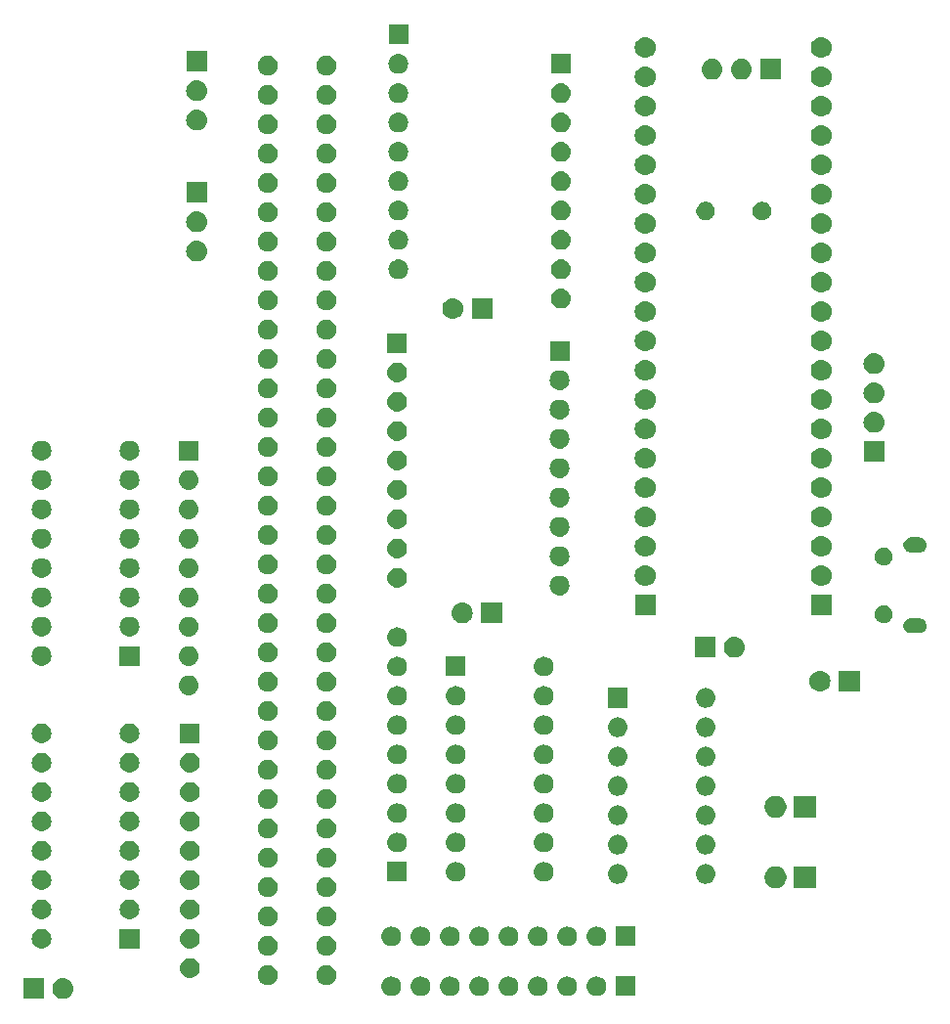
<source format=gbr>
G04 #@! TF.GenerationSoftware,KiCad,Pcbnew,(5.1.4)-1*
G04 #@! TF.CreationDate,2021-02-25T01:00:24-03:00*
G04 #@! TF.ProjectId,Flash,466c6173-682e-46b6-9963-61645f706362,rev?*
G04 #@! TF.SameCoordinates,Original*
G04 #@! TF.FileFunction,Soldermask,Bot*
G04 #@! TF.FilePolarity,Negative*
%FSLAX46Y46*%
G04 Gerber Fmt 4.6, Leading zero omitted, Abs format (unit mm)*
G04 Created by KiCad (PCBNEW (5.1.4)-1) date 2021-02-25 01:00:24*
%MOMM*%
%LPD*%
G04 APERTURE LIST*
%ADD10C,0.100000*%
G04 APERTURE END LIST*
D10*
G36*
X87181643Y-103397919D02*
G01*
X87247827Y-103404437D01*
X87417666Y-103455957D01*
X87417668Y-103455958D01*
X87495928Y-103497789D01*
X87574191Y-103539622D01*
X87609929Y-103568952D01*
X87711386Y-103652214D01*
X87794648Y-103753671D01*
X87823978Y-103789409D01*
X87907643Y-103945934D01*
X87959163Y-104115773D01*
X87976559Y-104292400D01*
X87959163Y-104469027D01*
X87907643Y-104638866D01*
X87823978Y-104795391D01*
X87820027Y-104800205D01*
X87711386Y-104932586D01*
X87609929Y-105015848D01*
X87574191Y-105045178D01*
X87417666Y-105128843D01*
X87247827Y-105180363D01*
X87181643Y-105186881D01*
X87115460Y-105193400D01*
X87026940Y-105193400D01*
X86960757Y-105186881D01*
X86894573Y-105180363D01*
X86724734Y-105128843D01*
X86568209Y-105045178D01*
X86532471Y-105015848D01*
X86431014Y-104932586D01*
X86322373Y-104800205D01*
X86318422Y-104795391D01*
X86234757Y-104638866D01*
X86183237Y-104469027D01*
X86165841Y-104292400D01*
X86183237Y-104115773D01*
X86234757Y-103945934D01*
X86318422Y-103789409D01*
X86347752Y-103753671D01*
X86431014Y-103652214D01*
X86532471Y-103568952D01*
X86568209Y-103539622D01*
X86646472Y-103497789D01*
X86724732Y-103455958D01*
X86724734Y-103455957D01*
X86894573Y-103404437D01*
X86960758Y-103397918D01*
X87026940Y-103391400D01*
X87115460Y-103391400D01*
X87181643Y-103397919D01*
X87181643Y-103397919D01*
G37*
G36*
X85432200Y-105193400D02*
G01*
X83630200Y-105193400D01*
X83630200Y-103391400D01*
X85432200Y-103391400D01*
X85432200Y-105193400D01*
X85432200Y-105193400D01*
G37*
G36*
X123306023Y-103250513D02*
G01*
X123466442Y-103299176D01*
X123567300Y-103353086D01*
X123614278Y-103378196D01*
X123743859Y-103484541D01*
X123850204Y-103614122D01*
X123850205Y-103614124D01*
X123929224Y-103761958D01*
X123977887Y-103922377D01*
X123994317Y-104089200D01*
X123977887Y-104256023D01*
X123929224Y-104416442D01*
X123858314Y-104549106D01*
X123850204Y-104564278D01*
X123743859Y-104693859D01*
X123614278Y-104800204D01*
X123614276Y-104800205D01*
X123466442Y-104879224D01*
X123306023Y-104927887D01*
X123181004Y-104940200D01*
X123097396Y-104940200D01*
X122972377Y-104927887D01*
X122811958Y-104879224D01*
X122664124Y-104800205D01*
X122664122Y-104800204D01*
X122534541Y-104693859D01*
X122428196Y-104564278D01*
X122420086Y-104549106D01*
X122349176Y-104416442D01*
X122300513Y-104256023D01*
X122284083Y-104089200D01*
X122300513Y-103922377D01*
X122349176Y-103761958D01*
X122428195Y-103614124D01*
X122428196Y-103614122D01*
X122534541Y-103484541D01*
X122664122Y-103378196D01*
X122711100Y-103353086D01*
X122811958Y-103299176D01*
X122972377Y-103250513D01*
X123097396Y-103238200D01*
X123181004Y-103238200D01*
X123306023Y-103250513D01*
X123306023Y-103250513D01*
G37*
G36*
X128386023Y-103250513D02*
G01*
X128546442Y-103299176D01*
X128647300Y-103353086D01*
X128694278Y-103378196D01*
X128823859Y-103484541D01*
X128930204Y-103614122D01*
X128930205Y-103614124D01*
X129009224Y-103761958D01*
X129057887Y-103922377D01*
X129074317Y-104089200D01*
X129057887Y-104256023D01*
X129009224Y-104416442D01*
X128938314Y-104549106D01*
X128930204Y-104564278D01*
X128823859Y-104693859D01*
X128694278Y-104800204D01*
X128694276Y-104800205D01*
X128546442Y-104879224D01*
X128386023Y-104927887D01*
X128261004Y-104940200D01*
X128177396Y-104940200D01*
X128052377Y-104927887D01*
X127891958Y-104879224D01*
X127744124Y-104800205D01*
X127744122Y-104800204D01*
X127614541Y-104693859D01*
X127508196Y-104564278D01*
X127500086Y-104549106D01*
X127429176Y-104416442D01*
X127380513Y-104256023D01*
X127364083Y-104089200D01*
X127380513Y-103922377D01*
X127429176Y-103761958D01*
X127508195Y-103614124D01*
X127508196Y-103614122D01*
X127614541Y-103484541D01*
X127744122Y-103378196D01*
X127791100Y-103353086D01*
X127891958Y-103299176D01*
X128052377Y-103250513D01*
X128177396Y-103238200D01*
X128261004Y-103238200D01*
X128386023Y-103250513D01*
X128386023Y-103250513D01*
G37*
G36*
X115686023Y-103250513D02*
G01*
X115846442Y-103299176D01*
X115947300Y-103353086D01*
X115994278Y-103378196D01*
X116123859Y-103484541D01*
X116230204Y-103614122D01*
X116230205Y-103614124D01*
X116309224Y-103761958D01*
X116357887Y-103922377D01*
X116374317Y-104089200D01*
X116357887Y-104256023D01*
X116309224Y-104416442D01*
X116238314Y-104549106D01*
X116230204Y-104564278D01*
X116123859Y-104693859D01*
X115994278Y-104800204D01*
X115994276Y-104800205D01*
X115846442Y-104879224D01*
X115686023Y-104927887D01*
X115561004Y-104940200D01*
X115477396Y-104940200D01*
X115352377Y-104927887D01*
X115191958Y-104879224D01*
X115044124Y-104800205D01*
X115044122Y-104800204D01*
X114914541Y-104693859D01*
X114808196Y-104564278D01*
X114800086Y-104549106D01*
X114729176Y-104416442D01*
X114680513Y-104256023D01*
X114664083Y-104089200D01*
X114680513Y-103922377D01*
X114729176Y-103761958D01*
X114808195Y-103614124D01*
X114808196Y-103614122D01*
X114914541Y-103484541D01*
X115044122Y-103378196D01*
X115091100Y-103353086D01*
X115191958Y-103299176D01*
X115352377Y-103250513D01*
X115477396Y-103238200D01*
X115561004Y-103238200D01*
X115686023Y-103250513D01*
X115686023Y-103250513D01*
G37*
G36*
X118226023Y-103250513D02*
G01*
X118386442Y-103299176D01*
X118487300Y-103353086D01*
X118534278Y-103378196D01*
X118663859Y-103484541D01*
X118770204Y-103614122D01*
X118770205Y-103614124D01*
X118849224Y-103761958D01*
X118897887Y-103922377D01*
X118914317Y-104089200D01*
X118897887Y-104256023D01*
X118849224Y-104416442D01*
X118778314Y-104549106D01*
X118770204Y-104564278D01*
X118663859Y-104693859D01*
X118534278Y-104800204D01*
X118534276Y-104800205D01*
X118386442Y-104879224D01*
X118226023Y-104927887D01*
X118101004Y-104940200D01*
X118017396Y-104940200D01*
X117892377Y-104927887D01*
X117731958Y-104879224D01*
X117584124Y-104800205D01*
X117584122Y-104800204D01*
X117454541Y-104693859D01*
X117348196Y-104564278D01*
X117340086Y-104549106D01*
X117269176Y-104416442D01*
X117220513Y-104256023D01*
X117204083Y-104089200D01*
X117220513Y-103922377D01*
X117269176Y-103761958D01*
X117348195Y-103614124D01*
X117348196Y-103614122D01*
X117454541Y-103484541D01*
X117584122Y-103378196D01*
X117631100Y-103353086D01*
X117731958Y-103299176D01*
X117892377Y-103250513D01*
X118017396Y-103238200D01*
X118101004Y-103238200D01*
X118226023Y-103250513D01*
X118226023Y-103250513D01*
G37*
G36*
X120766023Y-103250513D02*
G01*
X120926442Y-103299176D01*
X121027300Y-103353086D01*
X121074278Y-103378196D01*
X121203859Y-103484541D01*
X121310204Y-103614122D01*
X121310205Y-103614124D01*
X121389224Y-103761958D01*
X121437887Y-103922377D01*
X121454317Y-104089200D01*
X121437887Y-104256023D01*
X121389224Y-104416442D01*
X121318314Y-104549106D01*
X121310204Y-104564278D01*
X121203859Y-104693859D01*
X121074278Y-104800204D01*
X121074276Y-104800205D01*
X120926442Y-104879224D01*
X120766023Y-104927887D01*
X120641004Y-104940200D01*
X120557396Y-104940200D01*
X120432377Y-104927887D01*
X120271958Y-104879224D01*
X120124124Y-104800205D01*
X120124122Y-104800204D01*
X119994541Y-104693859D01*
X119888196Y-104564278D01*
X119880086Y-104549106D01*
X119809176Y-104416442D01*
X119760513Y-104256023D01*
X119744083Y-104089200D01*
X119760513Y-103922377D01*
X119809176Y-103761958D01*
X119888195Y-103614124D01*
X119888196Y-103614122D01*
X119994541Y-103484541D01*
X120124122Y-103378196D01*
X120171100Y-103353086D01*
X120271958Y-103299176D01*
X120432377Y-103250513D01*
X120557396Y-103238200D01*
X120641004Y-103238200D01*
X120766023Y-103250513D01*
X120766023Y-103250513D01*
G37*
G36*
X133466023Y-103250513D02*
G01*
X133626442Y-103299176D01*
X133727300Y-103353086D01*
X133774278Y-103378196D01*
X133903859Y-103484541D01*
X134010204Y-103614122D01*
X134010205Y-103614124D01*
X134089224Y-103761958D01*
X134137887Y-103922377D01*
X134154317Y-104089200D01*
X134137887Y-104256023D01*
X134089224Y-104416442D01*
X134018314Y-104549106D01*
X134010204Y-104564278D01*
X133903859Y-104693859D01*
X133774278Y-104800204D01*
X133774276Y-104800205D01*
X133626442Y-104879224D01*
X133466023Y-104927887D01*
X133341004Y-104940200D01*
X133257396Y-104940200D01*
X133132377Y-104927887D01*
X132971958Y-104879224D01*
X132824124Y-104800205D01*
X132824122Y-104800204D01*
X132694541Y-104693859D01*
X132588196Y-104564278D01*
X132580086Y-104549106D01*
X132509176Y-104416442D01*
X132460513Y-104256023D01*
X132444083Y-104089200D01*
X132460513Y-103922377D01*
X132509176Y-103761958D01*
X132588195Y-103614124D01*
X132588196Y-103614122D01*
X132694541Y-103484541D01*
X132824122Y-103378196D01*
X132871100Y-103353086D01*
X132971958Y-103299176D01*
X133132377Y-103250513D01*
X133257396Y-103238200D01*
X133341004Y-103238200D01*
X133466023Y-103250513D01*
X133466023Y-103250513D01*
G37*
G36*
X130926023Y-103250513D02*
G01*
X131086442Y-103299176D01*
X131187300Y-103353086D01*
X131234278Y-103378196D01*
X131363859Y-103484541D01*
X131470204Y-103614122D01*
X131470205Y-103614124D01*
X131549224Y-103761958D01*
X131597887Y-103922377D01*
X131614317Y-104089200D01*
X131597887Y-104256023D01*
X131549224Y-104416442D01*
X131478314Y-104549106D01*
X131470204Y-104564278D01*
X131363859Y-104693859D01*
X131234278Y-104800204D01*
X131234276Y-104800205D01*
X131086442Y-104879224D01*
X130926023Y-104927887D01*
X130801004Y-104940200D01*
X130717396Y-104940200D01*
X130592377Y-104927887D01*
X130431958Y-104879224D01*
X130284124Y-104800205D01*
X130284122Y-104800204D01*
X130154541Y-104693859D01*
X130048196Y-104564278D01*
X130040086Y-104549106D01*
X129969176Y-104416442D01*
X129920513Y-104256023D01*
X129904083Y-104089200D01*
X129920513Y-103922377D01*
X129969176Y-103761958D01*
X130048195Y-103614124D01*
X130048196Y-103614122D01*
X130154541Y-103484541D01*
X130284122Y-103378196D01*
X130331100Y-103353086D01*
X130431958Y-103299176D01*
X130592377Y-103250513D01*
X130717396Y-103238200D01*
X130801004Y-103238200D01*
X130926023Y-103250513D01*
X130926023Y-103250513D01*
G37*
G36*
X125846023Y-103250513D02*
G01*
X126006442Y-103299176D01*
X126107300Y-103353086D01*
X126154278Y-103378196D01*
X126283859Y-103484541D01*
X126390204Y-103614122D01*
X126390205Y-103614124D01*
X126469224Y-103761958D01*
X126517887Y-103922377D01*
X126534317Y-104089200D01*
X126517887Y-104256023D01*
X126469224Y-104416442D01*
X126398314Y-104549106D01*
X126390204Y-104564278D01*
X126283859Y-104693859D01*
X126154278Y-104800204D01*
X126154276Y-104800205D01*
X126006442Y-104879224D01*
X125846023Y-104927887D01*
X125721004Y-104940200D01*
X125637396Y-104940200D01*
X125512377Y-104927887D01*
X125351958Y-104879224D01*
X125204124Y-104800205D01*
X125204122Y-104800204D01*
X125074541Y-104693859D01*
X124968196Y-104564278D01*
X124960086Y-104549106D01*
X124889176Y-104416442D01*
X124840513Y-104256023D01*
X124824083Y-104089200D01*
X124840513Y-103922377D01*
X124889176Y-103761958D01*
X124968195Y-103614124D01*
X124968196Y-103614122D01*
X125074541Y-103484541D01*
X125204122Y-103378196D01*
X125251100Y-103353086D01*
X125351958Y-103299176D01*
X125512377Y-103250513D01*
X125637396Y-103238200D01*
X125721004Y-103238200D01*
X125846023Y-103250513D01*
X125846023Y-103250513D01*
G37*
G36*
X136690200Y-104940200D02*
G01*
X134988200Y-104940200D01*
X134988200Y-103238200D01*
X136690200Y-103238200D01*
X136690200Y-104940200D01*
X136690200Y-104940200D01*
G37*
G36*
X105052303Y-102293587D02*
G01*
X105209468Y-102358687D01*
X105350913Y-102453198D01*
X105471202Y-102573487D01*
X105565713Y-102714932D01*
X105630813Y-102872097D01*
X105664000Y-103038943D01*
X105664000Y-103209057D01*
X105630813Y-103375903D01*
X105565713Y-103533068D01*
X105471202Y-103674513D01*
X105350913Y-103794802D01*
X105209468Y-103889313D01*
X105052303Y-103954413D01*
X104885457Y-103987600D01*
X104715343Y-103987600D01*
X104548497Y-103954413D01*
X104391332Y-103889313D01*
X104249887Y-103794802D01*
X104129598Y-103674513D01*
X104035087Y-103533068D01*
X103969987Y-103375903D01*
X103936800Y-103209057D01*
X103936800Y-103038943D01*
X103969987Y-102872097D01*
X104035087Y-102714932D01*
X104129598Y-102573487D01*
X104249887Y-102453198D01*
X104391332Y-102358687D01*
X104548497Y-102293587D01*
X104715343Y-102260400D01*
X104885457Y-102260400D01*
X105052303Y-102293587D01*
X105052303Y-102293587D01*
G37*
G36*
X110132303Y-102293587D02*
G01*
X110289468Y-102358687D01*
X110430913Y-102453198D01*
X110551202Y-102573487D01*
X110645713Y-102714932D01*
X110710813Y-102872097D01*
X110744000Y-103038943D01*
X110744000Y-103209057D01*
X110710813Y-103375903D01*
X110645713Y-103533068D01*
X110551202Y-103674513D01*
X110430913Y-103794802D01*
X110289468Y-103889313D01*
X110132303Y-103954413D01*
X109965457Y-103987600D01*
X109795343Y-103987600D01*
X109628497Y-103954413D01*
X109471332Y-103889313D01*
X109329887Y-103794802D01*
X109209598Y-103674513D01*
X109115087Y-103533068D01*
X109049987Y-103375903D01*
X109016800Y-103209057D01*
X109016800Y-103038943D01*
X109049987Y-102872097D01*
X109115087Y-102714932D01*
X109209598Y-102573487D01*
X109329887Y-102453198D01*
X109471332Y-102358687D01*
X109628497Y-102293587D01*
X109795343Y-102260400D01*
X109965457Y-102260400D01*
X110132303Y-102293587D01*
X110132303Y-102293587D01*
G37*
G36*
X98236223Y-101675713D02*
G01*
X98396642Y-101724376D01*
X98529306Y-101795286D01*
X98544478Y-101803396D01*
X98674059Y-101909741D01*
X98780404Y-102039322D01*
X98780405Y-102039324D01*
X98859424Y-102187158D01*
X98908087Y-102347577D01*
X98924517Y-102514400D01*
X98908087Y-102681223D01*
X98859424Y-102841642D01*
X98788514Y-102974306D01*
X98780404Y-102989478D01*
X98674059Y-103119059D01*
X98544478Y-103225404D01*
X98544476Y-103225405D01*
X98396642Y-103304424D01*
X98236223Y-103353087D01*
X98111204Y-103365400D01*
X98027596Y-103365400D01*
X97902577Y-103353087D01*
X97742158Y-103304424D01*
X97594324Y-103225405D01*
X97594322Y-103225404D01*
X97464741Y-103119059D01*
X97358396Y-102989478D01*
X97350286Y-102974306D01*
X97279376Y-102841642D01*
X97230713Y-102681223D01*
X97214283Y-102514400D01*
X97230713Y-102347577D01*
X97279376Y-102187158D01*
X97358395Y-102039324D01*
X97358396Y-102039322D01*
X97464741Y-101909741D01*
X97594322Y-101803396D01*
X97609494Y-101795286D01*
X97742158Y-101724376D01*
X97902577Y-101675713D01*
X98027596Y-101663400D01*
X98111204Y-101663400D01*
X98236223Y-101675713D01*
X98236223Y-101675713D01*
G37*
G36*
X110132303Y-99753587D02*
G01*
X110289468Y-99818687D01*
X110430913Y-99913198D01*
X110551202Y-100033487D01*
X110645713Y-100174932D01*
X110710813Y-100332097D01*
X110744000Y-100498943D01*
X110744000Y-100669057D01*
X110710813Y-100835903D01*
X110645713Y-100993068D01*
X110551202Y-101134513D01*
X110430913Y-101254802D01*
X110289468Y-101349313D01*
X110132303Y-101414413D01*
X109965457Y-101447600D01*
X109795343Y-101447600D01*
X109628497Y-101414413D01*
X109471332Y-101349313D01*
X109329887Y-101254802D01*
X109209598Y-101134513D01*
X109115087Y-100993068D01*
X109049987Y-100835903D01*
X109016800Y-100669057D01*
X109016800Y-100498943D01*
X109049987Y-100332097D01*
X109115087Y-100174932D01*
X109209598Y-100033487D01*
X109329887Y-99913198D01*
X109471332Y-99818687D01*
X109628497Y-99753587D01*
X109795343Y-99720400D01*
X109965457Y-99720400D01*
X110132303Y-99753587D01*
X110132303Y-99753587D01*
G37*
G36*
X105052303Y-99753587D02*
G01*
X105209468Y-99818687D01*
X105350913Y-99913198D01*
X105471202Y-100033487D01*
X105565713Y-100174932D01*
X105630813Y-100332097D01*
X105664000Y-100498943D01*
X105664000Y-100669057D01*
X105630813Y-100835903D01*
X105565713Y-100993068D01*
X105471202Y-101134513D01*
X105350913Y-101254802D01*
X105209468Y-101349313D01*
X105052303Y-101414413D01*
X104885457Y-101447600D01*
X104715343Y-101447600D01*
X104548497Y-101414413D01*
X104391332Y-101349313D01*
X104249887Y-101254802D01*
X104129598Y-101134513D01*
X104035087Y-100993068D01*
X103969987Y-100835903D01*
X103936800Y-100669057D01*
X103936800Y-100498943D01*
X103969987Y-100332097D01*
X104035087Y-100174932D01*
X104129598Y-100033487D01*
X104249887Y-99913198D01*
X104391332Y-99818687D01*
X104548497Y-99753587D01*
X104715343Y-99720400D01*
X104885457Y-99720400D01*
X105052303Y-99753587D01*
X105052303Y-99753587D01*
G37*
G36*
X85383823Y-99135713D02*
G01*
X85544242Y-99184376D01*
X85676906Y-99255286D01*
X85692078Y-99263396D01*
X85821659Y-99369741D01*
X85928004Y-99499322D01*
X85928005Y-99499324D01*
X86007024Y-99647158D01*
X86055687Y-99807577D01*
X86072117Y-99974400D01*
X86055687Y-100141223D01*
X86007024Y-100301642D01*
X85967354Y-100375859D01*
X85928004Y-100449478D01*
X85821659Y-100579059D01*
X85692078Y-100685404D01*
X85692076Y-100685405D01*
X85544242Y-100764424D01*
X85383823Y-100813087D01*
X85258804Y-100825400D01*
X85175196Y-100825400D01*
X85050177Y-100813087D01*
X84889758Y-100764424D01*
X84741924Y-100685405D01*
X84741922Y-100685404D01*
X84612341Y-100579059D01*
X84505996Y-100449478D01*
X84466646Y-100375859D01*
X84426976Y-100301642D01*
X84378313Y-100141223D01*
X84361883Y-99974400D01*
X84378313Y-99807577D01*
X84426976Y-99647158D01*
X84505995Y-99499324D01*
X84505996Y-99499322D01*
X84612341Y-99369741D01*
X84741922Y-99263396D01*
X84757094Y-99255286D01*
X84889758Y-99184376D01*
X85050177Y-99135713D01*
X85175196Y-99123400D01*
X85258804Y-99123400D01*
X85383823Y-99135713D01*
X85383823Y-99135713D01*
G37*
G36*
X98236223Y-99135713D02*
G01*
X98396642Y-99184376D01*
X98529306Y-99255286D01*
X98544478Y-99263396D01*
X98674059Y-99369741D01*
X98780404Y-99499322D01*
X98780405Y-99499324D01*
X98859424Y-99647158D01*
X98908087Y-99807577D01*
X98924517Y-99974400D01*
X98908087Y-100141223D01*
X98859424Y-100301642D01*
X98819754Y-100375859D01*
X98780404Y-100449478D01*
X98674059Y-100579059D01*
X98544478Y-100685404D01*
X98544476Y-100685405D01*
X98396642Y-100764424D01*
X98236223Y-100813087D01*
X98111204Y-100825400D01*
X98027596Y-100825400D01*
X97902577Y-100813087D01*
X97742158Y-100764424D01*
X97594324Y-100685405D01*
X97594322Y-100685404D01*
X97464741Y-100579059D01*
X97358396Y-100449478D01*
X97319046Y-100375859D01*
X97279376Y-100301642D01*
X97230713Y-100141223D01*
X97214283Y-99974400D01*
X97230713Y-99807577D01*
X97279376Y-99647158D01*
X97358395Y-99499324D01*
X97358396Y-99499322D01*
X97464741Y-99369741D01*
X97594322Y-99263396D01*
X97609494Y-99255286D01*
X97742158Y-99184376D01*
X97902577Y-99135713D01*
X98027596Y-99123400D01*
X98111204Y-99123400D01*
X98236223Y-99135713D01*
X98236223Y-99135713D01*
G37*
G36*
X93688000Y-100825400D02*
G01*
X91986000Y-100825400D01*
X91986000Y-99123400D01*
X93688000Y-99123400D01*
X93688000Y-100825400D01*
X93688000Y-100825400D01*
G37*
G36*
X130926023Y-98932513D02*
G01*
X131086442Y-98981176D01*
X131219106Y-99052086D01*
X131234278Y-99060196D01*
X131363859Y-99166541D01*
X131470204Y-99296122D01*
X131470205Y-99296124D01*
X131549224Y-99443958D01*
X131597887Y-99604377D01*
X131614317Y-99771200D01*
X131597887Y-99938023D01*
X131549224Y-100098442D01*
X131478314Y-100231106D01*
X131470204Y-100246278D01*
X131363859Y-100375859D01*
X131234278Y-100482204D01*
X131234276Y-100482205D01*
X131086442Y-100561224D01*
X130926023Y-100609887D01*
X130801004Y-100622200D01*
X130717396Y-100622200D01*
X130592377Y-100609887D01*
X130431958Y-100561224D01*
X130284124Y-100482205D01*
X130284122Y-100482204D01*
X130154541Y-100375859D01*
X130048196Y-100246278D01*
X130040086Y-100231106D01*
X129969176Y-100098442D01*
X129920513Y-99938023D01*
X129904083Y-99771200D01*
X129920513Y-99604377D01*
X129969176Y-99443958D01*
X130048195Y-99296124D01*
X130048196Y-99296122D01*
X130154541Y-99166541D01*
X130284122Y-99060196D01*
X130299294Y-99052086D01*
X130431958Y-98981176D01*
X130592377Y-98932513D01*
X130717396Y-98920200D01*
X130801004Y-98920200D01*
X130926023Y-98932513D01*
X130926023Y-98932513D01*
G37*
G36*
X118226023Y-98932513D02*
G01*
X118386442Y-98981176D01*
X118519106Y-99052086D01*
X118534278Y-99060196D01*
X118663859Y-99166541D01*
X118770204Y-99296122D01*
X118770205Y-99296124D01*
X118849224Y-99443958D01*
X118897887Y-99604377D01*
X118914317Y-99771200D01*
X118897887Y-99938023D01*
X118849224Y-100098442D01*
X118778314Y-100231106D01*
X118770204Y-100246278D01*
X118663859Y-100375859D01*
X118534278Y-100482204D01*
X118534276Y-100482205D01*
X118386442Y-100561224D01*
X118226023Y-100609887D01*
X118101004Y-100622200D01*
X118017396Y-100622200D01*
X117892377Y-100609887D01*
X117731958Y-100561224D01*
X117584124Y-100482205D01*
X117584122Y-100482204D01*
X117454541Y-100375859D01*
X117348196Y-100246278D01*
X117340086Y-100231106D01*
X117269176Y-100098442D01*
X117220513Y-99938023D01*
X117204083Y-99771200D01*
X117220513Y-99604377D01*
X117269176Y-99443958D01*
X117348195Y-99296124D01*
X117348196Y-99296122D01*
X117454541Y-99166541D01*
X117584122Y-99060196D01*
X117599294Y-99052086D01*
X117731958Y-98981176D01*
X117892377Y-98932513D01*
X118017396Y-98920200D01*
X118101004Y-98920200D01*
X118226023Y-98932513D01*
X118226023Y-98932513D01*
G37*
G36*
X120766023Y-98932513D02*
G01*
X120926442Y-98981176D01*
X121059106Y-99052086D01*
X121074278Y-99060196D01*
X121203859Y-99166541D01*
X121310204Y-99296122D01*
X121310205Y-99296124D01*
X121389224Y-99443958D01*
X121437887Y-99604377D01*
X121454317Y-99771200D01*
X121437887Y-99938023D01*
X121389224Y-100098442D01*
X121318314Y-100231106D01*
X121310204Y-100246278D01*
X121203859Y-100375859D01*
X121074278Y-100482204D01*
X121074276Y-100482205D01*
X120926442Y-100561224D01*
X120766023Y-100609887D01*
X120641004Y-100622200D01*
X120557396Y-100622200D01*
X120432377Y-100609887D01*
X120271958Y-100561224D01*
X120124124Y-100482205D01*
X120124122Y-100482204D01*
X119994541Y-100375859D01*
X119888196Y-100246278D01*
X119880086Y-100231106D01*
X119809176Y-100098442D01*
X119760513Y-99938023D01*
X119744083Y-99771200D01*
X119760513Y-99604377D01*
X119809176Y-99443958D01*
X119888195Y-99296124D01*
X119888196Y-99296122D01*
X119994541Y-99166541D01*
X120124122Y-99060196D01*
X120139294Y-99052086D01*
X120271958Y-98981176D01*
X120432377Y-98932513D01*
X120557396Y-98920200D01*
X120641004Y-98920200D01*
X120766023Y-98932513D01*
X120766023Y-98932513D01*
G37*
G36*
X123306023Y-98932513D02*
G01*
X123466442Y-98981176D01*
X123599106Y-99052086D01*
X123614278Y-99060196D01*
X123743859Y-99166541D01*
X123850204Y-99296122D01*
X123850205Y-99296124D01*
X123929224Y-99443958D01*
X123977887Y-99604377D01*
X123994317Y-99771200D01*
X123977887Y-99938023D01*
X123929224Y-100098442D01*
X123858314Y-100231106D01*
X123850204Y-100246278D01*
X123743859Y-100375859D01*
X123614278Y-100482204D01*
X123614276Y-100482205D01*
X123466442Y-100561224D01*
X123306023Y-100609887D01*
X123181004Y-100622200D01*
X123097396Y-100622200D01*
X122972377Y-100609887D01*
X122811958Y-100561224D01*
X122664124Y-100482205D01*
X122664122Y-100482204D01*
X122534541Y-100375859D01*
X122428196Y-100246278D01*
X122420086Y-100231106D01*
X122349176Y-100098442D01*
X122300513Y-99938023D01*
X122284083Y-99771200D01*
X122300513Y-99604377D01*
X122349176Y-99443958D01*
X122428195Y-99296124D01*
X122428196Y-99296122D01*
X122534541Y-99166541D01*
X122664122Y-99060196D01*
X122679294Y-99052086D01*
X122811958Y-98981176D01*
X122972377Y-98932513D01*
X123097396Y-98920200D01*
X123181004Y-98920200D01*
X123306023Y-98932513D01*
X123306023Y-98932513D01*
G37*
G36*
X125846023Y-98932513D02*
G01*
X126006442Y-98981176D01*
X126139106Y-99052086D01*
X126154278Y-99060196D01*
X126283859Y-99166541D01*
X126390204Y-99296122D01*
X126390205Y-99296124D01*
X126469224Y-99443958D01*
X126517887Y-99604377D01*
X126534317Y-99771200D01*
X126517887Y-99938023D01*
X126469224Y-100098442D01*
X126398314Y-100231106D01*
X126390204Y-100246278D01*
X126283859Y-100375859D01*
X126154278Y-100482204D01*
X126154276Y-100482205D01*
X126006442Y-100561224D01*
X125846023Y-100609887D01*
X125721004Y-100622200D01*
X125637396Y-100622200D01*
X125512377Y-100609887D01*
X125351958Y-100561224D01*
X125204124Y-100482205D01*
X125204122Y-100482204D01*
X125074541Y-100375859D01*
X124968196Y-100246278D01*
X124960086Y-100231106D01*
X124889176Y-100098442D01*
X124840513Y-99938023D01*
X124824083Y-99771200D01*
X124840513Y-99604377D01*
X124889176Y-99443958D01*
X124968195Y-99296124D01*
X124968196Y-99296122D01*
X125074541Y-99166541D01*
X125204122Y-99060196D01*
X125219294Y-99052086D01*
X125351958Y-98981176D01*
X125512377Y-98932513D01*
X125637396Y-98920200D01*
X125721004Y-98920200D01*
X125846023Y-98932513D01*
X125846023Y-98932513D01*
G37*
G36*
X128386023Y-98932513D02*
G01*
X128546442Y-98981176D01*
X128679106Y-99052086D01*
X128694278Y-99060196D01*
X128823859Y-99166541D01*
X128930204Y-99296122D01*
X128930205Y-99296124D01*
X129009224Y-99443958D01*
X129057887Y-99604377D01*
X129074317Y-99771200D01*
X129057887Y-99938023D01*
X129009224Y-100098442D01*
X128938314Y-100231106D01*
X128930204Y-100246278D01*
X128823859Y-100375859D01*
X128694278Y-100482204D01*
X128694276Y-100482205D01*
X128546442Y-100561224D01*
X128386023Y-100609887D01*
X128261004Y-100622200D01*
X128177396Y-100622200D01*
X128052377Y-100609887D01*
X127891958Y-100561224D01*
X127744124Y-100482205D01*
X127744122Y-100482204D01*
X127614541Y-100375859D01*
X127508196Y-100246278D01*
X127500086Y-100231106D01*
X127429176Y-100098442D01*
X127380513Y-99938023D01*
X127364083Y-99771200D01*
X127380513Y-99604377D01*
X127429176Y-99443958D01*
X127508195Y-99296124D01*
X127508196Y-99296122D01*
X127614541Y-99166541D01*
X127744122Y-99060196D01*
X127759294Y-99052086D01*
X127891958Y-98981176D01*
X128052377Y-98932513D01*
X128177396Y-98920200D01*
X128261004Y-98920200D01*
X128386023Y-98932513D01*
X128386023Y-98932513D01*
G37*
G36*
X133466023Y-98932513D02*
G01*
X133626442Y-98981176D01*
X133759106Y-99052086D01*
X133774278Y-99060196D01*
X133903859Y-99166541D01*
X134010204Y-99296122D01*
X134010205Y-99296124D01*
X134089224Y-99443958D01*
X134137887Y-99604377D01*
X134154317Y-99771200D01*
X134137887Y-99938023D01*
X134089224Y-100098442D01*
X134018314Y-100231106D01*
X134010204Y-100246278D01*
X133903859Y-100375859D01*
X133774278Y-100482204D01*
X133774276Y-100482205D01*
X133626442Y-100561224D01*
X133466023Y-100609887D01*
X133341004Y-100622200D01*
X133257396Y-100622200D01*
X133132377Y-100609887D01*
X132971958Y-100561224D01*
X132824124Y-100482205D01*
X132824122Y-100482204D01*
X132694541Y-100375859D01*
X132588196Y-100246278D01*
X132580086Y-100231106D01*
X132509176Y-100098442D01*
X132460513Y-99938023D01*
X132444083Y-99771200D01*
X132460513Y-99604377D01*
X132509176Y-99443958D01*
X132588195Y-99296124D01*
X132588196Y-99296122D01*
X132694541Y-99166541D01*
X132824122Y-99060196D01*
X132839294Y-99052086D01*
X132971958Y-98981176D01*
X133132377Y-98932513D01*
X133257396Y-98920200D01*
X133341004Y-98920200D01*
X133466023Y-98932513D01*
X133466023Y-98932513D01*
G37*
G36*
X136690200Y-100622200D02*
G01*
X134988200Y-100622200D01*
X134988200Y-98920200D01*
X136690200Y-98920200D01*
X136690200Y-100622200D01*
X136690200Y-100622200D01*
G37*
G36*
X115686023Y-98932513D02*
G01*
X115846442Y-98981176D01*
X115979106Y-99052086D01*
X115994278Y-99060196D01*
X116123859Y-99166541D01*
X116230204Y-99296122D01*
X116230205Y-99296124D01*
X116309224Y-99443958D01*
X116357887Y-99604377D01*
X116374317Y-99771200D01*
X116357887Y-99938023D01*
X116309224Y-100098442D01*
X116238314Y-100231106D01*
X116230204Y-100246278D01*
X116123859Y-100375859D01*
X115994278Y-100482204D01*
X115994276Y-100482205D01*
X115846442Y-100561224D01*
X115686023Y-100609887D01*
X115561004Y-100622200D01*
X115477396Y-100622200D01*
X115352377Y-100609887D01*
X115191958Y-100561224D01*
X115044124Y-100482205D01*
X115044122Y-100482204D01*
X114914541Y-100375859D01*
X114808196Y-100246278D01*
X114800086Y-100231106D01*
X114729176Y-100098442D01*
X114680513Y-99938023D01*
X114664083Y-99771200D01*
X114680513Y-99604377D01*
X114729176Y-99443958D01*
X114808195Y-99296124D01*
X114808196Y-99296122D01*
X114914541Y-99166541D01*
X115044122Y-99060196D01*
X115059294Y-99052086D01*
X115191958Y-98981176D01*
X115352377Y-98932513D01*
X115477396Y-98920200D01*
X115561004Y-98920200D01*
X115686023Y-98932513D01*
X115686023Y-98932513D01*
G37*
G36*
X110132303Y-97213587D02*
G01*
X110289468Y-97278687D01*
X110430913Y-97373198D01*
X110551202Y-97493487D01*
X110645713Y-97634932D01*
X110710813Y-97792097D01*
X110744000Y-97958943D01*
X110744000Y-98129057D01*
X110710813Y-98295903D01*
X110645713Y-98453068D01*
X110551202Y-98594513D01*
X110430913Y-98714802D01*
X110289468Y-98809313D01*
X110132303Y-98874413D01*
X109965457Y-98907600D01*
X109795343Y-98907600D01*
X109628497Y-98874413D01*
X109471332Y-98809313D01*
X109329887Y-98714802D01*
X109209598Y-98594513D01*
X109115087Y-98453068D01*
X109049987Y-98295903D01*
X109016800Y-98129057D01*
X109016800Y-97958943D01*
X109049987Y-97792097D01*
X109115087Y-97634932D01*
X109209598Y-97493487D01*
X109329887Y-97373198D01*
X109471332Y-97278687D01*
X109628497Y-97213587D01*
X109795343Y-97180400D01*
X109965457Y-97180400D01*
X110132303Y-97213587D01*
X110132303Y-97213587D01*
G37*
G36*
X105052303Y-97213587D02*
G01*
X105209468Y-97278687D01*
X105350913Y-97373198D01*
X105471202Y-97493487D01*
X105565713Y-97634932D01*
X105630813Y-97792097D01*
X105664000Y-97958943D01*
X105664000Y-98129057D01*
X105630813Y-98295903D01*
X105565713Y-98453068D01*
X105471202Y-98594513D01*
X105350913Y-98714802D01*
X105209468Y-98809313D01*
X105052303Y-98874413D01*
X104885457Y-98907600D01*
X104715343Y-98907600D01*
X104548497Y-98874413D01*
X104391332Y-98809313D01*
X104249887Y-98714802D01*
X104129598Y-98594513D01*
X104035087Y-98453068D01*
X103969987Y-98295903D01*
X103936800Y-98129057D01*
X103936800Y-97958943D01*
X103969987Y-97792097D01*
X104035087Y-97634932D01*
X104129598Y-97493487D01*
X104249887Y-97373198D01*
X104391332Y-97278687D01*
X104548497Y-97213587D01*
X104715343Y-97180400D01*
X104885457Y-97180400D01*
X105052303Y-97213587D01*
X105052303Y-97213587D01*
G37*
G36*
X85383823Y-96595713D02*
G01*
X85544242Y-96644376D01*
X85676906Y-96715286D01*
X85692078Y-96723396D01*
X85821659Y-96829741D01*
X85928004Y-96959322D01*
X85928005Y-96959324D01*
X86007024Y-97107158D01*
X86055687Y-97267577D01*
X86072117Y-97434400D01*
X86055687Y-97601223D01*
X86007024Y-97761642D01*
X85936114Y-97894306D01*
X85928004Y-97909478D01*
X85821659Y-98039059D01*
X85692078Y-98145404D01*
X85692076Y-98145405D01*
X85544242Y-98224424D01*
X85383823Y-98273087D01*
X85258804Y-98285400D01*
X85175196Y-98285400D01*
X85050177Y-98273087D01*
X84889758Y-98224424D01*
X84741924Y-98145405D01*
X84741922Y-98145404D01*
X84612341Y-98039059D01*
X84505996Y-97909478D01*
X84497886Y-97894306D01*
X84426976Y-97761642D01*
X84378313Y-97601223D01*
X84361883Y-97434400D01*
X84378313Y-97267577D01*
X84426976Y-97107158D01*
X84505995Y-96959324D01*
X84505996Y-96959322D01*
X84612341Y-96829741D01*
X84741922Y-96723396D01*
X84757094Y-96715286D01*
X84889758Y-96644376D01*
X85050177Y-96595713D01*
X85175196Y-96583400D01*
X85258804Y-96583400D01*
X85383823Y-96595713D01*
X85383823Y-96595713D01*
G37*
G36*
X93003823Y-96595713D02*
G01*
X93164242Y-96644376D01*
X93296906Y-96715286D01*
X93312078Y-96723396D01*
X93441659Y-96829741D01*
X93548004Y-96959322D01*
X93548005Y-96959324D01*
X93627024Y-97107158D01*
X93675687Y-97267577D01*
X93692117Y-97434400D01*
X93675687Y-97601223D01*
X93627024Y-97761642D01*
X93556114Y-97894306D01*
X93548004Y-97909478D01*
X93441659Y-98039059D01*
X93312078Y-98145404D01*
X93312076Y-98145405D01*
X93164242Y-98224424D01*
X93003823Y-98273087D01*
X92878804Y-98285400D01*
X92795196Y-98285400D01*
X92670177Y-98273087D01*
X92509758Y-98224424D01*
X92361924Y-98145405D01*
X92361922Y-98145404D01*
X92232341Y-98039059D01*
X92125996Y-97909478D01*
X92117886Y-97894306D01*
X92046976Y-97761642D01*
X91998313Y-97601223D01*
X91981883Y-97434400D01*
X91998313Y-97267577D01*
X92046976Y-97107158D01*
X92125995Y-96959324D01*
X92125996Y-96959322D01*
X92232341Y-96829741D01*
X92361922Y-96723396D01*
X92377094Y-96715286D01*
X92509758Y-96644376D01*
X92670177Y-96595713D01*
X92795196Y-96583400D01*
X92878804Y-96583400D01*
X93003823Y-96595713D01*
X93003823Y-96595713D01*
G37*
G36*
X98236223Y-96595713D02*
G01*
X98396642Y-96644376D01*
X98529306Y-96715286D01*
X98544478Y-96723396D01*
X98674059Y-96829741D01*
X98780404Y-96959322D01*
X98780405Y-96959324D01*
X98859424Y-97107158D01*
X98908087Y-97267577D01*
X98924517Y-97434400D01*
X98908087Y-97601223D01*
X98859424Y-97761642D01*
X98788514Y-97894306D01*
X98780404Y-97909478D01*
X98674059Y-98039059D01*
X98544478Y-98145404D01*
X98544476Y-98145405D01*
X98396642Y-98224424D01*
X98236223Y-98273087D01*
X98111204Y-98285400D01*
X98027596Y-98285400D01*
X97902577Y-98273087D01*
X97742158Y-98224424D01*
X97594324Y-98145405D01*
X97594322Y-98145404D01*
X97464741Y-98039059D01*
X97358396Y-97909478D01*
X97350286Y-97894306D01*
X97279376Y-97761642D01*
X97230713Y-97601223D01*
X97214283Y-97434400D01*
X97230713Y-97267577D01*
X97279376Y-97107158D01*
X97358395Y-96959324D01*
X97358396Y-96959322D01*
X97464741Y-96829741D01*
X97594322Y-96723396D01*
X97609494Y-96715286D01*
X97742158Y-96644376D01*
X97902577Y-96595713D01*
X98027596Y-96583400D01*
X98111204Y-96583400D01*
X98236223Y-96595713D01*
X98236223Y-96595713D01*
G37*
G36*
X105052303Y-94673587D02*
G01*
X105209468Y-94738687D01*
X105350913Y-94833198D01*
X105471202Y-94953487D01*
X105565713Y-95094932D01*
X105630813Y-95252097D01*
X105664000Y-95418943D01*
X105664000Y-95589057D01*
X105630813Y-95755903D01*
X105565713Y-95913068D01*
X105471202Y-96054513D01*
X105350913Y-96174802D01*
X105209468Y-96269313D01*
X105052303Y-96334413D01*
X104885457Y-96367600D01*
X104715343Y-96367600D01*
X104548497Y-96334413D01*
X104391332Y-96269313D01*
X104249887Y-96174802D01*
X104129598Y-96054513D01*
X104035087Y-95913068D01*
X103969987Y-95755903D01*
X103936800Y-95589057D01*
X103936800Y-95418943D01*
X103969987Y-95252097D01*
X104035087Y-95094932D01*
X104129598Y-94953487D01*
X104249887Y-94833198D01*
X104391332Y-94738687D01*
X104548497Y-94673587D01*
X104715343Y-94640400D01*
X104885457Y-94640400D01*
X105052303Y-94673587D01*
X105052303Y-94673587D01*
G37*
G36*
X110132303Y-94673587D02*
G01*
X110289468Y-94738687D01*
X110430913Y-94833198D01*
X110551202Y-94953487D01*
X110645713Y-95094932D01*
X110710813Y-95252097D01*
X110744000Y-95418943D01*
X110744000Y-95589057D01*
X110710813Y-95755903D01*
X110645713Y-95913068D01*
X110551202Y-96054513D01*
X110430913Y-96174802D01*
X110289468Y-96269313D01*
X110132303Y-96334413D01*
X109965457Y-96367600D01*
X109795343Y-96367600D01*
X109628497Y-96334413D01*
X109471332Y-96269313D01*
X109329887Y-96174802D01*
X109209598Y-96054513D01*
X109115087Y-95913068D01*
X109049987Y-95755903D01*
X109016800Y-95589057D01*
X109016800Y-95418943D01*
X109049987Y-95252097D01*
X109115087Y-95094932D01*
X109209598Y-94953487D01*
X109329887Y-94833198D01*
X109471332Y-94738687D01*
X109628497Y-94673587D01*
X109795343Y-94640400D01*
X109965457Y-94640400D01*
X110132303Y-94673587D01*
X110132303Y-94673587D01*
G37*
G36*
X98236223Y-94055713D02*
G01*
X98396642Y-94104376D01*
X98529306Y-94175286D01*
X98544478Y-94183396D01*
X98674059Y-94289741D01*
X98780404Y-94419322D01*
X98780405Y-94419324D01*
X98859424Y-94567158D01*
X98908087Y-94727577D01*
X98924517Y-94894400D01*
X98908087Y-95061223D01*
X98859424Y-95221642D01*
X98788514Y-95354306D01*
X98780404Y-95369478D01*
X98674059Y-95499059D01*
X98544478Y-95605404D01*
X98544476Y-95605405D01*
X98396642Y-95684424D01*
X98236223Y-95733087D01*
X98111204Y-95745400D01*
X98027596Y-95745400D01*
X97902577Y-95733087D01*
X97742158Y-95684424D01*
X97594324Y-95605405D01*
X97594322Y-95605404D01*
X97464741Y-95499059D01*
X97358396Y-95369478D01*
X97350286Y-95354306D01*
X97279376Y-95221642D01*
X97230713Y-95061223D01*
X97214283Y-94894400D01*
X97230713Y-94727577D01*
X97279376Y-94567158D01*
X97358395Y-94419324D01*
X97358396Y-94419322D01*
X97464741Y-94289741D01*
X97594322Y-94183396D01*
X97609494Y-94175286D01*
X97742158Y-94104376D01*
X97902577Y-94055713D01*
X98027596Y-94043400D01*
X98111204Y-94043400D01*
X98236223Y-94055713D01*
X98236223Y-94055713D01*
G37*
G36*
X85383823Y-94055713D02*
G01*
X85544242Y-94104376D01*
X85676906Y-94175286D01*
X85692078Y-94183396D01*
X85821659Y-94289741D01*
X85928004Y-94419322D01*
X85928005Y-94419324D01*
X86007024Y-94567158D01*
X86055687Y-94727577D01*
X86072117Y-94894400D01*
X86055687Y-95061223D01*
X86007024Y-95221642D01*
X85936114Y-95354306D01*
X85928004Y-95369478D01*
X85821659Y-95499059D01*
X85692078Y-95605404D01*
X85692076Y-95605405D01*
X85544242Y-95684424D01*
X85383823Y-95733087D01*
X85258804Y-95745400D01*
X85175196Y-95745400D01*
X85050177Y-95733087D01*
X84889758Y-95684424D01*
X84741924Y-95605405D01*
X84741922Y-95605404D01*
X84612341Y-95499059D01*
X84505996Y-95369478D01*
X84497886Y-95354306D01*
X84426976Y-95221642D01*
X84378313Y-95061223D01*
X84361883Y-94894400D01*
X84378313Y-94727577D01*
X84426976Y-94567158D01*
X84505995Y-94419324D01*
X84505996Y-94419322D01*
X84612341Y-94289741D01*
X84741922Y-94183396D01*
X84757094Y-94175286D01*
X84889758Y-94104376D01*
X85050177Y-94055713D01*
X85175196Y-94043400D01*
X85258804Y-94043400D01*
X85383823Y-94055713D01*
X85383823Y-94055713D01*
G37*
G36*
X93003823Y-94055713D02*
G01*
X93164242Y-94104376D01*
X93296906Y-94175286D01*
X93312078Y-94183396D01*
X93441659Y-94289741D01*
X93548004Y-94419322D01*
X93548005Y-94419324D01*
X93627024Y-94567158D01*
X93675687Y-94727577D01*
X93692117Y-94894400D01*
X93675687Y-95061223D01*
X93627024Y-95221642D01*
X93556114Y-95354306D01*
X93548004Y-95369478D01*
X93441659Y-95499059D01*
X93312078Y-95605404D01*
X93312076Y-95605405D01*
X93164242Y-95684424D01*
X93003823Y-95733087D01*
X92878804Y-95745400D01*
X92795196Y-95745400D01*
X92670177Y-95733087D01*
X92509758Y-95684424D01*
X92361924Y-95605405D01*
X92361922Y-95605404D01*
X92232341Y-95499059D01*
X92125996Y-95369478D01*
X92117886Y-95354306D01*
X92046976Y-95221642D01*
X91998313Y-95061223D01*
X91981883Y-94894400D01*
X91998313Y-94727577D01*
X92046976Y-94567158D01*
X92125995Y-94419324D01*
X92125996Y-94419322D01*
X92232341Y-94289741D01*
X92361922Y-94183396D01*
X92377094Y-94175286D01*
X92509758Y-94104376D01*
X92670177Y-94055713D01*
X92795196Y-94043400D01*
X92878804Y-94043400D01*
X93003823Y-94055713D01*
X93003823Y-94055713D01*
G37*
G36*
X152284200Y-95591400D02*
G01*
X150382200Y-95591400D01*
X150382200Y-93689400D01*
X152284200Y-93689400D01*
X152284200Y-95591400D01*
X152284200Y-95591400D01*
G37*
G36*
X149070595Y-93725946D02*
G01*
X149243666Y-93797634D01*
X149243667Y-93797635D01*
X149399427Y-93901710D01*
X149531890Y-94034173D01*
X149531891Y-94034175D01*
X149635966Y-94189934D01*
X149707654Y-94363005D01*
X149744200Y-94546733D01*
X149744200Y-94734067D01*
X149707654Y-94917795D01*
X149635966Y-95090866D01*
X149595770Y-95151024D01*
X149531890Y-95246627D01*
X149399427Y-95379090D01*
X149339782Y-95418943D01*
X149243666Y-95483166D01*
X149070595Y-95554854D01*
X148886867Y-95591400D01*
X148699533Y-95591400D01*
X148515805Y-95554854D01*
X148342734Y-95483166D01*
X148246618Y-95418943D01*
X148186973Y-95379090D01*
X148054510Y-95246627D01*
X147990630Y-95151024D01*
X147950434Y-95090866D01*
X147878746Y-94917795D01*
X147842200Y-94734067D01*
X147842200Y-94546733D01*
X147878746Y-94363005D01*
X147950434Y-94189934D01*
X148054509Y-94034175D01*
X148054510Y-94034173D01*
X148186973Y-93901710D01*
X148342733Y-93797635D01*
X148342734Y-93797634D01*
X148515805Y-93725946D01*
X148699533Y-93689400D01*
X148886867Y-93689400D01*
X149070595Y-93725946D01*
X149070595Y-93725946D01*
G37*
G36*
X142914823Y-93522313D02*
G01*
X143075242Y-93570976D01*
X143194652Y-93634802D01*
X143223078Y-93649996D01*
X143352659Y-93756341D01*
X143459004Y-93885922D01*
X143459005Y-93885924D01*
X143538024Y-94033758D01*
X143538025Y-94033761D01*
X143540949Y-94043400D01*
X143586687Y-94194177D01*
X143603117Y-94361000D01*
X143586687Y-94527823D01*
X143538024Y-94688242D01*
X143467114Y-94820906D01*
X143459004Y-94836078D01*
X143352659Y-94965659D01*
X143223078Y-95072004D01*
X143223076Y-95072005D01*
X143075242Y-95151024D01*
X142914823Y-95199687D01*
X142789804Y-95212000D01*
X142706196Y-95212000D01*
X142581177Y-95199687D01*
X142420758Y-95151024D01*
X142272924Y-95072005D01*
X142272922Y-95072004D01*
X142143341Y-94965659D01*
X142036996Y-94836078D01*
X142028886Y-94820906D01*
X141957976Y-94688242D01*
X141909313Y-94527823D01*
X141892883Y-94361000D01*
X141909313Y-94194177D01*
X141955051Y-94043400D01*
X141957975Y-94033761D01*
X141957976Y-94033758D01*
X142036995Y-93885924D01*
X142036996Y-93885922D01*
X142143341Y-93756341D01*
X142272922Y-93649996D01*
X142301348Y-93634802D01*
X142420758Y-93570976D01*
X142581177Y-93522313D01*
X142706196Y-93510000D01*
X142789804Y-93510000D01*
X142914823Y-93522313D01*
X142914823Y-93522313D01*
G37*
G36*
X135294823Y-93522313D02*
G01*
X135455242Y-93570976D01*
X135574652Y-93634802D01*
X135603078Y-93649996D01*
X135732659Y-93756341D01*
X135839004Y-93885922D01*
X135839005Y-93885924D01*
X135918024Y-94033758D01*
X135918025Y-94033761D01*
X135920949Y-94043400D01*
X135966687Y-94194177D01*
X135983117Y-94361000D01*
X135966687Y-94527823D01*
X135918024Y-94688242D01*
X135847114Y-94820906D01*
X135839004Y-94836078D01*
X135732659Y-94965659D01*
X135603078Y-95072004D01*
X135603076Y-95072005D01*
X135455242Y-95151024D01*
X135294823Y-95199687D01*
X135169804Y-95212000D01*
X135086196Y-95212000D01*
X134961177Y-95199687D01*
X134800758Y-95151024D01*
X134652924Y-95072005D01*
X134652922Y-95072004D01*
X134523341Y-94965659D01*
X134416996Y-94836078D01*
X134408886Y-94820906D01*
X134337976Y-94688242D01*
X134289313Y-94527823D01*
X134272883Y-94361000D01*
X134289313Y-94194177D01*
X134335051Y-94043400D01*
X134337975Y-94033761D01*
X134337976Y-94033758D01*
X134416995Y-93885924D01*
X134416996Y-93885922D01*
X134523341Y-93756341D01*
X134652922Y-93649996D01*
X134681348Y-93634802D01*
X134800758Y-93570976D01*
X134961177Y-93522313D01*
X135086196Y-93510000D01*
X135169804Y-93510000D01*
X135294823Y-93522313D01*
X135294823Y-93522313D01*
G37*
G36*
X116878200Y-95034200D02*
G01*
X115176200Y-95034200D01*
X115176200Y-93332200D01*
X116878200Y-93332200D01*
X116878200Y-95034200D01*
X116878200Y-95034200D01*
G37*
G36*
X128894023Y-93344513D02*
G01*
X129054442Y-93393176D01*
X129187106Y-93464086D01*
X129202278Y-93472196D01*
X129331859Y-93578541D01*
X129438204Y-93708122D01*
X129438205Y-93708124D01*
X129517224Y-93855958D01*
X129565887Y-94016377D01*
X129582317Y-94183200D01*
X129565887Y-94350023D01*
X129517224Y-94510442D01*
X129486907Y-94567161D01*
X129438204Y-94658278D01*
X129331859Y-94787859D01*
X129202278Y-94894204D01*
X129202276Y-94894205D01*
X129054442Y-94973224D01*
X128894023Y-95021887D01*
X128769004Y-95034200D01*
X128685396Y-95034200D01*
X128560377Y-95021887D01*
X128399958Y-94973224D01*
X128252124Y-94894205D01*
X128252122Y-94894204D01*
X128122541Y-94787859D01*
X128016196Y-94658278D01*
X127967493Y-94567161D01*
X127937176Y-94510442D01*
X127888513Y-94350023D01*
X127872083Y-94183200D01*
X127888513Y-94016377D01*
X127937176Y-93855958D01*
X128016195Y-93708124D01*
X128016196Y-93708122D01*
X128122541Y-93578541D01*
X128252122Y-93472196D01*
X128267294Y-93464086D01*
X128399958Y-93393176D01*
X128560377Y-93344513D01*
X128685396Y-93332200D01*
X128769004Y-93332200D01*
X128894023Y-93344513D01*
X128894023Y-93344513D01*
G37*
G36*
X121274023Y-93344513D02*
G01*
X121434442Y-93393176D01*
X121567106Y-93464086D01*
X121582278Y-93472196D01*
X121711859Y-93578541D01*
X121818204Y-93708122D01*
X121818205Y-93708124D01*
X121897224Y-93855958D01*
X121945887Y-94016377D01*
X121962317Y-94183200D01*
X121945887Y-94350023D01*
X121897224Y-94510442D01*
X121866907Y-94567161D01*
X121818204Y-94658278D01*
X121711859Y-94787859D01*
X121582278Y-94894204D01*
X121582276Y-94894205D01*
X121434442Y-94973224D01*
X121274023Y-95021887D01*
X121149004Y-95034200D01*
X121065396Y-95034200D01*
X120940377Y-95021887D01*
X120779958Y-94973224D01*
X120632124Y-94894205D01*
X120632122Y-94894204D01*
X120502541Y-94787859D01*
X120396196Y-94658278D01*
X120347493Y-94567161D01*
X120317176Y-94510442D01*
X120268513Y-94350023D01*
X120252083Y-94183200D01*
X120268513Y-94016377D01*
X120317176Y-93855958D01*
X120396195Y-93708124D01*
X120396196Y-93708122D01*
X120502541Y-93578541D01*
X120632122Y-93472196D01*
X120647294Y-93464086D01*
X120779958Y-93393176D01*
X120940377Y-93344513D01*
X121065396Y-93332200D01*
X121149004Y-93332200D01*
X121274023Y-93344513D01*
X121274023Y-93344513D01*
G37*
G36*
X110132303Y-92133587D02*
G01*
X110289468Y-92198687D01*
X110430913Y-92293198D01*
X110551202Y-92413487D01*
X110645713Y-92554932D01*
X110710813Y-92712097D01*
X110744000Y-92878943D01*
X110744000Y-93049057D01*
X110710813Y-93215903D01*
X110645713Y-93373068D01*
X110551202Y-93514513D01*
X110430913Y-93634802D01*
X110289468Y-93729313D01*
X110132303Y-93794413D01*
X109965457Y-93827600D01*
X109795343Y-93827600D01*
X109628497Y-93794413D01*
X109471332Y-93729313D01*
X109329887Y-93634802D01*
X109209598Y-93514513D01*
X109115087Y-93373068D01*
X109049987Y-93215903D01*
X109016800Y-93049057D01*
X109016800Y-92878943D01*
X109049987Y-92712097D01*
X109115087Y-92554932D01*
X109209598Y-92413487D01*
X109329887Y-92293198D01*
X109471332Y-92198687D01*
X109628497Y-92133587D01*
X109795343Y-92100400D01*
X109965457Y-92100400D01*
X110132303Y-92133587D01*
X110132303Y-92133587D01*
G37*
G36*
X105052303Y-92133587D02*
G01*
X105209468Y-92198687D01*
X105350913Y-92293198D01*
X105471202Y-92413487D01*
X105565713Y-92554932D01*
X105630813Y-92712097D01*
X105664000Y-92878943D01*
X105664000Y-93049057D01*
X105630813Y-93215903D01*
X105565713Y-93373068D01*
X105471202Y-93514513D01*
X105350913Y-93634802D01*
X105209468Y-93729313D01*
X105052303Y-93794413D01*
X104885457Y-93827600D01*
X104715343Y-93827600D01*
X104548497Y-93794413D01*
X104391332Y-93729313D01*
X104249887Y-93634802D01*
X104129598Y-93514513D01*
X104035087Y-93373068D01*
X103969987Y-93215903D01*
X103936800Y-93049057D01*
X103936800Y-92878943D01*
X103969987Y-92712097D01*
X104035087Y-92554932D01*
X104129598Y-92413487D01*
X104249887Y-92293198D01*
X104391332Y-92198687D01*
X104548497Y-92133587D01*
X104715343Y-92100400D01*
X104885457Y-92100400D01*
X105052303Y-92133587D01*
X105052303Y-92133587D01*
G37*
G36*
X93003823Y-91515713D02*
G01*
X93164242Y-91564376D01*
X93296906Y-91635286D01*
X93312078Y-91643396D01*
X93441659Y-91749741D01*
X93548004Y-91879322D01*
X93548005Y-91879324D01*
X93627024Y-92027158D01*
X93675687Y-92187577D01*
X93692117Y-92354400D01*
X93675687Y-92521223D01*
X93627024Y-92681642D01*
X93556114Y-92814306D01*
X93548004Y-92829478D01*
X93441659Y-92959059D01*
X93312078Y-93065404D01*
X93312076Y-93065405D01*
X93164242Y-93144424D01*
X93003823Y-93193087D01*
X92878804Y-93205400D01*
X92795196Y-93205400D01*
X92670177Y-93193087D01*
X92509758Y-93144424D01*
X92361924Y-93065405D01*
X92361922Y-93065404D01*
X92232341Y-92959059D01*
X92125996Y-92829478D01*
X92117886Y-92814306D01*
X92046976Y-92681642D01*
X91998313Y-92521223D01*
X91981883Y-92354400D01*
X91998313Y-92187577D01*
X92046976Y-92027158D01*
X92125995Y-91879324D01*
X92125996Y-91879322D01*
X92232341Y-91749741D01*
X92361922Y-91643396D01*
X92377094Y-91635286D01*
X92509758Y-91564376D01*
X92670177Y-91515713D01*
X92795196Y-91503400D01*
X92878804Y-91503400D01*
X93003823Y-91515713D01*
X93003823Y-91515713D01*
G37*
G36*
X85383823Y-91515713D02*
G01*
X85544242Y-91564376D01*
X85676906Y-91635286D01*
X85692078Y-91643396D01*
X85821659Y-91749741D01*
X85928004Y-91879322D01*
X85928005Y-91879324D01*
X86007024Y-92027158D01*
X86055687Y-92187577D01*
X86072117Y-92354400D01*
X86055687Y-92521223D01*
X86007024Y-92681642D01*
X85936114Y-92814306D01*
X85928004Y-92829478D01*
X85821659Y-92959059D01*
X85692078Y-93065404D01*
X85692076Y-93065405D01*
X85544242Y-93144424D01*
X85383823Y-93193087D01*
X85258804Y-93205400D01*
X85175196Y-93205400D01*
X85050177Y-93193087D01*
X84889758Y-93144424D01*
X84741924Y-93065405D01*
X84741922Y-93065404D01*
X84612341Y-92959059D01*
X84505996Y-92829478D01*
X84497886Y-92814306D01*
X84426976Y-92681642D01*
X84378313Y-92521223D01*
X84361883Y-92354400D01*
X84378313Y-92187577D01*
X84426976Y-92027158D01*
X84505995Y-91879324D01*
X84505996Y-91879322D01*
X84612341Y-91749741D01*
X84741922Y-91643396D01*
X84757094Y-91635286D01*
X84889758Y-91564376D01*
X85050177Y-91515713D01*
X85175196Y-91503400D01*
X85258804Y-91503400D01*
X85383823Y-91515713D01*
X85383823Y-91515713D01*
G37*
G36*
X98236223Y-91515713D02*
G01*
X98396642Y-91564376D01*
X98529306Y-91635286D01*
X98544478Y-91643396D01*
X98674059Y-91749741D01*
X98780404Y-91879322D01*
X98780405Y-91879324D01*
X98859424Y-92027158D01*
X98908087Y-92187577D01*
X98924517Y-92354400D01*
X98908087Y-92521223D01*
X98859424Y-92681642D01*
X98788514Y-92814306D01*
X98780404Y-92829478D01*
X98674059Y-92959059D01*
X98544478Y-93065404D01*
X98544476Y-93065405D01*
X98396642Y-93144424D01*
X98236223Y-93193087D01*
X98111204Y-93205400D01*
X98027596Y-93205400D01*
X97902577Y-93193087D01*
X97742158Y-93144424D01*
X97594324Y-93065405D01*
X97594322Y-93065404D01*
X97464741Y-92959059D01*
X97358396Y-92829478D01*
X97350286Y-92814306D01*
X97279376Y-92681642D01*
X97230713Y-92521223D01*
X97214283Y-92354400D01*
X97230713Y-92187577D01*
X97279376Y-92027158D01*
X97358395Y-91879324D01*
X97358396Y-91879322D01*
X97464741Y-91749741D01*
X97594322Y-91643396D01*
X97609494Y-91635286D01*
X97742158Y-91564376D01*
X97902577Y-91515713D01*
X98027596Y-91503400D01*
X98111204Y-91503400D01*
X98236223Y-91515713D01*
X98236223Y-91515713D01*
G37*
G36*
X142914823Y-90982313D02*
G01*
X143075242Y-91030976D01*
X143194652Y-91094802D01*
X143223078Y-91109996D01*
X143352659Y-91216341D01*
X143459004Y-91345922D01*
X143459005Y-91345924D01*
X143538024Y-91493758D01*
X143586687Y-91654177D01*
X143603117Y-91821000D01*
X143586687Y-91987823D01*
X143538024Y-92148242D01*
X143467114Y-92280906D01*
X143459004Y-92296078D01*
X143352659Y-92425659D01*
X143223078Y-92532004D01*
X143223076Y-92532005D01*
X143075242Y-92611024D01*
X142914823Y-92659687D01*
X142789804Y-92672000D01*
X142706196Y-92672000D01*
X142581177Y-92659687D01*
X142420758Y-92611024D01*
X142272924Y-92532005D01*
X142272922Y-92532004D01*
X142143341Y-92425659D01*
X142036996Y-92296078D01*
X142028886Y-92280906D01*
X141957976Y-92148242D01*
X141909313Y-91987823D01*
X141892883Y-91821000D01*
X141909313Y-91654177D01*
X141957976Y-91493758D01*
X142036995Y-91345924D01*
X142036996Y-91345922D01*
X142143341Y-91216341D01*
X142272922Y-91109996D01*
X142301348Y-91094802D01*
X142420758Y-91030976D01*
X142581177Y-90982313D01*
X142706196Y-90970000D01*
X142789804Y-90970000D01*
X142914823Y-90982313D01*
X142914823Y-90982313D01*
G37*
G36*
X135294823Y-90982313D02*
G01*
X135455242Y-91030976D01*
X135574652Y-91094802D01*
X135603078Y-91109996D01*
X135732659Y-91216341D01*
X135839004Y-91345922D01*
X135839005Y-91345924D01*
X135918024Y-91493758D01*
X135966687Y-91654177D01*
X135983117Y-91821000D01*
X135966687Y-91987823D01*
X135918024Y-92148242D01*
X135847114Y-92280906D01*
X135839004Y-92296078D01*
X135732659Y-92425659D01*
X135603078Y-92532004D01*
X135603076Y-92532005D01*
X135455242Y-92611024D01*
X135294823Y-92659687D01*
X135169804Y-92672000D01*
X135086196Y-92672000D01*
X134961177Y-92659687D01*
X134800758Y-92611024D01*
X134652924Y-92532005D01*
X134652922Y-92532004D01*
X134523341Y-92425659D01*
X134416996Y-92296078D01*
X134408886Y-92280906D01*
X134337976Y-92148242D01*
X134289313Y-91987823D01*
X134272883Y-91821000D01*
X134289313Y-91654177D01*
X134337976Y-91493758D01*
X134416995Y-91345924D01*
X134416996Y-91345922D01*
X134523341Y-91216341D01*
X134652922Y-91109996D01*
X134681348Y-91094802D01*
X134800758Y-91030976D01*
X134961177Y-90982313D01*
X135086196Y-90970000D01*
X135169804Y-90970000D01*
X135294823Y-90982313D01*
X135294823Y-90982313D01*
G37*
G36*
X116194023Y-90804513D02*
G01*
X116354442Y-90853176D01*
X116487106Y-90924086D01*
X116502278Y-90932196D01*
X116631859Y-91038541D01*
X116738204Y-91168122D01*
X116738205Y-91168124D01*
X116817224Y-91315958D01*
X116865887Y-91476377D01*
X116882317Y-91643200D01*
X116865887Y-91810023D01*
X116817224Y-91970442D01*
X116786907Y-92027161D01*
X116738204Y-92118278D01*
X116631859Y-92247859D01*
X116502278Y-92354204D01*
X116502276Y-92354205D01*
X116354442Y-92433224D01*
X116194023Y-92481887D01*
X116069004Y-92494200D01*
X115985396Y-92494200D01*
X115860377Y-92481887D01*
X115699958Y-92433224D01*
X115552124Y-92354205D01*
X115552122Y-92354204D01*
X115422541Y-92247859D01*
X115316196Y-92118278D01*
X115267493Y-92027161D01*
X115237176Y-91970442D01*
X115188513Y-91810023D01*
X115172083Y-91643200D01*
X115188513Y-91476377D01*
X115237176Y-91315958D01*
X115316195Y-91168124D01*
X115316196Y-91168122D01*
X115422541Y-91038541D01*
X115552122Y-90932196D01*
X115567294Y-90924086D01*
X115699958Y-90853176D01*
X115860377Y-90804513D01*
X115985396Y-90792200D01*
X116069004Y-90792200D01*
X116194023Y-90804513D01*
X116194023Y-90804513D01*
G37*
G36*
X121274023Y-90804513D02*
G01*
X121434442Y-90853176D01*
X121567106Y-90924086D01*
X121582278Y-90932196D01*
X121711859Y-91038541D01*
X121818204Y-91168122D01*
X121818205Y-91168124D01*
X121897224Y-91315958D01*
X121945887Y-91476377D01*
X121962317Y-91643200D01*
X121945887Y-91810023D01*
X121897224Y-91970442D01*
X121866907Y-92027161D01*
X121818204Y-92118278D01*
X121711859Y-92247859D01*
X121582278Y-92354204D01*
X121582276Y-92354205D01*
X121434442Y-92433224D01*
X121274023Y-92481887D01*
X121149004Y-92494200D01*
X121065396Y-92494200D01*
X120940377Y-92481887D01*
X120779958Y-92433224D01*
X120632124Y-92354205D01*
X120632122Y-92354204D01*
X120502541Y-92247859D01*
X120396196Y-92118278D01*
X120347493Y-92027161D01*
X120317176Y-91970442D01*
X120268513Y-91810023D01*
X120252083Y-91643200D01*
X120268513Y-91476377D01*
X120317176Y-91315958D01*
X120396195Y-91168124D01*
X120396196Y-91168122D01*
X120502541Y-91038541D01*
X120632122Y-90932196D01*
X120647294Y-90924086D01*
X120779958Y-90853176D01*
X120940377Y-90804513D01*
X121065396Y-90792200D01*
X121149004Y-90792200D01*
X121274023Y-90804513D01*
X121274023Y-90804513D01*
G37*
G36*
X128894023Y-90804513D02*
G01*
X129054442Y-90853176D01*
X129187106Y-90924086D01*
X129202278Y-90932196D01*
X129331859Y-91038541D01*
X129438204Y-91168122D01*
X129438205Y-91168124D01*
X129517224Y-91315958D01*
X129565887Y-91476377D01*
X129582317Y-91643200D01*
X129565887Y-91810023D01*
X129517224Y-91970442D01*
X129486907Y-92027161D01*
X129438204Y-92118278D01*
X129331859Y-92247859D01*
X129202278Y-92354204D01*
X129202276Y-92354205D01*
X129054442Y-92433224D01*
X128894023Y-92481887D01*
X128769004Y-92494200D01*
X128685396Y-92494200D01*
X128560377Y-92481887D01*
X128399958Y-92433224D01*
X128252124Y-92354205D01*
X128252122Y-92354204D01*
X128122541Y-92247859D01*
X128016196Y-92118278D01*
X127967493Y-92027161D01*
X127937176Y-91970442D01*
X127888513Y-91810023D01*
X127872083Y-91643200D01*
X127888513Y-91476377D01*
X127937176Y-91315958D01*
X128016195Y-91168124D01*
X128016196Y-91168122D01*
X128122541Y-91038541D01*
X128252122Y-90932196D01*
X128267294Y-90924086D01*
X128399958Y-90853176D01*
X128560377Y-90804513D01*
X128685396Y-90792200D01*
X128769004Y-90792200D01*
X128894023Y-90804513D01*
X128894023Y-90804513D01*
G37*
G36*
X110132303Y-89593587D02*
G01*
X110289468Y-89658687D01*
X110430913Y-89753198D01*
X110551202Y-89873487D01*
X110645713Y-90014932D01*
X110710813Y-90172097D01*
X110744000Y-90338943D01*
X110744000Y-90509057D01*
X110710813Y-90675903D01*
X110645713Y-90833068D01*
X110551202Y-90974513D01*
X110430913Y-91094802D01*
X110289468Y-91189313D01*
X110132303Y-91254413D01*
X109965457Y-91287600D01*
X109795343Y-91287600D01*
X109628497Y-91254413D01*
X109471332Y-91189313D01*
X109329887Y-91094802D01*
X109209598Y-90974513D01*
X109115087Y-90833068D01*
X109049987Y-90675903D01*
X109016800Y-90509057D01*
X109016800Y-90338943D01*
X109049987Y-90172097D01*
X109115087Y-90014932D01*
X109209598Y-89873487D01*
X109329887Y-89753198D01*
X109471332Y-89658687D01*
X109628497Y-89593587D01*
X109795343Y-89560400D01*
X109965457Y-89560400D01*
X110132303Y-89593587D01*
X110132303Y-89593587D01*
G37*
G36*
X105052303Y-89593587D02*
G01*
X105209468Y-89658687D01*
X105350913Y-89753198D01*
X105471202Y-89873487D01*
X105565713Y-90014932D01*
X105630813Y-90172097D01*
X105664000Y-90338943D01*
X105664000Y-90509057D01*
X105630813Y-90675903D01*
X105565713Y-90833068D01*
X105471202Y-90974513D01*
X105350913Y-91094802D01*
X105209468Y-91189313D01*
X105052303Y-91254413D01*
X104885457Y-91287600D01*
X104715343Y-91287600D01*
X104548497Y-91254413D01*
X104391332Y-91189313D01*
X104249887Y-91094802D01*
X104129598Y-90974513D01*
X104035087Y-90833068D01*
X103969987Y-90675903D01*
X103936800Y-90509057D01*
X103936800Y-90338943D01*
X103969987Y-90172097D01*
X104035087Y-90014932D01*
X104129598Y-89873487D01*
X104249887Y-89753198D01*
X104391332Y-89658687D01*
X104548497Y-89593587D01*
X104715343Y-89560400D01*
X104885457Y-89560400D01*
X105052303Y-89593587D01*
X105052303Y-89593587D01*
G37*
G36*
X98236223Y-88975713D02*
G01*
X98396642Y-89024376D01*
X98529306Y-89095286D01*
X98544478Y-89103396D01*
X98674059Y-89209741D01*
X98780404Y-89339322D01*
X98780405Y-89339324D01*
X98859424Y-89487158D01*
X98908087Y-89647577D01*
X98924517Y-89814400D01*
X98908087Y-89981223D01*
X98859424Y-90141642D01*
X98788514Y-90274306D01*
X98780404Y-90289478D01*
X98674059Y-90419059D01*
X98544478Y-90525404D01*
X98544476Y-90525405D01*
X98396642Y-90604424D01*
X98236223Y-90653087D01*
X98111204Y-90665400D01*
X98027596Y-90665400D01*
X97902577Y-90653087D01*
X97742158Y-90604424D01*
X97594324Y-90525405D01*
X97594322Y-90525404D01*
X97464741Y-90419059D01*
X97358396Y-90289478D01*
X97350286Y-90274306D01*
X97279376Y-90141642D01*
X97230713Y-89981223D01*
X97214283Y-89814400D01*
X97230713Y-89647577D01*
X97279376Y-89487158D01*
X97358395Y-89339324D01*
X97358396Y-89339322D01*
X97464741Y-89209741D01*
X97594322Y-89103396D01*
X97609494Y-89095286D01*
X97742158Y-89024376D01*
X97902577Y-88975713D01*
X98027596Y-88963400D01*
X98111204Y-88963400D01*
X98236223Y-88975713D01*
X98236223Y-88975713D01*
G37*
G36*
X85383823Y-88975713D02*
G01*
X85544242Y-89024376D01*
X85676906Y-89095286D01*
X85692078Y-89103396D01*
X85821659Y-89209741D01*
X85928004Y-89339322D01*
X85928005Y-89339324D01*
X86007024Y-89487158D01*
X86055687Y-89647577D01*
X86072117Y-89814400D01*
X86055687Y-89981223D01*
X86007024Y-90141642D01*
X85936114Y-90274306D01*
X85928004Y-90289478D01*
X85821659Y-90419059D01*
X85692078Y-90525404D01*
X85692076Y-90525405D01*
X85544242Y-90604424D01*
X85383823Y-90653087D01*
X85258804Y-90665400D01*
X85175196Y-90665400D01*
X85050177Y-90653087D01*
X84889758Y-90604424D01*
X84741924Y-90525405D01*
X84741922Y-90525404D01*
X84612341Y-90419059D01*
X84505996Y-90289478D01*
X84497886Y-90274306D01*
X84426976Y-90141642D01*
X84378313Y-89981223D01*
X84361883Y-89814400D01*
X84378313Y-89647577D01*
X84426976Y-89487158D01*
X84505995Y-89339324D01*
X84505996Y-89339322D01*
X84612341Y-89209741D01*
X84741922Y-89103396D01*
X84757094Y-89095286D01*
X84889758Y-89024376D01*
X85050177Y-88975713D01*
X85175196Y-88963400D01*
X85258804Y-88963400D01*
X85383823Y-88975713D01*
X85383823Y-88975713D01*
G37*
G36*
X93003823Y-88975713D02*
G01*
X93164242Y-89024376D01*
X93296906Y-89095286D01*
X93312078Y-89103396D01*
X93441659Y-89209741D01*
X93548004Y-89339322D01*
X93548005Y-89339324D01*
X93627024Y-89487158D01*
X93675687Y-89647577D01*
X93692117Y-89814400D01*
X93675687Y-89981223D01*
X93627024Y-90141642D01*
X93556114Y-90274306D01*
X93548004Y-90289478D01*
X93441659Y-90419059D01*
X93312078Y-90525404D01*
X93312076Y-90525405D01*
X93164242Y-90604424D01*
X93003823Y-90653087D01*
X92878804Y-90665400D01*
X92795196Y-90665400D01*
X92670177Y-90653087D01*
X92509758Y-90604424D01*
X92361924Y-90525405D01*
X92361922Y-90525404D01*
X92232341Y-90419059D01*
X92125996Y-90289478D01*
X92117886Y-90274306D01*
X92046976Y-90141642D01*
X91998313Y-89981223D01*
X91981883Y-89814400D01*
X91998313Y-89647577D01*
X92046976Y-89487158D01*
X92125995Y-89339324D01*
X92125996Y-89339322D01*
X92232341Y-89209741D01*
X92361922Y-89103396D01*
X92377094Y-89095286D01*
X92509758Y-89024376D01*
X92670177Y-88975713D01*
X92795196Y-88963400D01*
X92878804Y-88963400D01*
X93003823Y-88975713D01*
X93003823Y-88975713D01*
G37*
G36*
X135294823Y-88442313D02*
G01*
X135455242Y-88490976D01*
X135574652Y-88554802D01*
X135603078Y-88569996D01*
X135732659Y-88676341D01*
X135839004Y-88805922D01*
X135839005Y-88805924D01*
X135918024Y-88953758D01*
X135966687Y-89114177D01*
X135983117Y-89281000D01*
X135966687Y-89447823D01*
X135918024Y-89608242D01*
X135847114Y-89740906D01*
X135839004Y-89756078D01*
X135732659Y-89885659D01*
X135603078Y-89992004D01*
X135603076Y-89992005D01*
X135455242Y-90071024D01*
X135294823Y-90119687D01*
X135169804Y-90132000D01*
X135086196Y-90132000D01*
X134961177Y-90119687D01*
X134800758Y-90071024D01*
X134652924Y-89992005D01*
X134652922Y-89992004D01*
X134523341Y-89885659D01*
X134416996Y-89756078D01*
X134408886Y-89740906D01*
X134337976Y-89608242D01*
X134289313Y-89447823D01*
X134272883Y-89281000D01*
X134289313Y-89114177D01*
X134337976Y-88953758D01*
X134416995Y-88805924D01*
X134416996Y-88805922D01*
X134523341Y-88676341D01*
X134652922Y-88569996D01*
X134681348Y-88554802D01*
X134800758Y-88490976D01*
X134961177Y-88442313D01*
X135086196Y-88430000D01*
X135169804Y-88430000D01*
X135294823Y-88442313D01*
X135294823Y-88442313D01*
G37*
G36*
X142914823Y-88442313D02*
G01*
X143075242Y-88490976D01*
X143194652Y-88554802D01*
X143223078Y-88569996D01*
X143352659Y-88676341D01*
X143459004Y-88805922D01*
X143459005Y-88805924D01*
X143538024Y-88953758D01*
X143586687Y-89114177D01*
X143603117Y-89281000D01*
X143586687Y-89447823D01*
X143538024Y-89608242D01*
X143467114Y-89740906D01*
X143459004Y-89756078D01*
X143352659Y-89885659D01*
X143223078Y-89992004D01*
X143223076Y-89992005D01*
X143075242Y-90071024D01*
X142914823Y-90119687D01*
X142789804Y-90132000D01*
X142706196Y-90132000D01*
X142581177Y-90119687D01*
X142420758Y-90071024D01*
X142272924Y-89992005D01*
X142272922Y-89992004D01*
X142143341Y-89885659D01*
X142036996Y-89756078D01*
X142028886Y-89740906D01*
X141957976Y-89608242D01*
X141909313Y-89447823D01*
X141892883Y-89281000D01*
X141909313Y-89114177D01*
X141957976Y-88953758D01*
X142036995Y-88805924D01*
X142036996Y-88805922D01*
X142143341Y-88676341D01*
X142272922Y-88569996D01*
X142301348Y-88554802D01*
X142420758Y-88490976D01*
X142581177Y-88442313D01*
X142706196Y-88430000D01*
X142789804Y-88430000D01*
X142914823Y-88442313D01*
X142914823Y-88442313D01*
G37*
G36*
X128894023Y-88264513D02*
G01*
X129054442Y-88313176D01*
X129187106Y-88384086D01*
X129202278Y-88392196D01*
X129331859Y-88498541D01*
X129438204Y-88628122D01*
X129438205Y-88628124D01*
X129517224Y-88775958D01*
X129565887Y-88936377D01*
X129582317Y-89103200D01*
X129565887Y-89270023D01*
X129517224Y-89430442D01*
X129486907Y-89487161D01*
X129438204Y-89578278D01*
X129331859Y-89707859D01*
X129202278Y-89814204D01*
X129202276Y-89814205D01*
X129054442Y-89893224D01*
X128894023Y-89941887D01*
X128769004Y-89954200D01*
X128685396Y-89954200D01*
X128560377Y-89941887D01*
X128399958Y-89893224D01*
X128252124Y-89814205D01*
X128252122Y-89814204D01*
X128122541Y-89707859D01*
X128016196Y-89578278D01*
X127967493Y-89487161D01*
X127937176Y-89430442D01*
X127888513Y-89270023D01*
X127872083Y-89103200D01*
X127888513Y-88936377D01*
X127937176Y-88775958D01*
X128016195Y-88628124D01*
X128016196Y-88628122D01*
X128122541Y-88498541D01*
X128252122Y-88392196D01*
X128267294Y-88384086D01*
X128399958Y-88313176D01*
X128560377Y-88264513D01*
X128685396Y-88252200D01*
X128769004Y-88252200D01*
X128894023Y-88264513D01*
X128894023Y-88264513D01*
G37*
G36*
X121274023Y-88264513D02*
G01*
X121434442Y-88313176D01*
X121567106Y-88384086D01*
X121582278Y-88392196D01*
X121711859Y-88498541D01*
X121818204Y-88628122D01*
X121818205Y-88628124D01*
X121897224Y-88775958D01*
X121945887Y-88936377D01*
X121962317Y-89103200D01*
X121945887Y-89270023D01*
X121897224Y-89430442D01*
X121866907Y-89487161D01*
X121818204Y-89578278D01*
X121711859Y-89707859D01*
X121582278Y-89814204D01*
X121582276Y-89814205D01*
X121434442Y-89893224D01*
X121274023Y-89941887D01*
X121149004Y-89954200D01*
X121065396Y-89954200D01*
X120940377Y-89941887D01*
X120779958Y-89893224D01*
X120632124Y-89814205D01*
X120632122Y-89814204D01*
X120502541Y-89707859D01*
X120396196Y-89578278D01*
X120347493Y-89487161D01*
X120317176Y-89430442D01*
X120268513Y-89270023D01*
X120252083Y-89103200D01*
X120268513Y-88936377D01*
X120317176Y-88775958D01*
X120396195Y-88628124D01*
X120396196Y-88628122D01*
X120502541Y-88498541D01*
X120632122Y-88392196D01*
X120647294Y-88384086D01*
X120779958Y-88313176D01*
X120940377Y-88264513D01*
X121065396Y-88252200D01*
X121149004Y-88252200D01*
X121274023Y-88264513D01*
X121274023Y-88264513D01*
G37*
G36*
X116194023Y-88264513D02*
G01*
X116354442Y-88313176D01*
X116487106Y-88384086D01*
X116502278Y-88392196D01*
X116631859Y-88498541D01*
X116738204Y-88628122D01*
X116738205Y-88628124D01*
X116817224Y-88775958D01*
X116865887Y-88936377D01*
X116882317Y-89103200D01*
X116865887Y-89270023D01*
X116817224Y-89430442D01*
X116786907Y-89487161D01*
X116738204Y-89578278D01*
X116631859Y-89707859D01*
X116502278Y-89814204D01*
X116502276Y-89814205D01*
X116354442Y-89893224D01*
X116194023Y-89941887D01*
X116069004Y-89954200D01*
X115985396Y-89954200D01*
X115860377Y-89941887D01*
X115699958Y-89893224D01*
X115552124Y-89814205D01*
X115552122Y-89814204D01*
X115422541Y-89707859D01*
X115316196Y-89578278D01*
X115267493Y-89487161D01*
X115237176Y-89430442D01*
X115188513Y-89270023D01*
X115172083Y-89103200D01*
X115188513Y-88936377D01*
X115237176Y-88775958D01*
X115316195Y-88628124D01*
X115316196Y-88628122D01*
X115422541Y-88498541D01*
X115552122Y-88392196D01*
X115567294Y-88384086D01*
X115699958Y-88313176D01*
X115860377Y-88264513D01*
X115985396Y-88252200D01*
X116069004Y-88252200D01*
X116194023Y-88264513D01*
X116194023Y-88264513D01*
G37*
G36*
X152284200Y-89495400D02*
G01*
X150382200Y-89495400D01*
X150382200Y-87593400D01*
X152284200Y-87593400D01*
X152284200Y-89495400D01*
X152284200Y-89495400D01*
G37*
G36*
X149070595Y-87629946D02*
G01*
X149243666Y-87701634D01*
X149315269Y-87749478D01*
X149399427Y-87805710D01*
X149531890Y-87938173D01*
X149563449Y-87985405D01*
X149635966Y-88093934D01*
X149707654Y-88267005D01*
X149744200Y-88450733D01*
X149744200Y-88638067D01*
X149707654Y-88821795D01*
X149635966Y-88994866D01*
X149616248Y-89024376D01*
X149531890Y-89150627D01*
X149399427Y-89283090D01*
X149321018Y-89335481D01*
X149243666Y-89387166D01*
X149070595Y-89458854D01*
X148886867Y-89495400D01*
X148699533Y-89495400D01*
X148515805Y-89458854D01*
X148342734Y-89387166D01*
X148265382Y-89335481D01*
X148186973Y-89283090D01*
X148054510Y-89150627D01*
X147970152Y-89024376D01*
X147950434Y-88994866D01*
X147878746Y-88821795D01*
X147842200Y-88638067D01*
X147842200Y-88450733D01*
X147878746Y-88267005D01*
X147950434Y-88093934D01*
X148022951Y-87985405D01*
X148054510Y-87938173D01*
X148186973Y-87805710D01*
X148271131Y-87749478D01*
X148342734Y-87701634D01*
X148515805Y-87629946D01*
X148699533Y-87593400D01*
X148886867Y-87593400D01*
X149070595Y-87629946D01*
X149070595Y-87629946D01*
G37*
G36*
X105052303Y-87053587D02*
G01*
X105209468Y-87118687D01*
X105350913Y-87213198D01*
X105471202Y-87333487D01*
X105565713Y-87474932D01*
X105630813Y-87632097D01*
X105664000Y-87798943D01*
X105664000Y-87969057D01*
X105630813Y-88135903D01*
X105565713Y-88293068D01*
X105471202Y-88434513D01*
X105350913Y-88554802D01*
X105209468Y-88649313D01*
X105052303Y-88714413D01*
X104885457Y-88747600D01*
X104715343Y-88747600D01*
X104548497Y-88714413D01*
X104391332Y-88649313D01*
X104249887Y-88554802D01*
X104129598Y-88434513D01*
X104035087Y-88293068D01*
X103969987Y-88135903D01*
X103936800Y-87969057D01*
X103936800Y-87798943D01*
X103969987Y-87632097D01*
X104035087Y-87474932D01*
X104129598Y-87333487D01*
X104249887Y-87213198D01*
X104391332Y-87118687D01*
X104548497Y-87053587D01*
X104715343Y-87020400D01*
X104885457Y-87020400D01*
X105052303Y-87053587D01*
X105052303Y-87053587D01*
G37*
G36*
X110132303Y-87053587D02*
G01*
X110289468Y-87118687D01*
X110430913Y-87213198D01*
X110551202Y-87333487D01*
X110645713Y-87474932D01*
X110710813Y-87632097D01*
X110744000Y-87798943D01*
X110744000Y-87969057D01*
X110710813Y-88135903D01*
X110645713Y-88293068D01*
X110551202Y-88434513D01*
X110430913Y-88554802D01*
X110289468Y-88649313D01*
X110132303Y-88714413D01*
X109965457Y-88747600D01*
X109795343Y-88747600D01*
X109628497Y-88714413D01*
X109471332Y-88649313D01*
X109329887Y-88554802D01*
X109209598Y-88434513D01*
X109115087Y-88293068D01*
X109049987Y-88135903D01*
X109016800Y-87969057D01*
X109016800Y-87798943D01*
X109049987Y-87632097D01*
X109115087Y-87474932D01*
X109209598Y-87333487D01*
X109329887Y-87213198D01*
X109471332Y-87118687D01*
X109628497Y-87053587D01*
X109795343Y-87020400D01*
X109965457Y-87020400D01*
X110132303Y-87053587D01*
X110132303Y-87053587D01*
G37*
G36*
X98236223Y-86435713D02*
G01*
X98396642Y-86484376D01*
X98529306Y-86555286D01*
X98544478Y-86563396D01*
X98674059Y-86669741D01*
X98780404Y-86799322D01*
X98780405Y-86799324D01*
X98859424Y-86947158D01*
X98908087Y-87107577D01*
X98924517Y-87274400D01*
X98908087Y-87441223D01*
X98859424Y-87601642D01*
X98788514Y-87734306D01*
X98780404Y-87749478D01*
X98674059Y-87879059D01*
X98544478Y-87985404D01*
X98544476Y-87985405D01*
X98396642Y-88064424D01*
X98236223Y-88113087D01*
X98111204Y-88125400D01*
X98027596Y-88125400D01*
X97902577Y-88113087D01*
X97742158Y-88064424D01*
X97594324Y-87985405D01*
X97594322Y-87985404D01*
X97464741Y-87879059D01*
X97358396Y-87749478D01*
X97350286Y-87734306D01*
X97279376Y-87601642D01*
X97230713Y-87441223D01*
X97214283Y-87274400D01*
X97230713Y-87107577D01*
X97279376Y-86947158D01*
X97358395Y-86799324D01*
X97358396Y-86799322D01*
X97464741Y-86669741D01*
X97594322Y-86563396D01*
X97609494Y-86555286D01*
X97742158Y-86484376D01*
X97902577Y-86435713D01*
X98027596Y-86423400D01*
X98111204Y-86423400D01*
X98236223Y-86435713D01*
X98236223Y-86435713D01*
G37*
G36*
X85383823Y-86435713D02*
G01*
X85544242Y-86484376D01*
X85676906Y-86555286D01*
X85692078Y-86563396D01*
X85821659Y-86669741D01*
X85928004Y-86799322D01*
X85928005Y-86799324D01*
X86007024Y-86947158D01*
X86055687Y-87107577D01*
X86072117Y-87274400D01*
X86055687Y-87441223D01*
X86007024Y-87601642D01*
X85936114Y-87734306D01*
X85928004Y-87749478D01*
X85821659Y-87879059D01*
X85692078Y-87985404D01*
X85692076Y-87985405D01*
X85544242Y-88064424D01*
X85383823Y-88113087D01*
X85258804Y-88125400D01*
X85175196Y-88125400D01*
X85050177Y-88113087D01*
X84889758Y-88064424D01*
X84741924Y-87985405D01*
X84741922Y-87985404D01*
X84612341Y-87879059D01*
X84505996Y-87749478D01*
X84497886Y-87734306D01*
X84426976Y-87601642D01*
X84378313Y-87441223D01*
X84361883Y-87274400D01*
X84378313Y-87107577D01*
X84426976Y-86947158D01*
X84505995Y-86799324D01*
X84505996Y-86799322D01*
X84612341Y-86669741D01*
X84741922Y-86563396D01*
X84757094Y-86555286D01*
X84889758Y-86484376D01*
X85050177Y-86435713D01*
X85175196Y-86423400D01*
X85258804Y-86423400D01*
X85383823Y-86435713D01*
X85383823Y-86435713D01*
G37*
G36*
X93003823Y-86435713D02*
G01*
X93164242Y-86484376D01*
X93296906Y-86555286D01*
X93312078Y-86563396D01*
X93441659Y-86669741D01*
X93548004Y-86799322D01*
X93548005Y-86799324D01*
X93627024Y-86947158D01*
X93675687Y-87107577D01*
X93692117Y-87274400D01*
X93675687Y-87441223D01*
X93627024Y-87601642D01*
X93556114Y-87734306D01*
X93548004Y-87749478D01*
X93441659Y-87879059D01*
X93312078Y-87985404D01*
X93312076Y-87985405D01*
X93164242Y-88064424D01*
X93003823Y-88113087D01*
X92878804Y-88125400D01*
X92795196Y-88125400D01*
X92670177Y-88113087D01*
X92509758Y-88064424D01*
X92361924Y-87985405D01*
X92361922Y-87985404D01*
X92232341Y-87879059D01*
X92125996Y-87749478D01*
X92117886Y-87734306D01*
X92046976Y-87601642D01*
X91998313Y-87441223D01*
X91981883Y-87274400D01*
X91998313Y-87107577D01*
X92046976Y-86947158D01*
X92125995Y-86799324D01*
X92125996Y-86799322D01*
X92232341Y-86669741D01*
X92361922Y-86563396D01*
X92377094Y-86555286D01*
X92509758Y-86484376D01*
X92670177Y-86435713D01*
X92795196Y-86423400D01*
X92878804Y-86423400D01*
X93003823Y-86435713D01*
X93003823Y-86435713D01*
G37*
G36*
X135294823Y-85902313D02*
G01*
X135455242Y-85950976D01*
X135574652Y-86014802D01*
X135603078Y-86029996D01*
X135732659Y-86136341D01*
X135839004Y-86265922D01*
X135839005Y-86265924D01*
X135918024Y-86413758D01*
X135966687Y-86574177D01*
X135983117Y-86741000D01*
X135966687Y-86907823D01*
X135918024Y-87068242D01*
X135847114Y-87200906D01*
X135839004Y-87216078D01*
X135732659Y-87345659D01*
X135603078Y-87452004D01*
X135603076Y-87452005D01*
X135455242Y-87531024D01*
X135294823Y-87579687D01*
X135169804Y-87592000D01*
X135086196Y-87592000D01*
X134961177Y-87579687D01*
X134800758Y-87531024D01*
X134652924Y-87452005D01*
X134652922Y-87452004D01*
X134523341Y-87345659D01*
X134416996Y-87216078D01*
X134408886Y-87200906D01*
X134337976Y-87068242D01*
X134289313Y-86907823D01*
X134272883Y-86741000D01*
X134289313Y-86574177D01*
X134337976Y-86413758D01*
X134416995Y-86265924D01*
X134416996Y-86265922D01*
X134523341Y-86136341D01*
X134652922Y-86029996D01*
X134681348Y-86014802D01*
X134800758Y-85950976D01*
X134961177Y-85902313D01*
X135086196Y-85890000D01*
X135169804Y-85890000D01*
X135294823Y-85902313D01*
X135294823Y-85902313D01*
G37*
G36*
X142914823Y-85902313D02*
G01*
X143075242Y-85950976D01*
X143194652Y-86014802D01*
X143223078Y-86029996D01*
X143352659Y-86136341D01*
X143459004Y-86265922D01*
X143459005Y-86265924D01*
X143538024Y-86413758D01*
X143586687Y-86574177D01*
X143603117Y-86741000D01*
X143586687Y-86907823D01*
X143538024Y-87068242D01*
X143467114Y-87200906D01*
X143459004Y-87216078D01*
X143352659Y-87345659D01*
X143223078Y-87452004D01*
X143223076Y-87452005D01*
X143075242Y-87531024D01*
X142914823Y-87579687D01*
X142789804Y-87592000D01*
X142706196Y-87592000D01*
X142581177Y-87579687D01*
X142420758Y-87531024D01*
X142272924Y-87452005D01*
X142272922Y-87452004D01*
X142143341Y-87345659D01*
X142036996Y-87216078D01*
X142028886Y-87200906D01*
X141957976Y-87068242D01*
X141909313Y-86907823D01*
X141892883Y-86741000D01*
X141909313Y-86574177D01*
X141957976Y-86413758D01*
X142036995Y-86265924D01*
X142036996Y-86265922D01*
X142143341Y-86136341D01*
X142272922Y-86029996D01*
X142301348Y-86014802D01*
X142420758Y-85950976D01*
X142581177Y-85902313D01*
X142706196Y-85890000D01*
X142789804Y-85890000D01*
X142914823Y-85902313D01*
X142914823Y-85902313D01*
G37*
G36*
X128894023Y-85724513D02*
G01*
X129054442Y-85773176D01*
X129187106Y-85844086D01*
X129202278Y-85852196D01*
X129331859Y-85958541D01*
X129438204Y-86088122D01*
X129438205Y-86088124D01*
X129517224Y-86235958D01*
X129565887Y-86396377D01*
X129582317Y-86563200D01*
X129565887Y-86730023D01*
X129517224Y-86890442D01*
X129486907Y-86947161D01*
X129438204Y-87038278D01*
X129331859Y-87167859D01*
X129202278Y-87274204D01*
X129202276Y-87274205D01*
X129054442Y-87353224D01*
X128894023Y-87401887D01*
X128769004Y-87414200D01*
X128685396Y-87414200D01*
X128560377Y-87401887D01*
X128399958Y-87353224D01*
X128252124Y-87274205D01*
X128252122Y-87274204D01*
X128122541Y-87167859D01*
X128016196Y-87038278D01*
X127967493Y-86947161D01*
X127937176Y-86890442D01*
X127888513Y-86730023D01*
X127872083Y-86563200D01*
X127888513Y-86396377D01*
X127937176Y-86235958D01*
X128016195Y-86088124D01*
X128016196Y-86088122D01*
X128122541Y-85958541D01*
X128252122Y-85852196D01*
X128267294Y-85844086D01*
X128399958Y-85773176D01*
X128560377Y-85724513D01*
X128685396Y-85712200D01*
X128769004Y-85712200D01*
X128894023Y-85724513D01*
X128894023Y-85724513D01*
G37*
G36*
X116194023Y-85724513D02*
G01*
X116354442Y-85773176D01*
X116487106Y-85844086D01*
X116502278Y-85852196D01*
X116631859Y-85958541D01*
X116738204Y-86088122D01*
X116738205Y-86088124D01*
X116817224Y-86235958D01*
X116865887Y-86396377D01*
X116882317Y-86563200D01*
X116865887Y-86730023D01*
X116817224Y-86890442D01*
X116786907Y-86947161D01*
X116738204Y-87038278D01*
X116631859Y-87167859D01*
X116502278Y-87274204D01*
X116502276Y-87274205D01*
X116354442Y-87353224D01*
X116194023Y-87401887D01*
X116069004Y-87414200D01*
X115985396Y-87414200D01*
X115860377Y-87401887D01*
X115699958Y-87353224D01*
X115552124Y-87274205D01*
X115552122Y-87274204D01*
X115422541Y-87167859D01*
X115316196Y-87038278D01*
X115267493Y-86947161D01*
X115237176Y-86890442D01*
X115188513Y-86730023D01*
X115172083Y-86563200D01*
X115188513Y-86396377D01*
X115237176Y-86235958D01*
X115316195Y-86088124D01*
X115316196Y-86088122D01*
X115422541Y-85958541D01*
X115552122Y-85852196D01*
X115567294Y-85844086D01*
X115699958Y-85773176D01*
X115860377Y-85724513D01*
X115985396Y-85712200D01*
X116069004Y-85712200D01*
X116194023Y-85724513D01*
X116194023Y-85724513D01*
G37*
G36*
X121274023Y-85724513D02*
G01*
X121434442Y-85773176D01*
X121567106Y-85844086D01*
X121582278Y-85852196D01*
X121711859Y-85958541D01*
X121818204Y-86088122D01*
X121818205Y-86088124D01*
X121897224Y-86235958D01*
X121945887Y-86396377D01*
X121962317Y-86563200D01*
X121945887Y-86730023D01*
X121897224Y-86890442D01*
X121866907Y-86947161D01*
X121818204Y-87038278D01*
X121711859Y-87167859D01*
X121582278Y-87274204D01*
X121582276Y-87274205D01*
X121434442Y-87353224D01*
X121274023Y-87401887D01*
X121149004Y-87414200D01*
X121065396Y-87414200D01*
X120940377Y-87401887D01*
X120779958Y-87353224D01*
X120632124Y-87274205D01*
X120632122Y-87274204D01*
X120502541Y-87167859D01*
X120396196Y-87038278D01*
X120347493Y-86947161D01*
X120317176Y-86890442D01*
X120268513Y-86730023D01*
X120252083Y-86563200D01*
X120268513Y-86396377D01*
X120317176Y-86235958D01*
X120396195Y-86088124D01*
X120396196Y-86088122D01*
X120502541Y-85958541D01*
X120632122Y-85852196D01*
X120647294Y-85844086D01*
X120779958Y-85773176D01*
X120940377Y-85724513D01*
X121065396Y-85712200D01*
X121149004Y-85712200D01*
X121274023Y-85724513D01*
X121274023Y-85724513D01*
G37*
G36*
X110132303Y-84513587D02*
G01*
X110289468Y-84578687D01*
X110430913Y-84673198D01*
X110551202Y-84793487D01*
X110645713Y-84934932D01*
X110710813Y-85092097D01*
X110744000Y-85258943D01*
X110744000Y-85429057D01*
X110710813Y-85595903D01*
X110645713Y-85753068D01*
X110551202Y-85894513D01*
X110430913Y-86014802D01*
X110289468Y-86109313D01*
X110132303Y-86174413D01*
X109965457Y-86207600D01*
X109795343Y-86207600D01*
X109628497Y-86174413D01*
X109471332Y-86109313D01*
X109329887Y-86014802D01*
X109209598Y-85894513D01*
X109115087Y-85753068D01*
X109049987Y-85595903D01*
X109016800Y-85429057D01*
X109016800Y-85258943D01*
X109049987Y-85092097D01*
X109115087Y-84934932D01*
X109209598Y-84793487D01*
X109329887Y-84673198D01*
X109471332Y-84578687D01*
X109628497Y-84513587D01*
X109795343Y-84480400D01*
X109965457Y-84480400D01*
X110132303Y-84513587D01*
X110132303Y-84513587D01*
G37*
G36*
X105052303Y-84513587D02*
G01*
X105209468Y-84578687D01*
X105350913Y-84673198D01*
X105471202Y-84793487D01*
X105565713Y-84934932D01*
X105630813Y-85092097D01*
X105664000Y-85258943D01*
X105664000Y-85429057D01*
X105630813Y-85595903D01*
X105565713Y-85753068D01*
X105471202Y-85894513D01*
X105350913Y-86014802D01*
X105209468Y-86109313D01*
X105052303Y-86174413D01*
X104885457Y-86207600D01*
X104715343Y-86207600D01*
X104548497Y-86174413D01*
X104391332Y-86109313D01*
X104249887Y-86014802D01*
X104129598Y-85894513D01*
X104035087Y-85753068D01*
X103969987Y-85595903D01*
X103936800Y-85429057D01*
X103936800Y-85258943D01*
X103969987Y-85092097D01*
X104035087Y-84934932D01*
X104129598Y-84793487D01*
X104249887Y-84673198D01*
X104391332Y-84578687D01*
X104548497Y-84513587D01*
X104715343Y-84480400D01*
X104885457Y-84480400D01*
X105052303Y-84513587D01*
X105052303Y-84513587D01*
G37*
G36*
X93003823Y-83895713D02*
G01*
X93164242Y-83944376D01*
X93296906Y-84015286D01*
X93312078Y-84023396D01*
X93441659Y-84129741D01*
X93548004Y-84259322D01*
X93548005Y-84259324D01*
X93627024Y-84407158D01*
X93675687Y-84567577D01*
X93692117Y-84734400D01*
X93675687Y-84901223D01*
X93627024Y-85061642D01*
X93556114Y-85194306D01*
X93548004Y-85209478D01*
X93441659Y-85339059D01*
X93312078Y-85445404D01*
X93312076Y-85445405D01*
X93164242Y-85524424D01*
X93003823Y-85573087D01*
X92878804Y-85585400D01*
X92795196Y-85585400D01*
X92670177Y-85573087D01*
X92509758Y-85524424D01*
X92361924Y-85445405D01*
X92361922Y-85445404D01*
X92232341Y-85339059D01*
X92125996Y-85209478D01*
X92117886Y-85194306D01*
X92046976Y-85061642D01*
X91998313Y-84901223D01*
X91981883Y-84734400D01*
X91998313Y-84567577D01*
X92046976Y-84407158D01*
X92125995Y-84259324D01*
X92125996Y-84259322D01*
X92232341Y-84129741D01*
X92361922Y-84023396D01*
X92377094Y-84015286D01*
X92509758Y-83944376D01*
X92670177Y-83895713D01*
X92795196Y-83883400D01*
X92878804Y-83883400D01*
X93003823Y-83895713D01*
X93003823Y-83895713D01*
G37*
G36*
X98236223Y-83895713D02*
G01*
X98396642Y-83944376D01*
X98529306Y-84015286D01*
X98544478Y-84023396D01*
X98674059Y-84129741D01*
X98780404Y-84259322D01*
X98780405Y-84259324D01*
X98859424Y-84407158D01*
X98908087Y-84567577D01*
X98924517Y-84734400D01*
X98908087Y-84901223D01*
X98859424Y-85061642D01*
X98788514Y-85194306D01*
X98780404Y-85209478D01*
X98674059Y-85339059D01*
X98544478Y-85445404D01*
X98544476Y-85445405D01*
X98396642Y-85524424D01*
X98236223Y-85573087D01*
X98111204Y-85585400D01*
X98027596Y-85585400D01*
X97902577Y-85573087D01*
X97742158Y-85524424D01*
X97594324Y-85445405D01*
X97594322Y-85445404D01*
X97464741Y-85339059D01*
X97358396Y-85209478D01*
X97350286Y-85194306D01*
X97279376Y-85061642D01*
X97230713Y-84901223D01*
X97214283Y-84734400D01*
X97230713Y-84567577D01*
X97279376Y-84407158D01*
X97358395Y-84259324D01*
X97358396Y-84259322D01*
X97464741Y-84129741D01*
X97594322Y-84023396D01*
X97609494Y-84015286D01*
X97742158Y-83944376D01*
X97902577Y-83895713D01*
X98027596Y-83883400D01*
X98111204Y-83883400D01*
X98236223Y-83895713D01*
X98236223Y-83895713D01*
G37*
G36*
X85383823Y-83895713D02*
G01*
X85544242Y-83944376D01*
X85676906Y-84015286D01*
X85692078Y-84023396D01*
X85821659Y-84129741D01*
X85928004Y-84259322D01*
X85928005Y-84259324D01*
X86007024Y-84407158D01*
X86055687Y-84567577D01*
X86072117Y-84734400D01*
X86055687Y-84901223D01*
X86007024Y-85061642D01*
X85936114Y-85194306D01*
X85928004Y-85209478D01*
X85821659Y-85339059D01*
X85692078Y-85445404D01*
X85692076Y-85445405D01*
X85544242Y-85524424D01*
X85383823Y-85573087D01*
X85258804Y-85585400D01*
X85175196Y-85585400D01*
X85050177Y-85573087D01*
X84889758Y-85524424D01*
X84741924Y-85445405D01*
X84741922Y-85445404D01*
X84612341Y-85339059D01*
X84505996Y-85209478D01*
X84497886Y-85194306D01*
X84426976Y-85061642D01*
X84378313Y-84901223D01*
X84361883Y-84734400D01*
X84378313Y-84567577D01*
X84426976Y-84407158D01*
X84505995Y-84259324D01*
X84505996Y-84259322D01*
X84612341Y-84129741D01*
X84741922Y-84023396D01*
X84757094Y-84015286D01*
X84889758Y-83944376D01*
X85050177Y-83895713D01*
X85175196Y-83883400D01*
X85258804Y-83883400D01*
X85383823Y-83895713D01*
X85383823Y-83895713D01*
G37*
G36*
X135294823Y-83362313D02*
G01*
X135455242Y-83410976D01*
X135574652Y-83474802D01*
X135603078Y-83489996D01*
X135732659Y-83596341D01*
X135839004Y-83725922D01*
X135839005Y-83725924D01*
X135918024Y-83873758D01*
X135966687Y-84034177D01*
X135983117Y-84201000D01*
X135966687Y-84367823D01*
X135918024Y-84528242D01*
X135847114Y-84660906D01*
X135839004Y-84676078D01*
X135732659Y-84805659D01*
X135603078Y-84912004D01*
X135603076Y-84912005D01*
X135455242Y-84991024D01*
X135294823Y-85039687D01*
X135169804Y-85052000D01*
X135086196Y-85052000D01*
X134961177Y-85039687D01*
X134800758Y-84991024D01*
X134652924Y-84912005D01*
X134652922Y-84912004D01*
X134523341Y-84805659D01*
X134416996Y-84676078D01*
X134408886Y-84660906D01*
X134337976Y-84528242D01*
X134289313Y-84367823D01*
X134272883Y-84201000D01*
X134289313Y-84034177D01*
X134337976Y-83873758D01*
X134416995Y-83725924D01*
X134416996Y-83725922D01*
X134523341Y-83596341D01*
X134652922Y-83489996D01*
X134681348Y-83474802D01*
X134800758Y-83410976D01*
X134961177Y-83362313D01*
X135086196Y-83350000D01*
X135169804Y-83350000D01*
X135294823Y-83362313D01*
X135294823Y-83362313D01*
G37*
G36*
X142914823Y-83362313D02*
G01*
X143075242Y-83410976D01*
X143194652Y-83474802D01*
X143223078Y-83489996D01*
X143352659Y-83596341D01*
X143459004Y-83725922D01*
X143459005Y-83725924D01*
X143538024Y-83873758D01*
X143586687Y-84034177D01*
X143603117Y-84201000D01*
X143586687Y-84367823D01*
X143538024Y-84528242D01*
X143467114Y-84660906D01*
X143459004Y-84676078D01*
X143352659Y-84805659D01*
X143223078Y-84912004D01*
X143223076Y-84912005D01*
X143075242Y-84991024D01*
X142914823Y-85039687D01*
X142789804Y-85052000D01*
X142706196Y-85052000D01*
X142581177Y-85039687D01*
X142420758Y-84991024D01*
X142272924Y-84912005D01*
X142272922Y-84912004D01*
X142143341Y-84805659D01*
X142036996Y-84676078D01*
X142028886Y-84660906D01*
X141957976Y-84528242D01*
X141909313Y-84367823D01*
X141892883Y-84201000D01*
X141909313Y-84034177D01*
X141957976Y-83873758D01*
X142036995Y-83725924D01*
X142036996Y-83725922D01*
X142143341Y-83596341D01*
X142272922Y-83489996D01*
X142301348Y-83474802D01*
X142420758Y-83410976D01*
X142581177Y-83362313D01*
X142706196Y-83350000D01*
X142789804Y-83350000D01*
X142914823Y-83362313D01*
X142914823Y-83362313D01*
G37*
G36*
X128894023Y-83184513D02*
G01*
X129054442Y-83233176D01*
X129187106Y-83304086D01*
X129202278Y-83312196D01*
X129331859Y-83418541D01*
X129438204Y-83548122D01*
X129438205Y-83548124D01*
X129517224Y-83695958D01*
X129565887Y-83856377D01*
X129582317Y-84023200D01*
X129565887Y-84190023D01*
X129517224Y-84350442D01*
X129486907Y-84407161D01*
X129438204Y-84498278D01*
X129331859Y-84627859D01*
X129202278Y-84734204D01*
X129202276Y-84734205D01*
X129054442Y-84813224D01*
X128894023Y-84861887D01*
X128769004Y-84874200D01*
X128685396Y-84874200D01*
X128560377Y-84861887D01*
X128399958Y-84813224D01*
X128252124Y-84734205D01*
X128252122Y-84734204D01*
X128122541Y-84627859D01*
X128016196Y-84498278D01*
X127967493Y-84407161D01*
X127937176Y-84350442D01*
X127888513Y-84190023D01*
X127872083Y-84023200D01*
X127888513Y-83856377D01*
X127937176Y-83695958D01*
X128016195Y-83548124D01*
X128016196Y-83548122D01*
X128122541Y-83418541D01*
X128252122Y-83312196D01*
X128267294Y-83304086D01*
X128399958Y-83233176D01*
X128560377Y-83184513D01*
X128685396Y-83172200D01*
X128769004Y-83172200D01*
X128894023Y-83184513D01*
X128894023Y-83184513D01*
G37*
G36*
X116194023Y-83184513D02*
G01*
X116354442Y-83233176D01*
X116487106Y-83304086D01*
X116502278Y-83312196D01*
X116631859Y-83418541D01*
X116738204Y-83548122D01*
X116738205Y-83548124D01*
X116817224Y-83695958D01*
X116865887Y-83856377D01*
X116882317Y-84023200D01*
X116865887Y-84190023D01*
X116817224Y-84350442D01*
X116786907Y-84407161D01*
X116738204Y-84498278D01*
X116631859Y-84627859D01*
X116502278Y-84734204D01*
X116502276Y-84734205D01*
X116354442Y-84813224D01*
X116194023Y-84861887D01*
X116069004Y-84874200D01*
X115985396Y-84874200D01*
X115860377Y-84861887D01*
X115699958Y-84813224D01*
X115552124Y-84734205D01*
X115552122Y-84734204D01*
X115422541Y-84627859D01*
X115316196Y-84498278D01*
X115267493Y-84407161D01*
X115237176Y-84350442D01*
X115188513Y-84190023D01*
X115172083Y-84023200D01*
X115188513Y-83856377D01*
X115237176Y-83695958D01*
X115316195Y-83548124D01*
X115316196Y-83548122D01*
X115422541Y-83418541D01*
X115552122Y-83312196D01*
X115567294Y-83304086D01*
X115699958Y-83233176D01*
X115860377Y-83184513D01*
X115985396Y-83172200D01*
X116069004Y-83172200D01*
X116194023Y-83184513D01*
X116194023Y-83184513D01*
G37*
G36*
X121274023Y-83184513D02*
G01*
X121434442Y-83233176D01*
X121567106Y-83304086D01*
X121582278Y-83312196D01*
X121711859Y-83418541D01*
X121818204Y-83548122D01*
X121818205Y-83548124D01*
X121897224Y-83695958D01*
X121945887Y-83856377D01*
X121962317Y-84023200D01*
X121945887Y-84190023D01*
X121897224Y-84350442D01*
X121866907Y-84407161D01*
X121818204Y-84498278D01*
X121711859Y-84627859D01*
X121582278Y-84734204D01*
X121582276Y-84734205D01*
X121434442Y-84813224D01*
X121274023Y-84861887D01*
X121149004Y-84874200D01*
X121065396Y-84874200D01*
X120940377Y-84861887D01*
X120779958Y-84813224D01*
X120632124Y-84734205D01*
X120632122Y-84734204D01*
X120502541Y-84627859D01*
X120396196Y-84498278D01*
X120347493Y-84407161D01*
X120317176Y-84350442D01*
X120268513Y-84190023D01*
X120252083Y-84023200D01*
X120268513Y-83856377D01*
X120317176Y-83695958D01*
X120396195Y-83548124D01*
X120396196Y-83548122D01*
X120502541Y-83418541D01*
X120632122Y-83312196D01*
X120647294Y-83304086D01*
X120779958Y-83233176D01*
X120940377Y-83184513D01*
X121065396Y-83172200D01*
X121149004Y-83172200D01*
X121274023Y-83184513D01*
X121274023Y-83184513D01*
G37*
G36*
X110132303Y-81973587D02*
G01*
X110289468Y-82038687D01*
X110430913Y-82133198D01*
X110551202Y-82253487D01*
X110645713Y-82394932D01*
X110710813Y-82552097D01*
X110744000Y-82718943D01*
X110744000Y-82889057D01*
X110710813Y-83055903D01*
X110645713Y-83213068D01*
X110551202Y-83354513D01*
X110430913Y-83474802D01*
X110289468Y-83569313D01*
X110132303Y-83634413D01*
X109965457Y-83667600D01*
X109795343Y-83667600D01*
X109628497Y-83634413D01*
X109471332Y-83569313D01*
X109329887Y-83474802D01*
X109209598Y-83354513D01*
X109115087Y-83213068D01*
X109049987Y-83055903D01*
X109016800Y-82889057D01*
X109016800Y-82718943D01*
X109049987Y-82552097D01*
X109115087Y-82394932D01*
X109209598Y-82253487D01*
X109329887Y-82133198D01*
X109471332Y-82038687D01*
X109628497Y-81973587D01*
X109795343Y-81940400D01*
X109965457Y-81940400D01*
X110132303Y-81973587D01*
X110132303Y-81973587D01*
G37*
G36*
X105052303Y-81973587D02*
G01*
X105209468Y-82038687D01*
X105350913Y-82133198D01*
X105471202Y-82253487D01*
X105565713Y-82394932D01*
X105630813Y-82552097D01*
X105664000Y-82718943D01*
X105664000Y-82889057D01*
X105630813Y-83055903D01*
X105565713Y-83213068D01*
X105471202Y-83354513D01*
X105350913Y-83474802D01*
X105209468Y-83569313D01*
X105052303Y-83634413D01*
X104885457Y-83667600D01*
X104715343Y-83667600D01*
X104548497Y-83634413D01*
X104391332Y-83569313D01*
X104249887Y-83474802D01*
X104129598Y-83354513D01*
X104035087Y-83213068D01*
X103969987Y-83055903D01*
X103936800Y-82889057D01*
X103936800Y-82718943D01*
X103969987Y-82552097D01*
X104035087Y-82394932D01*
X104129598Y-82253487D01*
X104249887Y-82133198D01*
X104391332Y-82038687D01*
X104548497Y-81973587D01*
X104715343Y-81940400D01*
X104885457Y-81940400D01*
X105052303Y-81973587D01*
X105052303Y-81973587D01*
G37*
G36*
X85383823Y-81355713D02*
G01*
X85544242Y-81404376D01*
X85676906Y-81475286D01*
X85692078Y-81483396D01*
X85821659Y-81589741D01*
X85928004Y-81719322D01*
X85928005Y-81719324D01*
X86007024Y-81867158D01*
X86055687Y-82027577D01*
X86072117Y-82194400D01*
X86055687Y-82361223D01*
X86007024Y-82521642D01*
X85936114Y-82654306D01*
X85928004Y-82669478D01*
X85821659Y-82799059D01*
X85692078Y-82905404D01*
X85692076Y-82905405D01*
X85544242Y-82984424D01*
X85383823Y-83033087D01*
X85258804Y-83045400D01*
X85175196Y-83045400D01*
X85050177Y-83033087D01*
X84889758Y-82984424D01*
X84741924Y-82905405D01*
X84741922Y-82905404D01*
X84612341Y-82799059D01*
X84505996Y-82669478D01*
X84497886Y-82654306D01*
X84426976Y-82521642D01*
X84378313Y-82361223D01*
X84361883Y-82194400D01*
X84378313Y-82027577D01*
X84426976Y-81867158D01*
X84505995Y-81719324D01*
X84505996Y-81719322D01*
X84612341Y-81589741D01*
X84741922Y-81483396D01*
X84757094Y-81475286D01*
X84889758Y-81404376D01*
X85050177Y-81355713D01*
X85175196Y-81343400D01*
X85258804Y-81343400D01*
X85383823Y-81355713D01*
X85383823Y-81355713D01*
G37*
G36*
X98920400Y-83045400D02*
G01*
X97218400Y-83045400D01*
X97218400Y-81343400D01*
X98920400Y-81343400D01*
X98920400Y-83045400D01*
X98920400Y-83045400D01*
G37*
G36*
X93003823Y-81355713D02*
G01*
X93164242Y-81404376D01*
X93296906Y-81475286D01*
X93312078Y-81483396D01*
X93441659Y-81589741D01*
X93548004Y-81719322D01*
X93548005Y-81719324D01*
X93627024Y-81867158D01*
X93675687Y-82027577D01*
X93692117Y-82194400D01*
X93675687Y-82361223D01*
X93627024Y-82521642D01*
X93556114Y-82654306D01*
X93548004Y-82669478D01*
X93441659Y-82799059D01*
X93312078Y-82905404D01*
X93312076Y-82905405D01*
X93164242Y-82984424D01*
X93003823Y-83033087D01*
X92878804Y-83045400D01*
X92795196Y-83045400D01*
X92670177Y-83033087D01*
X92509758Y-82984424D01*
X92361924Y-82905405D01*
X92361922Y-82905404D01*
X92232341Y-82799059D01*
X92125996Y-82669478D01*
X92117886Y-82654306D01*
X92046976Y-82521642D01*
X91998313Y-82361223D01*
X91981883Y-82194400D01*
X91998313Y-82027577D01*
X92046976Y-81867158D01*
X92125995Y-81719324D01*
X92125996Y-81719322D01*
X92232341Y-81589741D01*
X92361922Y-81483396D01*
X92377094Y-81475286D01*
X92509758Y-81404376D01*
X92670177Y-81355713D01*
X92795196Y-81343400D01*
X92878804Y-81343400D01*
X93003823Y-81355713D01*
X93003823Y-81355713D01*
G37*
G36*
X142914823Y-80822313D02*
G01*
X143075242Y-80870976D01*
X143194652Y-80934802D01*
X143223078Y-80949996D01*
X143352659Y-81056341D01*
X143459004Y-81185922D01*
X143459005Y-81185924D01*
X143538024Y-81333758D01*
X143586687Y-81494177D01*
X143603117Y-81661000D01*
X143586687Y-81827823D01*
X143538024Y-81988242D01*
X143467114Y-82120906D01*
X143459004Y-82136078D01*
X143352659Y-82265659D01*
X143223078Y-82372004D01*
X143223076Y-82372005D01*
X143075242Y-82451024D01*
X142914823Y-82499687D01*
X142789804Y-82512000D01*
X142706196Y-82512000D01*
X142581177Y-82499687D01*
X142420758Y-82451024D01*
X142272924Y-82372005D01*
X142272922Y-82372004D01*
X142143341Y-82265659D01*
X142036996Y-82136078D01*
X142028886Y-82120906D01*
X141957976Y-81988242D01*
X141909313Y-81827823D01*
X141892883Y-81661000D01*
X141909313Y-81494177D01*
X141957976Y-81333758D01*
X142036995Y-81185924D01*
X142036996Y-81185922D01*
X142143341Y-81056341D01*
X142272922Y-80949996D01*
X142301348Y-80934802D01*
X142420758Y-80870976D01*
X142581177Y-80822313D01*
X142706196Y-80810000D01*
X142789804Y-80810000D01*
X142914823Y-80822313D01*
X142914823Y-80822313D01*
G37*
G36*
X135294823Y-80822313D02*
G01*
X135455242Y-80870976D01*
X135574652Y-80934802D01*
X135603078Y-80949996D01*
X135732659Y-81056341D01*
X135839004Y-81185922D01*
X135839005Y-81185924D01*
X135918024Y-81333758D01*
X135966687Y-81494177D01*
X135983117Y-81661000D01*
X135966687Y-81827823D01*
X135918024Y-81988242D01*
X135847114Y-82120906D01*
X135839004Y-82136078D01*
X135732659Y-82265659D01*
X135603078Y-82372004D01*
X135603076Y-82372005D01*
X135455242Y-82451024D01*
X135294823Y-82499687D01*
X135169804Y-82512000D01*
X135086196Y-82512000D01*
X134961177Y-82499687D01*
X134800758Y-82451024D01*
X134652924Y-82372005D01*
X134652922Y-82372004D01*
X134523341Y-82265659D01*
X134416996Y-82136078D01*
X134408886Y-82120906D01*
X134337976Y-81988242D01*
X134289313Y-81827823D01*
X134272883Y-81661000D01*
X134289313Y-81494177D01*
X134337976Y-81333758D01*
X134416995Y-81185924D01*
X134416996Y-81185922D01*
X134523341Y-81056341D01*
X134652922Y-80949996D01*
X134681348Y-80934802D01*
X134800758Y-80870976D01*
X134961177Y-80822313D01*
X135086196Y-80810000D01*
X135169804Y-80810000D01*
X135294823Y-80822313D01*
X135294823Y-80822313D01*
G37*
G36*
X128894023Y-80644513D02*
G01*
X129054442Y-80693176D01*
X129187106Y-80764086D01*
X129202278Y-80772196D01*
X129331859Y-80878541D01*
X129438204Y-81008122D01*
X129438205Y-81008124D01*
X129517224Y-81155958D01*
X129565887Y-81316377D01*
X129582317Y-81483200D01*
X129565887Y-81650023D01*
X129517224Y-81810442D01*
X129486907Y-81867161D01*
X129438204Y-81958278D01*
X129331859Y-82087859D01*
X129202278Y-82194204D01*
X129202276Y-82194205D01*
X129054442Y-82273224D01*
X128894023Y-82321887D01*
X128769004Y-82334200D01*
X128685396Y-82334200D01*
X128560377Y-82321887D01*
X128399958Y-82273224D01*
X128252124Y-82194205D01*
X128252122Y-82194204D01*
X128122541Y-82087859D01*
X128016196Y-81958278D01*
X127967493Y-81867161D01*
X127937176Y-81810442D01*
X127888513Y-81650023D01*
X127872083Y-81483200D01*
X127888513Y-81316377D01*
X127937176Y-81155958D01*
X128016195Y-81008124D01*
X128016196Y-81008122D01*
X128122541Y-80878541D01*
X128252122Y-80772196D01*
X128267294Y-80764086D01*
X128399958Y-80693176D01*
X128560377Y-80644513D01*
X128685396Y-80632200D01*
X128769004Y-80632200D01*
X128894023Y-80644513D01*
X128894023Y-80644513D01*
G37*
G36*
X116194023Y-80644513D02*
G01*
X116354442Y-80693176D01*
X116487106Y-80764086D01*
X116502278Y-80772196D01*
X116631859Y-80878541D01*
X116738204Y-81008122D01*
X116738205Y-81008124D01*
X116817224Y-81155958D01*
X116865887Y-81316377D01*
X116882317Y-81483200D01*
X116865887Y-81650023D01*
X116817224Y-81810442D01*
X116786907Y-81867161D01*
X116738204Y-81958278D01*
X116631859Y-82087859D01*
X116502278Y-82194204D01*
X116502276Y-82194205D01*
X116354442Y-82273224D01*
X116194023Y-82321887D01*
X116069004Y-82334200D01*
X115985396Y-82334200D01*
X115860377Y-82321887D01*
X115699958Y-82273224D01*
X115552124Y-82194205D01*
X115552122Y-82194204D01*
X115422541Y-82087859D01*
X115316196Y-81958278D01*
X115267493Y-81867161D01*
X115237176Y-81810442D01*
X115188513Y-81650023D01*
X115172083Y-81483200D01*
X115188513Y-81316377D01*
X115237176Y-81155958D01*
X115316195Y-81008124D01*
X115316196Y-81008122D01*
X115422541Y-80878541D01*
X115552122Y-80772196D01*
X115567294Y-80764086D01*
X115699958Y-80693176D01*
X115860377Y-80644513D01*
X115985396Y-80632200D01*
X116069004Y-80632200D01*
X116194023Y-80644513D01*
X116194023Y-80644513D01*
G37*
G36*
X121274023Y-80644513D02*
G01*
X121434442Y-80693176D01*
X121567106Y-80764086D01*
X121582278Y-80772196D01*
X121711859Y-80878541D01*
X121818204Y-81008122D01*
X121818205Y-81008124D01*
X121897224Y-81155958D01*
X121945887Y-81316377D01*
X121962317Y-81483200D01*
X121945887Y-81650023D01*
X121897224Y-81810442D01*
X121866907Y-81867161D01*
X121818204Y-81958278D01*
X121711859Y-82087859D01*
X121582278Y-82194204D01*
X121582276Y-82194205D01*
X121434442Y-82273224D01*
X121274023Y-82321887D01*
X121149004Y-82334200D01*
X121065396Y-82334200D01*
X120940377Y-82321887D01*
X120779958Y-82273224D01*
X120632124Y-82194205D01*
X120632122Y-82194204D01*
X120502541Y-82087859D01*
X120396196Y-81958278D01*
X120347493Y-81867161D01*
X120317176Y-81810442D01*
X120268513Y-81650023D01*
X120252083Y-81483200D01*
X120268513Y-81316377D01*
X120317176Y-81155958D01*
X120396195Y-81008124D01*
X120396196Y-81008122D01*
X120502541Y-80878541D01*
X120632122Y-80772196D01*
X120647294Y-80764086D01*
X120779958Y-80693176D01*
X120940377Y-80644513D01*
X121065396Y-80632200D01*
X121149004Y-80632200D01*
X121274023Y-80644513D01*
X121274023Y-80644513D01*
G37*
G36*
X105052303Y-79433587D02*
G01*
X105209468Y-79498687D01*
X105350913Y-79593198D01*
X105471202Y-79713487D01*
X105565713Y-79854932D01*
X105630813Y-80012097D01*
X105664000Y-80178943D01*
X105664000Y-80349057D01*
X105630813Y-80515903D01*
X105565713Y-80673068D01*
X105471202Y-80814513D01*
X105350913Y-80934802D01*
X105209468Y-81029313D01*
X105052303Y-81094413D01*
X104885457Y-81127600D01*
X104715343Y-81127600D01*
X104548497Y-81094413D01*
X104391332Y-81029313D01*
X104249887Y-80934802D01*
X104129598Y-80814513D01*
X104035087Y-80673068D01*
X103969987Y-80515903D01*
X103936800Y-80349057D01*
X103936800Y-80178943D01*
X103969987Y-80012097D01*
X104035087Y-79854932D01*
X104129598Y-79713487D01*
X104249887Y-79593198D01*
X104391332Y-79498687D01*
X104548497Y-79433587D01*
X104715343Y-79400400D01*
X104885457Y-79400400D01*
X105052303Y-79433587D01*
X105052303Y-79433587D01*
G37*
G36*
X110132303Y-79433587D02*
G01*
X110289468Y-79498687D01*
X110430913Y-79593198D01*
X110551202Y-79713487D01*
X110645713Y-79854932D01*
X110710813Y-80012097D01*
X110744000Y-80178943D01*
X110744000Y-80349057D01*
X110710813Y-80515903D01*
X110645713Y-80673068D01*
X110551202Y-80814513D01*
X110430913Y-80934802D01*
X110289468Y-81029313D01*
X110132303Y-81094413D01*
X109965457Y-81127600D01*
X109795343Y-81127600D01*
X109628497Y-81094413D01*
X109471332Y-81029313D01*
X109329887Y-80934802D01*
X109209598Y-80814513D01*
X109115087Y-80673068D01*
X109049987Y-80515903D01*
X109016800Y-80349057D01*
X109016800Y-80178943D01*
X109049987Y-80012097D01*
X109115087Y-79854932D01*
X109209598Y-79713487D01*
X109329887Y-79593198D01*
X109471332Y-79498687D01*
X109628497Y-79433587D01*
X109795343Y-79400400D01*
X109965457Y-79400400D01*
X110132303Y-79433587D01*
X110132303Y-79433587D01*
G37*
G36*
X135979000Y-79972000D02*
G01*
X134277000Y-79972000D01*
X134277000Y-78270000D01*
X135979000Y-78270000D01*
X135979000Y-79972000D01*
X135979000Y-79972000D01*
G37*
G36*
X142914823Y-78282313D02*
G01*
X143075242Y-78330976D01*
X143194652Y-78394802D01*
X143223078Y-78409996D01*
X143352659Y-78516341D01*
X143459004Y-78645922D01*
X143459005Y-78645924D01*
X143538024Y-78793758D01*
X143586687Y-78954177D01*
X143603117Y-79121000D01*
X143586687Y-79287823D01*
X143538024Y-79448242D01*
X143467114Y-79580906D01*
X143459004Y-79596078D01*
X143352659Y-79725659D01*
X143223078Y-79832004D01*
X143223076Y-79832005D01*
X143075242Y-79911024D01*
X142914823Y-79959687D01*
X142789804Y-79972000D01*
X142706196Y-79972000D01*
X142581177Y-79959687D01*
X142420758Y-79911024D01*
X142272924Y-79832005D01*
X142272922Y-79832004D01*
X142143341Y-79725659D01*
X142036996Y-79596078D01*
X142028886Y-79580906D01*
X141957976Y-79448242D01*
X141909313Y-79287823D01*
X141892883Y-79121000D01*
X141909313Y-78954177D01*
X141957976Y-78793758D01*
X142036995Y-78645924D01*
X142036996Y-78645922D01*
X142143341Y-78516341D01*
X142272922Y-78409996D01*
X142301348Y-78394802D01*
X142420758Y-78330976D01*
X142581177Y-78282313D01*
X142706196Y-78270000D01*
X142789804Y-78270000D01*
X142914823Y-78282313D01*
X142914823Y-78282313D01*
G37*
G36*
X121274023Y-78104513D02*
G01*
X121434442Y-78153176D01*
X121513858Y-78195625D01*
X121582278Y-78232196D01*
X121711859Y-78338541D01*
X121818204Y-78468122D01*
X121818205Y-78468124D01*
X121897224Y-78615958D01*
X121945887Y-78776377D01*
X121962317Y-78943200D01*
X121945887Y-79110023D01*
X121897224Y-79270442D01*
X121827760Y-79400400D01*
X121818204Y-79418278D01*
X121711859Y-79547859D01*
X121582278Y-79654204D01*
X121582276Y-79654205D01*
X121434442Y-79733224D01*
X121274023Y-79781887D01*
X121149004Y-79794200D01*
X121065396Y-79794200D01*
X120940377Y-79781887D01*
X120779958Y-79733224D01*
X120632124Y-79654205D01*
X120632122Y-79654204D01*
X120502541Y-79547859D01*
X120396196Y-79418278D01*
X120386640Y-79400400D01*
X120317176Y-79270442D01*
X120268513Y-79110023D01*
X120252083Y-78943200D01*
X120268513Y-78776377D01*
X120317176Y-78615958D01*
X120396195Y-78468124D01*
X120396196Y-78468122D01*
X120502541Y-78338541D01*
X120632122Y-78232196D01*
X120700542Y-78195625D01*
X120779958Y-78153176D01*
X120940377Y-78104513D01*
X121065396Y-78092200D01*
X121149004Y-78092200D01*
X121274023Y-78104513D01*
X121274023Y-78104513D01*
G37*
G36*
X116194023Y-78104513D02*
G01*
X116354442Y-78153176D01*
X116433858Y-78195625D01*
X116502278Y-78232196D01*
X116631859Y-78338541D01*
X116738204Y-78468122D01*
X116738205Y-78468124D01*
X116817224Y-78615958D01*
X116865887Y-78776377D01*
X116882317Y-78943200D01*
X116865887Y-79110023D01*
X116817224Y-79270442D01*
X116747760Y-79400400D01*
X116738204Y-79418278D01*
X116631859Y-79547859D01*
X116502278Y-79654204D01*
X116502276Y-79654205D01*
X116354442Y-79733224D01*
X116194023Y-79781887D01*
X116069004Y-79794200D01*
X115985396Y-79794200D01*
X115860377Y-79781887D01*
X115699958Y-79733224D01*
X115552124Y-79654205D01*
X115552122Y-79654204D01*
X115422541Y-79547859D01*
X115316196Y-79418278D01*
X115306640Y-79400400D01*
X115237176Y-79270442D01*
X115188513Y-79110023D01*
X115172083Y-78943200D01*
X115188513Y-78776377D01*
X115237176Y-78615958D01*
X115316195Y-78468124D01*
X115316196Y-78468122D01*
X115422541Y-78338541D01*
X115552122Y-78232196D01*
X115620542Y-78195625D01*
X115699958Y-78153176D01*
X115860377Y-78104513D01*
X115985396Y-78092200D01*
X116069004Y-78092200D01*
X116194023Y-78104513D01*
X116194023Y-78104513D01*
G37*
G36*
X128894023Y-78104513D02*
G01*
X129054442Y-78153176D01*
X129133858Y-78195625D01*
X129202278Y-78232196D01*
X129331859Y-78338541D01*
X129438204Y-78468122D01*
X129438205Y-78468124D01*
X129517224Y-78615958D01*
X129565887Y-78776377D01*
X129582317Y-78943200D01*
X129565887Y-79110023D01*
X129517224Y-79270442D01*
X129447760Y-79400400D01*
X129438204Y-79418278D01*
X129331859Y-79547859D01*
X129202278Y-79654204D01*
X129202276Y-79654205D01*
X129054442Y-79733224D01*
X128894023Y-79781887D01*
X128769004Y-79794200D01*
X128685396Y-79794200D01*
X128560377Y-79781887D01*
X128399958Y-79733224D01*
X128252124Y-79654205D01*
X128252122Y-79654204D01*
X128122541Y-79547859D01*
X128016196Y-79418278D01*
X128006640Y-79400400D01*
X127937176Y-79270442D01*
X127888513Y-79110023D01*
X127872083Y-78943200D01*
X127888513Y-78776377D01*
X127937176Y-78615958D01*
X128016195Y-78468124D01*
X128016196Y-78468122D01*
X128122541Y-78338541D01*
X128252122Y-78232196D01*
X128320542Y-78195625D01*
X128399958Y-78153176D01*
X128560377Y-78104513D01*
X128685396Y-78092200D01*
X128769004Y-78092200D01*
X128894023Y-78104513D01*
X128894023Y-78104513D01*
G37*
G36*
X98134623Y-77190113D02*
G01*
X98295042Y-77238776D01*
X98427706Y-77309686D01*
X98442878Y-77317796D01*
X98572459Y-77424141D01*
X98678804Y-77553722D01*
X98678805Y-77553724D01*
X98757824Y-77701558D01*
X98806487Y-77861977D01*
X98822917Y-78028800D01*
X98806487Y-78195623D01*
X98757824Y-78356042D01*
X98737106Y-78394802D01*
X98678804Y-78503878D01*
X98572459Y-78633459D01*
X98442878Y-78739804D01*
X98442876Y-78739805D01*
X98295042Y-78818824D01*
X98134623Y-78867487D01*
X98009604Y-78879800D01*
X97925996Y-78879800D01*
X97800977Y-78867487D01*
X97640558Y-78818824D01*
X97492724Y-78739805D01*
X97492722Y-78739804D01*
X97363141Y-78633459D01*
X97256796Y-78503878D01*
X97198494Y-78394802D01*
X97177776Y-78356042D01*
X97129113Y-78195623D01*
X97112683Y-78028800D01*
X97129113Y-77861977D01*
X97177776Y-77701558D01*
X97256795Y-77553724D01*
X97256796Y-77553722D01*
X97363141Y-77424141D01*
X97492722Y-77317796D01*
X97507894Y-77309686D01*
X97640558Y-77238776D01*
X97800977Y-77190113D01*
X97925996Y-77177800D01*
X98009604Y-77177800D01*
X98134623Y-77190113D01*
X98134623Y-77190113D01*
G37*
G36*
X105052303Y-76893587D02*
G01*
X105209468Y-76958687D01*
X105350913Y-77053198D01*
X105471202Y-77173487D01*
X105565713Y-77314932D01*
X105630813Y-77472097D01*
X105664000Y-77638943D01*
X105664000Y-77809057D01*
X105630813Y-77975903D01*
X105565713Y-78133068D01*
X105471202Y-78274513D01*
X105350913Y-78394802D01*
X105209468Y-78489313D01*
X105052303Y-78554413D01*
X104885457Y-78587600D01*
X104715343Y-78587600D01*
X104548497Y-78554413D01*
X104391332Y-78489313D01*
X104249887Y-78394802D01*
X104129598Y-78274513D01*
X104035087Y-78133068D01*
X103969987Y-77975903D01*
X103936800Y-77809057D01*
X103936800Y-77638943D01*
X103969987Y-77472097D01*
X104035087Y-77314932D01*
X104129598Y-77173487D01*
X104249887Y-77053198D01*
X104391332Y-76958687D01*
X104548497Y-76893587D01*
X104715343Y-76860400D01*
X104885457Y-76860400D01*
X105052303Y-76893587D01*
X105052303Y-76893587D01*
G37*
G36*
X110132303Y-76893587D02*
G01*
X110289468Y-76958687D01*
X110430913Y-77053198D01*
X110551202Y-77173487D01*
X110645713Y-77314932D01*
X110710813Y-77472097D01*
X110744000Y-77638943D01*
X110744000Y-77809057D01*
X110710813Y-77975903D01*
X110645713Y-78133068D01*
X110551202Y-78274513D01*
X110430913Y-78394802D01*
X110289468Y-78489313D01*
X110132303Y-78554413D01*
X109965457Y-78587600D01*
X109795343Y-78587600D01*
X109628497Y-78554413D01*
X109471332Y-78489313D01*
X109329887Y-78394802D01*
X109209598Y-78274513D01*
X109115087Y-78133068D01*
X109049987Y-77975903D01*
X109016800Y-77809057D01*
X109016800Y-77638943D01*
X109049987Y-77472097D01*
X109115087Y-77314932D01*
X109209598Y-77173487D01*
X109329887Y-77053198D01*
X109471332Y-76958687D01*
X109628497Y-76893587D01*
X109795343Y-76860400D01*
X109965457Y-76860400D01*
X110132303Y-76893587D01*
X110132303Y-76893587D01*
G37*
G36*
X156095000Y-78574200D02*
G01*
X154293000Y-78574200D01*
X154293000Y-76772200D01*
X156095000Y-76772200D01*
X156095000Y-78574200D01*
X156095000Y-78574200D01*
G37*
G36*
X152764442Y-76778718D02*
G01*
X152830627Y-76785237D01*
X153000466Y-76836757D01*
X153156991Y-76920422D01*
X153192729Y-76949752D01*
X153294186Y-77033014D01*
X153377448Y-77134471D01*
X153406778Y-77170209D01*
X153490443Y-77326734D01*
X153541963Y-77496573D01*
X153559359Y-77673200D01*
X153541963Y-77849827D01*
X153490443Y-78019666D01*
X153406778Y-78176191D01*
X153390830Y-78195623D01*
X153294186Y-78313386D01*
X153194979Y-78394802D01*
X153156991Y-78425978D01*
X153156989Y-78425979D01*
X153011252Y-78503878D01*
X153000466Y-78509643D01*
X152830627Y-78561163D01*
X152764442Y-78567682D01*
X152698260Y-78574200D01*
X152609740Y-78574200D01*
X152543558Y-78567682D01*
X152477373Y-78561163D01*
X152307534Y-78509643D01*
X152296749Y-78503878D01*
X152151011Y-78425979D01*
X152151009Y-78425978D01*
X152113021Y-78394802D01*
X152013814Y-78313386D01*
X151917170Y-78195623D01*
X151901222Y-78176191D01*
X151817557Y-78019666D01*
X151766037Y-77849827D01*
X151748641Y-77673200D01*
X151766037Y-77496573D01*
X151817557Y-77326734D01*
X151901222Y-77170209D01*
X151930552Y-77134471D01*
X152013814Y-77033014D01*
X152115271Y-76949752D01*
X152151009Y-76920422D01*
X152307534Y-76836757D01*
X152477373Y-76785237D01*
X152543558Y-76778718D01*
X152609740Y-76772200D01*
X152698260Y-76772200D01*
X152764442Y-76778718D01*
X152764442Y-76778718D01*
G37*
G36*
X116194023Y-75564513D02*
G01*
X116354442Y-75613176D01*
X116433858Y-75655625D01*
X116502278Y-75692196D01*
X116631859Y-75798541D01*
X116738204Y-75928122D01*
X116738205Y-75928124D01*
X116817224Y-76075958D01*
X116865887Y-76236377D01*
X116882317Y-76403200D01*
X116865887Y-76570023D01*
X116817224Y-76730442D01*
X116787935Y-76785237D01*
X116738204Y-76878278D01*
X116631859Y-77007859D01*
X116502278Y-77114204D01*
X116502276Y-77114205D01*
X116354442Y-77193224D01*
X116194023Y-77241887D01*
X116069004Y-77254200D01*
X115985396Y-77254200D01*
X115860377Y-77241887D01*
X115699958Y-77193224D01*
X115552124Y-77114205D01*
X115552122Y-77114204D01*
X115422541Y-77007859D01*
X115316196Y-76878278D01*
X115266465Y-76785237D01*
X115237176Y-76730442D01*
X115188513Y-76570023D01*
X115172083Y-76403200D01*
X115188513Y-76236377D01*
X115237176Y-76075958D01*
X115316195Y-75928124D01*
X115316196Y-75928122D01*
X115422541Y-75798541D01*
X115552122Y-75692196D01*
X115620542Y-75655625D01*
X115699958Y-75613176D01*
X115860377Y-75564513D01*
X115985396Y-75552200D01*
X116069004Y-75552200D01*
X116194023Y-75564513D01*
X116194023Y-75564513D01*
G37*
G36*
X121958200Y-77254200D02*
G01*
X120256200Y-77254200D01*
X120256200Y-75552200D01*
X121958200Y-75552200D01*
X121958200Y-77254200D01*
X121958200Y-77254200D01*
G37*
G36*
X128894023Y-75564513D02*
G01*
X129054442Y-75613176D01*
X129133858Y-75655625D01*
X129202278Y-75692196D01*
X129331859Y-75798541D01*
X129438204Y-75928122D01*
X129438205Y-75928124D01*
X129517224Y-76075958D01*
X129565887Y-76236377D01*
X129582317Y-76403200D01*
X129565887Y-76570023D01*
X129517224Y-76730442D01*
X129487935Y-76785237D01*
X129438204Y-76878278D01*
X129331859Y-77007859D01*
X129202278Y-77114204D01*
X129202276Y-77114205D01*
X129054442Y-77193224D01*
X128894023Y-77241887D01*
X128769004Y-77254200D01*
X128685396Y-77254200D01*
X128560377Y-77241887D01*
X128399958Y-77193224D01*
X128252124Y-77114205D01*
X128252122Y-77114204D01*
X128122541Y-77007859D01*
X128016196Y-76878278D01*
X127966465Y-76785237D01*
X127937176Y-76730442D01*
X127888513Y-76570023D01*
X127872083Y-76403200D01*
X127888513Y-76236377D01*
X127937176Y-76075958D01*
X128016195Y-75928124D01*
X128016196Y-75928122D01*
X128122541Y-75798541D01*
X128252122Y-75692196D01*
X128320542Y-75655625D01*
X128399958Y-75613176D01*
X128560377Y-75564513D01*
X128685396Y-75552200D01*
X128769004Y-75552200D01*
X128894023Y-75564513D01*
X128894023Y-75564513D01*
G37*
G36*
X85383823Y-74650113D02*
G01*
X85544242Y-74698776D01*
X85676906Y-74769686D01*
X85692078Y-74777796D01*
X85821659Y-74884141D01*
X85928004Y-75013722D01*
X85928005Y-75013724D01*
X86007024Y-75161558D01*
X86055687Y-75321977D01*
X86072117Y-75488800D01*
X86055687Y-75655623D01*
X86007024Y-75816042D01*
X85986306Y-75854802D01*
X85928004Y-75963878D01*
X85821659Y-76093459D01*
X85692078Y-76199804D01*
X85692076Y-76199805D01*
X85544242Y-76278824D01*
X85383823Y-76327487D01*
X85258804Y-76339800D01*
X85175196Y-76339800D01*
X85050177Y-76327487D01*
X84889758Y-76278824D01*
X84741924Y-76199805D01*
X84741922Y-76199804D01*
X84612341Y-76093459D01*
X84505996Y-75963878D01*
X84447694Y-75854802D01*
X84426976Y-75816042D01*
X84378313Y-75655623D01*
X84361883Y-75488800D01*
X84378313Y-75321977D01*
X84426976Y-75161558D01*
X84505995Y-75013724D01*
X84505996Y-75013722D01*
X84612341Y-74884141D01*
X84741922Y-74777796D01*
X84757094Y-74769686D01*
X84889758Y-74698776D01*
X85050177Y-74650113D01*
X85175196Y-74637800D01*
X85258804Y-74637800D01*
X85383823Y-74650113D01*
X85383823Y-74650113D01*
G37*
G36*
X93688000Y-76339800D02*
G01*
X91986000Y-76339800D01*
X91986000Y-74637800D01*
X93688000Y-74637800D01*
X93688000Y-76339800D01*
X93688000Y-76339800D01*
G37*
G36*
X98134623Y-74650113D02*
G01*
X98295042Y-74698776D01*
X98427706Y-74769686D01*
X98442878Y-74777796D01*
X98572459Y-74884141D01*
X98678804Y-75013722D01*
X98678805Y-75013724D01*
X98757824Y-75161558D01*
X98806487Y-75321977D01*
X98822917Y-75488800D01*
X98806487Y-75655623D01*
X98757824Y-75816042D01*
X98737106Y-75854802D01*
X98678804Y-75963878D01*
X98572459Y-76093459D01*
X98442878Y-76199804D01*
X98442876Y-76199805D01*
X98295042Y-76278824D01*
X98134623Y-76327487D01*
X98009604Y-76339800D01*
X97925996Y-76339800D01*
X97800977Y-76327487D01*
X97640558Y-76278824D01*
X97492724Y-76199805D01*
X97492722Y-76199804D01*
X97363141Y-76093459D01*
X97256796Y-75963878D01*
X97198494Y-75854802D01*
X97177776Y-75816042D01*
X97129113Y-75655623D01*
X97112683Y-75488800D01*
X97129113Y-75321977D01*
X97177776Y-75161558D01*
X97256795Y-75013724D01*
X97256796Y-75013722D01*
X97363141Y-74884141D01*
X97492722Y-74777796D01*
X97507894Y-74769686D01*
X97640558Y-74698776D01*
X97800977Y-74650113D01*
X97925996Y-74637800D01*
X98009604Y-74637800D01*
X98134623Y-74650113D01*
X98134623Y-74650113D01*
G37*
G36*
X105052303Y-74353587D02*
G01*
X105209468Y-74418687D01*
X105350913Y-74513198D01*
X105471202Y-74633487D01*
X105565713Y-74774932D01*
X105630813Y-74932097D01*
X105664000Y-75098943D01*
X105664000Y-75269057D01*
X105630813Y-75435903D01*
X105565713Y-75593068D01*
X105471202Y-75734513D01*
X105350913Y-75854802D01*
X105209468Y-75949313D01*
X105052303Y-76014413D01*
X104885457Y-76047600D01*
X104715343Y-76047600D01*
X104548497Y-76014413D01*
X104391332Y-75949313D01*
X104249887Y-75854802D01*
X104129598Y-75734513D01*
X104035087Y-75593068D01*
X103969987Y-75435903D01*
X103936800Y-75269057D01*
X103936800Y-75098943D01*
X103969987Y-74932097D01*
X104035087Y-74774932D01*
X104129598Y-74633487D01*
X104249887Y-74513198D01*
X104391332Y-74418687D01*
X104548497Y-74353587D01*
X104715343Y-74320400D01*
X104885457Y-74320400D01*
X105052303Y-74353587D01*
X105052303Y-74353587D01*
G37*
G36*
X110132303Y-74353587D02*
G01*
X110289468Y-74418687D01*
X110430913Y-74513198D01*
X110551202Y-74633487D01*
X110645713Y-74774932D01*
X110710813Y-74932097D01*
X110744000Y-75098943D01*
X110744000Y-75269057D01*
X110710813Y-75435903D01*
X110645713Y-75593068D01*
X110551202Y-75734513D01*
X110430913Y-75854802D01*
X110289468Y-75949313D01*
X110132303Y-76014413D01*
X109965457Y-76047600D01*
X109795343Y-76047600D01*
X109628497Y-76014413D01*
X109471332Y-75949313D01*
X109329887Y-75854802D01*
X109209598Y-75734513D01*
X109115087Y-75593068D01*
X109049987Y-75435903D01*
X109016800Y-75269057D01*
X109016800Y-75098943D01*
X109049987Y-74932097D01*
X109115087Y-74774932D01*
X109209598Y-74633487D01*
X109329887Y-74513198D01*
X109471332Y-74418687D01*
X109628497Y-74353587D01*
X109795343Y-74320400D01*
X109965457Y-74320400D01*
X110132303Y-74353587D01*
X110132303Y-74353587D01*
G37*
G36*
X143598200Y-75627800D02*
G01*
X141796200Y-75627800D01*
X141796200Y-73825800D01*
X143598200Y-73825800D01*
X143598200Y-75627800D01*
X143598200Y-75627800D01*
G37*
G36*
X145347643Y-73832319D02*
G01*
X145413827Y-73838837D01*
X145583666Y-73890357D01*
X145740191Y-73974022D01*
X145775929Y-74003352D01*
X145877386Y-74086614D01*
X145960648Y-74188071D01*
X145989978Y-74223809D01*
X146073643Y-74380334D01*
X146125163Y-74550173D01*
X146142559Y-74726800D01*
X146125163Y-74903427D01*
X146073643Y-75073266D01*
X145989978Y-75229791D01*
X145960648Y-75265529D01*
X145877386Y-75366986D01*
X145793410Y-75435902D01*
X145740191Y-75479578D01*
X145583666Y-75563243D01*
X145413827Y-75614763D01*
X145347642Y-75621282D01*
X145281460Y-75627800D01*
X145192940Y-75627800D01*
X145126758Y-75621282D01*
X145060573Y-75614763D01*
X144890734Y-75563243D01*
X144734209Y-75479578D01*
X144680990Y-75435902D01*
X144597014Y-75366986D01*
X144513752Y-75265529D01*
X144484422Y-75229791D01*
X144400757Y-75073266D01*
X144349237Y-74903427D01*
X144331841Y-74726800D01*
X144349237Y-74550173D01*
X144400757Y-74380334D01*
X144484422Y-74223809D01*
X144513752Y-74188071D01*
X144597014Y-74086614D01*
X144698471Y-74003352D01*
X144734209Y-73974022D01*
X144890734Y-73890357D01*
X145060573Y-73838837D01*
X145126757Y-73832319D01*
X145192940Y-73825800D01*
X145281460Y-73825800D01*
X145347643Y-73832319D01*
X145347643Y-73832319D01*
G37*
G36*
X116194023Y-73024513D02*
G01*
X116354442Y-73073176D01*
X116433858Y-73115625D01*
X116502278Y-73152196D01*
X116631859Y-73258541D01*
X116738204Y-73388122D01*
X116738205Y-73388124D01*
X116817224Y-73535958D01*
X116865887Y-73696377D01*
X116882317Y-73863200D01*
X116865887Y-74030023D01*
X116817224Y-74190442D01*
X116747760Y-74320400D01*
X116738204Y-74338278D01*
X116631859Y-74467859D01*
X116502278Y-74574204D01*
X116502276Y-74574205D01*
X116354442Y-74653224D01*
X116194023Y-74701887D01*
X116069004Y-74714200D01*
X115985396Y-74714200D01*
X115860377Y-74701887D01*
X115699958Y-74653224D01*
X115552124Y-74574205D01*
X115552122Y-74574204D01*
X115422541Y-74467859D01*
X115316196Y-74338278D01*
X115306640Y-74320400D01*
X115237176Y-74190442D01*
X115188513Y-74030023D01*
X115172083Y-73863200D01*
X115188513Y-73696377D01*
X115237176Y-73535958D01*
X115316195Y-73388124D01*
X115316196Y-73388122D01*
X115422541Y-73258541D01*
X115552122Y-73152196D01*
X115620542Y-73115625D01*
X115699958Y-73073176D01*
X115860377Y-73024513D01*
X115985396Y-73012200D01*
X116069004Y-73012200D01*
X116194023Y-73024513D01*
X116194023Y-73024513D01*
G37*
G36*
X85383823Y-72110113D02*
G01*
X85544242Y-72158776D01*
X85669635Y-72225800D01*
X85692078Y-72237796D01*
X85821659Y-72344141D01*
X85928004Y-72473722D01*
X85928005Y-72473724D01*
X86007024Y-72621558D01*
X86007025Y-72621561D01*
X86016083Y-72651420D01*
X86055687Y-72781977D01*
X86072117Y-72948800D01*
X86055687Y-73115623D01*
X86007024Y-73276042D01*
X85973183Y-73339354D01*
X85928004Y-73423878D01*
X85821659Y-73553459D01*
X85692078Y-73659804D01*
X85692076Y-73659805D01*
X85544242Y-73738824D01*
X85383823Y-73787487D01*
X85258804Y-73799800D01*
X85175196Y-73799800D01*
X85050177Y-73787487D01*
X84889758Y-73738824D01*
X84741924Y-73659805D01*
X84741922Y-73659804D01*
X84612341Y-73553459D01*
X84505996Y-73423878D01*
X84460817Y-73339354D01*
X84426976Y-73276042D01*
X84378313Y-73115623D01*
X84361883Y-72948800D01*
X84378313Y-72781977D01*
X84417917Y-72651420D01*
X84426975Y-72621561D01*
X84426976Y-72621558D01*
X84505995Y-72473724D01*
X84505996Y-72473722D01*
X84612341Y-72344141D01*
X84741922Y-72237796D01*
X84764365Y-72225800D01*
X84889758Y-72158776D01*
X85050177Y-72110113D01*
X85175196Y-72097800D01*
X85258804Y-72097800D01*
X85383823Y-72110113D01*
X85383823Y-72110113D01*
G37*
G36*
X93003823Y-72110113D02*
G01*
X93164242Y-72158776D01*
X93289635Y-72225800D01*
X93312078Y-72237796D01*
X93441659Y-72344141D01*
X93548004Y-72473722D01*
X93548005Y-72473724D01*
X93627024Y-72621558D01*
X93627025Y-72621561D01*
X93636083Y-72651420D01*
X93675687Y-72781977D01*
X93692117Y-72948800D01*
X93675687Y-73115623D01*
X93627024Y-73276042D01*
X93593183Y-73339354D01*
X93548004Y-73423878D01*
X93441659Y-73553459D01*
X93312078Y-73659804D01*
X93312076Y-73659805D01*
X93164242Y-73738824D01*
X93003823Y-73787487D01*
X92878804Y-73799800D01*
X92795196Y-73799800D01*
X92670177Y-73787487D01*
X92509758Y-73738824D01*
X92361924Y-73659805D01*
X92361922Y-73659804D01*
X92232341Y-73553459D01*
X92125996Y-73423878D01*
X92080817Y-73339354D01*
X92046976Y-73276042D01*
X91998313Y-73115623D01*
X91981883Y-72948800D01*
X91998313Y-72781977D01*
X92037917Y-72651420D01*
X92046975Y-72621561D01*
X92046976Y-72621558D01*
X92125995Y-72473724D01*
X92125996Y-72473722D01*
X92232341Y-72344141D01*
X92361922Y-72237796D01*
X92384365Y-72225800D01*
X92509758Y-72158776D01*
X92670177Y-72110113D01*
X92795196Y-72097800D01*
X92878804Y-72097800D01*
X93003823Y-72110113D01*
X93003823Y-72110113D01*
G37*
G36*
X98134623Y-72110113D02*
G01*
X98295042Y-72158776D01*
X98420435Y-72225800D01*
X98442878Y-72237796D01*
X98572459Y-72344141D01*
X98678804Y-72473722D01*
X98678805Y-72473724D01*
X98757824Y-72621558D01*
X98757825Y-72621561D01*
X98766883Y-72651420D01*
X98806487Y-72781977D01*
X98822917Y-72948800D01*
X98806487Y-73115623D01*
X98757824Y-73276042D01*
X98723983Y-73339354D01*
X98678804Y-73423878D01*
X98572459Y-73553459D01*
X98442878Y-73659804D01*
X98442876Y-73659805D01*
X98295042Y-73738824D01*
X98134623Y-73787487D01*
X98009604Y-73799800D01*
X97925996Y-73799800D01*
X97800977Y-73787487D01*
X97640558Y-73738824D01*
X97492724Y-73659805D01*
X97492722Y-73659804D01*
X97363141Y-73553459D01*
X97256796Y-73423878D01*
X97211617Y-73339354D01*
X97177776Y-73276042D01*
X97129113Y-73115623D01*
X97112683Y-72948800D01*
X97129113Y-72781977D01*
X97168717Y-72651420D01*
X97177775Y-72621561D01*
X97177776Y-72621558D01*
X97256795Y-72473724D01*
X97256796Y-72473722D01*
X97363141Y-72344141D01*
X97492722Y-72237796D01*
X97515165Y-72225800D01*
X97640558Y-72158776D01*
X97800977Y-72110113D01*
X97925996Y-72097800D01*
X98009604Y-72097800D01*
X98134623Y-72110113D01*
X98134623Y-72110113D01*
G37*
G36*
X161297455Y-72228940D02*
G01*
X161361218Y-72235220D01*
X161452004Y-72262760D01*
X161483936Y-72272446D01*
X161597025Y-72332894D01*
X161696154Y-72414246D01*
X161777506Y-72513375D01*
X161837954Y-72626464D01*
X161837955Y-72626468D01*
X161875180Y-72749182D01*
X161887749Y-72876800D01*
X161875180Y-73004418D01*
X161860422Y-73053067D01*
X161837954Y-73127136D01*
X161777506Y-73240225D01*
X161696154Y-73339354D01*
X161597025Y-73420706D01*
X161483936Y-73481154D01*
X161452004Y-73490840D01*
X161361218Y-73518380D01*
X161297455Y-73524660D01*
X161265574Y-73527800D01*
X160501626Y-73527800D01*
X160469745Y-73524660D01*
X160405982Y-73518380D01*
X160315196Y-73490840D01*
X160283264Y-73481154D01*
X160170175Y-73420706D01*
X160071046Y-73339354D01*
X159989694Y-73240225D01*
X159929246Y-73127136D01*
X159906778Y-73053067D01*
X159892020Y-73004418D01*
X159879451Y-72876800D01*
X159892020Y-72749182D01*
X159929245Y-72626468D01*
X159929246Y-72626464D01*
X159989694Y-72513375D01*
X160071046Y-72414246D01*
X160170175Y-72332894D01*
X160283264Y-72272446D01*
X160315196Y-72262760D01*
X160405982Y-72235220D01*
X160469745Y-72228940D01*
X160501626Y-72225800D01*
X161265574Y-72225800D01*
X161297455Y-72228940D01*
X161297455Y-72228940D01*
G37*
G36*
X105052303Y-71813587D02*
G01*
X105209468Y-71878687D01*
X105350913Y-71973198D01*
X105471202Y-72093487D01*
X105565713Y-72234932D01*
X105630813Y-72392097D01*
X105664000Y-72558943D01*
X105664000Y-72729057D01*
X105630813Y-72895903D01*
X105565713Y-73053068D01*
X105471202Y-73194513D01*
X105350913Y-73314802D01*
X105209468Y-73409313D01*
X105052303Y-73474413D01*
X104885457Y-73507600D01*
X104715343Y-73507600D01*
X104548497Y-73474413D01*
X104391332Y-73409313D01*
X104249887Y-73314802D01*
X104129598Y-73194513D01*
X104035087Y-73053068D01*
X103969987Y-72895903D01*
X103936800Y-72729057D01*
X103936800Y-72558943D01*
X103969987Y-72392097D01*
X104035087Y-72234932D01*
X104129598Y-72093487D01*
X104249887Y-71973198D01*
X104391332Y-71878687D01*
X104548497Y-71813587D01*
X104715343Y-71780400D01*
X104885457Y-71780400D01*
X105052303Y-71813587D01*
X105052303Y-71813587D01*
G37*
G36*
X110132303Y-71813587D02*
G01*
X110289468Y-71878687D01*
X110430913Y-71973198D01*
X110551202Y-72093487D01*
X110645713Y-72234932D01*
X110710813Y-72392097D01*
X110744000Y-72558943D01*
X110744000Y-72729057D01*
X110710813Y-72895903D01*
X110645713Y-73053068D01*
X110551202Y-73194513D01*
X110430913Y-73314802D01*
X110289468Y-73409313D01*
X110132303Y-73474413D01*
X109965457Y-73507600D01*
X109795343Y-73507600D01*
X109628497Y-73474413D01*
X109471332Y-73409313D01*
X109329887Y-73314802D01*
X109209598Y-73194513D01*
X109115087Y-73053068D01*
X109049987Y-72895903D01*
X109016800Y-72729057D01*
X109016800Y-72558943D01*
X109049987Y-72392097D01*
X109115087Y-72234932D01*
X109209598Y-72093487D01*
X109329887Y-71973198D01*
X109471332Y-71878687D01*
X109628497Y-71813587D01*
X109795343Y-71780400D01*
X109965457Y-71780400D01*
X110132303Y-71813587D01*
X110132303Y-71813587D01*
G37*
G36*
X121755725Y-70883878D02*
G01*
X121842627Y-70892437D01*
X122012466Y-70943957D01*
X122168991Y-71027622D01*
X122204729Y-71056952D01*
X122306186Y-71140214D01*
X122389448Y-71241671D01*
X122418778Y-71277409D01*
X122502443Y-71433934D01*
X122553963Y-71603773D01*
X122571359Y-71780400D01*
X122553963Y-71957027D01*
X122502443Y-72126866D01*
X122418778Y-72283391D01*
X122389448Y-72319129D01*
X122306186Y-72420586D01*
X122204729Y-72503848D01*
X122168991Y-72533178D01*
X122012466Y-72616843D01*
X121842627Y-72668363D01*
X121776443Y-72674881D01*
X121710260Y-72681400D01*
X121621740Y-72681400D01*
X121555557Y-72674881D01*
X121489373Y-72668363D01*
X121319534Y-72616843D01*
X121163009Y-72533178D01*
X121127271Y-72503848D01*
X121025814Y-72420586D01*
X120942552Y-72319129D01*
X120913222Y-72283391D01*
X120829557Y-72126866D01*
X120778037Y-71957027D01*
X120760641Y-71780400D01*
X120778037Y-71603773D01*
X120829557Y-71433934D01*
X120913222Y-71277409D01*
X120942552Y-71241671D01*
X121025814Y-71140214D01*
X121127271Y-71056952D01*
X121163009Y-71027622D01*
X121319534Y-70943957D01*
X121489373Y-70892437D01*
X121576275Y-70883878D01*
X121621740Y-70879400D01*
X121710260Y-70879400D01*
X121755725Y-70883878D01*
X121755725Y-70883878D01*
G37*
G36*
X125107000Y-72681400D02*
G01*
X123305000Y-72681400D01*
X123305000Y-70879400D01*
X125107000Y-70879400D01*
X125107000Y-72681400D01*
X125107000Y-72681400D01*
G37*
G36*
X158409948Y-71130620D02*
G01*
X158409950Y-71130621D01*
X158409951Y-71130621D01*
X158551174Y-71189117D01*
X158551177Y-71189119D01*
X158678269Y-71274039D01*
X158786361Y-71382131D01*
X158871281Y-71509223D01*
X158871283Y-71509226D01*
X158910445Y-71603773D01*
X158929780Y-71650452D01*
X158959600Y-71800369D01*
X158959600Y-71953231D01*
X158930844Y-72097800D01*
X158929779Y-72103151D01*
X158871283Y-72244374D01*
X158871281Y-72244377D01*
X158786361Y-72371469D01*
X158678269Y-72479561D01*
X158559465Y-72558943D01*
X158551174Y-72564483D01*
X158409951Y-72622979D01*
X158409950Y-72622979D01*
X158409948Y-72622980D01*
X158260031Y-72652800D01*
X158107169Y-72652800D01*
X157957252Y-72622980D01*
X157957250Y-72622979D01*
X157957249Y-72622979D01*
X157816026Y-72564483D01*
X157807735Y-72558943D01*
X157688931Y-72479561D01*
X157580839Y-72371469D01*
X157495919Y-72244377D01*
X157495917Y-72244374D01*
X157437421Y-72103151D01*
X157436357Y-72097800D01*
X157407600Y-71953231D01*
X157407600Y-71800369D01*
X157437420Y-71650452D01*
X157456755Y-71603773D01*
X157495917Y-71509226D01*
X157495919Y-71509223D01*
X157580839Y-71382131D01*
X157688931Y-71274039D01*
X157816023Y-71189119D01*
X157816026Y-71189117D01*
X157957249Y-71130621D01*
X157957250Y-71130621D01*
X157957252Y-71130620D01*
X158107169Y-71100800D01*
X158260031Y-71100800D01*
X158409948Y-71130620D01*
X158409948Y-71130620D01*
G37*
G36*
X138416600Y-71970200D02*
G01*
X136614600Y-71970200D01*
X136614600Y-70168200D01*
X138416600Y-70168200D01*
X138416600Y-71970200D01*
X138416600Y-71970200D01*
G37*
G36*
X153661800Y-71970200D02*
G01*
X151859800Y-71970200D01*
X151859800Y-70168200D01*
X153661800Y-70168200D01*
X153661800Y-71970200D01*
X153661800Y-71970200D01*
G37*
G36*
X93003823Y-69570113D02*
G01*
X93164242Y-69618776D01*
X93296906Y-69689686D01*
X93312078Y-69697796D01*
X93441659Y-69804141D01*
X93548004Y-69933722D01*
X93548005Y-69933724D01*
X93627024Y-70081558D01*
X93675687Y-70241977D01*
X93692117Y-70408800D01*
X93675687Y-70575623D01*
X93627024Y-70736042D01*
X93606306Y-70774802D01*
X93548004Y-70883878D01*
X93441659Y-71013459D01*
X93312078Y-71119804D01*
X93312076Y-71119805D01*
X93164242Y-71198824D01*
X93003823Y-71247487D01*
X92878804Y-71259800D01*
X92795196Y-71259800D01*
X92670177Y-71247487D01*
X92509758Y-71198824D01*
X92361924Y-71119805D01*
X92361922Y-71119804D01*
X92232341Y-71013459D01*
X92125996Y-70883878D01*
X92067694Y-70774802D01*
X92046976Y-70736042D01*
X91998313Y-70575623D01*
X91981883Y-70408800D01*
X91998313Y-70241977D01*
X92046976Y-70081558D01*
X92125995Y-69933724D01*
X92125996Y-69933722D01*
X92232341Y-69804141D01*
X92361922Y-69697796D01*
X92377094Y-69689686D01*
X92509758Y-69618776D01*
X92670177Y-69570113D01*
X92795196Y-69557800D01*
X92878804Y-69557800D01*
X93003823Y-69570113D01*
X93003823Y-69570113D01*
G37*
G36*
X85383823Y-69570113D02*
G01*
X85544242Y-69618776D01*
X85676906Y-69689686D01*
X85692078Y-69697796D01*
X85821659Y-69804141D01*
X85928004Y-69933722D01*
X85928005Y-69933724D01*
X86007024Y-70081558D01*
X86055687Y-70241977D01*
X86072117Y-70408800D01*
X86055687Y-70575623D01*
X86007024Y-70736042D01*
X85986306Y-70774802D01*
X85928004Y-70883878D01*
X85821659Y-71013459D01*
X85692078Y-71119804D01*
X85692076Y-71119805D01*
X85544242Y-71198824D01*
X85383823Y-71247487D01*
X85258804Y-71259800D01*
X85175196Y-71259800D01*
X85050177Y-71247487D01*
X84889758Y-71198824D01*
X84741924Y-71119805D01*
X84741922Y-71119804D01*
X84612341Y-71013459D01*
X84505996Y-70883878D01*
X84447694Y-70774802D01*
X84426976Y-70736042D01*
X84378313Y-70575623D01*
X84361883Y-70408800D01*
X84378313Y-70241977D01*
X84426976Y-70081558D01*
X84505995Y-69933724D01*
X84505996Y-69933722D01*
X84612341Y-69804141D01*
X84741922Y-69697796D01*
X84757094Y-69689686D01*
X84889758Y-69618776D01*
X85050177Y-69570113D01*
X85175196Y-69557800D01*
X85258804Y-69557800D01*
X85383823Y-69570113D01*
X85383823Y-69570113D01*
G37*
G36*
X98134623Y-69570113D02*
G01*
X98295042Y-69618776D01*
X98427706Y-69689686D01*
X98442878Y-69697796D01*
X98572459Y-69804141D01*
X98678804Y-69933722D01*
X98678805Y-69933724D01*
X98757824Y-70081558D01*
X98806487Y-70241977D01*
X98822917Y-70408800D01*
X98806487Y-70575623D01*
X98757824Y-70736042D01*
X98737106Y-70774802D01*
X98678804Y-70883878D01*
X98572459Y-71013459D01*
X98442878Y-71119804D01*
X98442876Y-71119805D01*
X98295042Y-71198824D01*
X98134623Y-71247487D01*
X98009604Y-71259800D01*
X97925996Y-71259800D01*
X97800977Y-71247487D01*
X97640558Y-71198824D01*
X97492724Y-71119805D01*
X97492722Y-71119804D01*
X97363141Y-71013459D01*
X97256796Y-70883878D01*
X97198494Y-70774802D01*
X97177776Y-70736042D01*
X97129113Y-70575623D01*
X97112683Y-70408800D01*
X97129113Y-70241977D01*
X97177776Y-70081558D01*
X97256795Y-69933724D01*
X97256796Y-69933722D01*
X97363141Y-69804141D01*
X97492722Y-69697796D01*
X97507894Y-69689686D01*
X97640558Y-69618776D01*
X97800977Y-69570113D01*
X97925996Y-69557800D01*
X98009604Y-69557800D01*
X98134623Y-69570113D01*
X98134623Y-69570113D01*
G37*
G36*
X110132303Y-69273587D02*
G01*
X110289468Y-69338687D01*
X110430913Y-69433198D01*
X110551202Y-69553487D01*
X110645713Y-69694932D01*
X110710813Y-69852097D01*
X110744000Y-70018943D01*
X110744000Y-70189057D01*
X110710813Y-70355903D01*
X110645713Y-70513068D01*
X110551202Y-70654513D01*
X110430913Y-70774802D01*
X110289468Y-70869313D01*
X110132303Y-70934413D01*
X109965457Y-70967600D01*
X109795343Y-70967600D01*
X109628497Y-70934413D01*
X109471332Y-70869313D01*
X109329887Y-70774802D01*
X109209598Y-70654513D01*
X109115087Y-70513068D01*
X109049987Y-70355903D01*
X109016800Y-70189057D01*
X109016800Y-70018943D01*
X109049987Y-69852097D01*
X109115087Y-69694932D01*
X109209598Y-69553487D01*
X109329887Y-69433198D01*
X109471332Y-69338687D01*
X109628497Y-69273587D01*
X109795343Y-69240400D01*
X109965457Y-69240400D01*
X110132303Y-69273587D01*
X110132303Y-69273587D01*
G37*
G36*
X105052303Y-69273587D02*
G01*
X105209468Y-69338687D01*
X105350913Y-69433198D01*
X105471202Y-69553487D01*
X105565713Y-69694932D01*
X105630813Y-69852097D01*
X105664000Y-70018943D01*
X105664000Y-70189057D01*
X105630813Y-70355903D01*
X105565713Y-70513068D01*
X105471202Y-70654513D01*
X105350913Y-70774802D01*
X105209468Y-70869313D01*
X105052303Y-70934413D01*
X104885457Y-70967600D01*
X104715343Y-70967600D01*
X104548497Y-70934413D01*
X104391332Y-70869313D01*
X104249887Y-70774802D01*
X104129598Y-70654513D01*
X104035087Y-70513068D01*
X103969987Y-70355903D01*
X103936800Y-70189057D01*
X103936800Y-70018943D01*
X103969987Y-69852097D01*
X104035087Y-69694932D01*
X104129598Y-69553487D01*
X104249887Y-69433198D01*
X104391332Y-69338687D01*
X104548497Y-69273587D01*
X104715343Y-69240400D01*
X104885457Y-69240400D01*
X105052303Y-69273587D01*
X105052303Y-69273587D01*
G37*
G36*
X130265623Y-68554113D02*
G01*
X130426042Y-68602776D01*
X130530900Y-68658824D01*
X130573878Y-68681796D01*
X130703459Y-68788141D01*
X130809804Y-68917722D01*
X130809805Y-68917724D01*
X130888824Y-69065558D01*
X130937487Y-69225977D01*
X130953917Y-69392800D01*
X130937487Y-69559623D01*
X130888824Y-69720042D01*
X130843872Y-69804141D01*
X130809804Y-69867878D01*
X130703459Y-69997459D01*
X130573878Y-70103804D01*
X130573876Y-70103805D01*
X130426042Y-70182824D01*
X130265623Y-70231487D01*
X130140604Y-70243800D01*
X130056996Y-70243800D01*
X129931977Y-70231487D01*
X129771558Y-70182824D01*
X129623724Y-70103805D01*
X129623722Y-70103804D01*
X129494141Y-69997459D01*
X129387796Y-69867878D01*
X129353728Y-69804141D01*
X129308776Y-69720042D01*
X129260113Y-69559623D01*
X129243683Y-69392800D01*
X129260113Y-69225977D01*
X129308776Y-69065558D01*
X129387795Y-68917724D01*
X129387796Y-68917722D01*
X129494141Y-68788141D01*
X129623722Y-68681796D01*
X129666700Y-68658824D01*
X129771558Y-68602776D01*
X129931977Y-68554113D01*
X130056996Y-68541800D01*
X130140604Y-68541800D01*
X130265623Y-68554113D01*
X130265623Y-68554113D01*
G37*
G36*
X116194023Y-67893713D02*
G01*
X116354442Y-67942376D01*
X116487106Y-68013286D01*
X116502278Y-68021396D01*
X116631859Y-68127741D01*
X116738204Y-68257322D01*
X116738205Y-68257324D01*
X116817224Y-68405158D01*
X116865887Y-68565577D01*
X116882317Y-68732400D01*
X116865887Y-68899223D01*
X116817224Y-69059642D01*
X116746314Y-69192306D01*
X116738204Y-69207478D01*
X116631859Y-69337059D01*
X116502278Y-69443404D01*
X116502276Y-69443405D01*
X116354442Y-69522424D01*
X116194023Y-69571087D01*
X116069004Y-69583400D01*
X115985396Y-69583400D01*
X115860377Y-69571087D01*
X115699958Y-69522424D01*
X115552124Y-69443405D01*
X115552122Y-69443404D01*
X115422541Y-69337059D01*
X115316196Y-69207478D01*
X115308086Y-69192306D01*
X115237176Y-69059642D01*
X115188513Y-68899223D01*
X115172083Y-68732400D01*
X115188513Y-68565577D01*
X115237176Y-68405158D01*
X115316195Y-68257324D01*
X115316196Y-68257322D01*
X115422541Y-68127741D01*
X115552122Y-68021396D01*
X115567294Y-68013286D01*
X115699958Y-67942376D01*
X115860377Y-67893713D01*
X115985396Y-67881400D01*
X116069004Y-67881400D01*
X116194023Y-67893713D01*
X116194023Y-67893713D01*
G37*
G36*
X152871242Y-67634718D02*
G01*
X152937427Y-67641237D01*
X153107266Y-67692757D01*
X153263791Y-67776422D01*
X153299529Y-67805752D01*
X153400986Y-67889014D01*
X153444778Y-67942376D01*
X153513578Y-68026209D01*
X153597243Y-68182734D01*
X153648763Y-68352573D01*
X153666159Y-68529200D01*
X153648763Y-68705827D01*
X153597243Y-68875666D01*
X153513578Y-69032191D01*
X153491052Y-69059639D01*
X153400986Y-69169386D01*
X153314454Y-69240400D01*
X153263791Y-69281978D01*
X153263789Y-69281979D01*
X153160743Y-69337059D01*
X153107266Y-69365643D01*
X152937427Y-69417163D01*
X152871242Y-69423682D01*
X152805060Y-69430200D01*
X152716540Y-69430200D01*
X152650358Y-69423682D01*
X152584173Y-69417163D01*
X152414334Y-69365643D01*
X152360858Y-69337059D01*
X152257811Y-69281979D01*
X152257809Y-69281978D01*
X152207146Y-69240400D01*
X152120614Y-69169386D01*
X152030548Y-69059639D01*
X152008022Y-69032191D01*
X151924357Y-68875666D01*
X151872837Y-68705827D01*
X151855441Y-68529200D01*
X151872837Y-68352573D01*
X151924357Y-68182734D01*
X152008022Y-68026209D01*
X152076822Y-67942376D01*
X152120614Y-67889014D01*
X152222071Y-67805752D01*
X152257809Y-67776422D01*
X152414334Y-67692757D01*
X152584173Y-67641237D01*
X152650358Y-67634718D01*
X152716540Y-67628200D01*
X152805060Y-67628200D01*
X152871242Y-67634718D01*
X152871242Y-67634718D01*
G37*
G36*
X137626042Y-67634718D02*
G01*
X137692227Y-67641237D01*
X137862066Y-67692757D01*
X138018591Y-67776422D01*
X138054329Y-67805752D01*
X138155786Y-67889014D01*
X138199578Y-67942376D01*
X138268378Y-68026209D01*
X138352043Y-68182734D01*
X138403563Y-68352573D01*
X138420959Y-68529200D01*
X138403563Y-68705827D01*
X138352043Y-68875666D01*
X138268378Y-69032191D01*
X138245852Y-69059639D01*
X138155786Y-69169386D01*
X138069254Y-69240400D01*
X138018591Y-69281978D01*
X138018589Y-69281979D01*
X137915543Y-69337059D01*
X137862066Y-69365643D01*
X137692227Y-69417163D01*
X137626042Y-69423682D01*
X137559860Y-69430200D01*
X137471340Y-69430200D01*
X137405158Y-69423682D01*
X137338973Y-69417163D01*
X137169134Y-69365643D01*
X137115658Y-69337059D01*
X137012611Y-69281979D01*
X137012609Y-69281978D01*
X136961946Y-69240400D01*
X136875414Y-69169386D01*
X136785348Y-69059639D01*
X136762822Y-69032191D01*
X136679157Y-68875666D01*
X136627637Y-68705827D01*
X136610241Y-68529200D01*
X136627637Y-68352573D01*
X136679157Y-68182734D01*
X136762822Y-68026209D01*
X136831622Y-67942376D01*
X136875414Y-67889014D01*
X136976871Y-67805752D01*
X137012609Y-67776422D01*
X137169134Y-67692757D01*
X137338973Y-67641237D01*
X137405158Y-67634718D01*
X137471340Y-67628200D01*
X137559860Y-67628200D01*
X137626042Y-67634718D01*
X137626042Y-67634718D01*
G37*
G36*
X93003823Y-67030113D02*
G01*
X93164242Y-67078776D01*
X93209844Y-67103151D01*
X93312078Y-67157796D01*
X93441659Y-67264141D01*
X93548004Y-67393722D01*
X93548005Y-67393724D01*
X93627024Y-67541558D01*
X93675687Y-67701977D01*
X93692117Y-67868800D01*
X93675687Y-68035623D01*
X93627024Y-68196042D01*
X93606306Y-68234802D01*
X93548004Y-68343878D01*
X93441659Y-68473459D01*
X93312078Y-68579804D01*
X93312076Y-68579805D01*
X93164242Y-68658824D01*
X93003823Y-68707487D01*
X92878804Y-68719800D01*
X92795196Y-68719800D01*
X92670177Y-68707487D01*
X92509758Y-68658824D01*
X92361924Y-68579805D01*
X92361922Y-68579804D01*
X92232341Y-68473459D01*
X92125996Y-68343878D01*
X92067694Y-68234802D01*
X92046976Y-68196042D01*
X91998313Y-68035623D01*
X91981883Y-67868800D01*
X91998313Y-67701977D01*
X92046976Y-67541558D01*
X92125995Y-67393724D01*
X92125996Y-67393722D01*
X92232341Y-67264141D01*
X92361922Y-67157796D01*
X92464156Y-67103151D01*
X92509758Y-67078776D01*
X92670177Y-67030113D01*
X92795196Y-67017800D01*
X92878804Y-67017800D01*
X93003823Y-67030113D01*
X93003823Y-67030113D01*
G37*
G36*
X98134623Y-67030113D02*
G01*
X98295042Y-67078776D01*
X98340644Y-67103151D01*
X98442878Y-67157796D01*
X98572459Y-67264141D01*
X98678804Y-67393722D01*
X98678805Y-67393724D01*
X98757824Y-67541558D01*
X98806487Y-67701977D01*
X98822917Y-67868800D01*
X98806487Y-68035623D01*
X98757824Y-68196042D01*
X98737106Y-68234802D01*
X98678804Y-68343878D01*
X98572459Y-68473459D01*
X98442878Y-68579804D01*
X98442876Y-68579805D01*
X98295042Y-68658824D01*
X98134623Y-68707487D01*
X98009604Y-68719800D01*
X97925996Y-68719800D01*
X97800977Y-68707487D01*
X97640558Y-68658824D01*
X97492724Y-68579805D01*
X97492722Y-68579804D01*
X97363141Y-68473459D01*
X97256796Y-68343878D01*
X97198494Y-68234802D01*
X97177776Y-68196042D01*
X97129113Y-68035623D01*
X97112683Y-67868800D01*
X97129113Y-67701977D01*
X97177776Y-67541558D01*
X97256795Y-67393724D01*
X97256796Y-67393722D01*
X97363141Y-67264141D01*
X97492722Y-67157796D01*
X97594956Y-67103151D01*
X97640558Y-67078776D01*
X97800977Y-67030113D01*
X97925996Y-67017800D01*
X98009604Y-67017800D01*
X98134623Y-67030113D01*
X98134623Y-67030113D01*
G37*
G36*
X85383823Y-67030113D02*
G01*
X85544242Y-67078776D01*
X85589844Y-67103151D01*
X85692078Y-67157796D01*
X85821659Y-67264141D01*
X85928004Y-67393722D01*
X85928005Y-67393724D01*
X86007024Y-67541558D01*
X86055687Y-67701977D01*
X86072117Y-67868800D01*
X86055687Y-68035623D01*
X86007024Y-68196042D01*
X85986306Y-68234802D01*
X85928004Y-68343878D01*
X85821659Y-68473459D01*
X85692078Y-68579804D01*
X85692076Y-68579805D01*
X85544242Y-68658824D01*
X85383823Y-68707487D01*
X85258804Y-68719800D01*
X85175196Y-68719800D01*
X85050177Y-68707487D01*
X84889758Y-68658824D01*
X84741924Y-68579805D01*
X84741922Y-68579804D01*
X84612341Y-68473459D01*
X84505996Y-68343878D01*
X84447694Y-68234802D01*
X84426976Y-68196042D01*
X84378313Y-68035623D01*
X84361883Y-67868800D01*
X84378313Y-67701977D01*
X84426976Y-67541558D01*
X84505995Y-67393724D01*
X84505996Y-67393722D01*
X84612341Y-67264141D01*
X84741922Y-67157796D01*
X84844156Y-67103151D01*
X84889758Y-67078776D01*
X85050177Y-67030113D01*
X85175196Y-67017800D01*
X85258804Y-67017800D01*
X85383823Y-67030113D01*
X85383823Y-67030113D01*
G37*
G36*
X105052303Y-66733587D02*
G01*
X105209468Y-66798687D01*
X105350913Y-66893198D01*
X105471202Y-67013487D01*
X105565713Y-67154932D01*
X105630813Y-67312097D01*
X105664000Y-67478943D01*
X105664000Y-67649057D01*
X105630813Y-67815903D01*
X105565713Y-67973068D01*
X105471202Y-68114513D01*
X105350913Y-68234802D01*
X105209468Y-68329313D01*
X105052303Y-68394413D01*
X104885457Y-68427600D01*
X104715343Y-68427600D01*
X104548497Y-68394413D01*
X104391332Y-68329313D01*
X104249887Y-68234802D01*
X104129598Y-68114513D01*
X104035087Y-67973068D01*
X103969987Y-67815903D01*
X103936800Y-67649057D01*
X103936800Y-67478943D01*
X103969987Y-67312097D01*
X104035087Y-67154932D01*
X104129598Y-67013487D01*
X104249887Y-66893198D01*
X104391332Y-66798687D01*
X104548497Y-66733587D01*
X104715343Y-66700400D01*
X104885457Y-66700400D01*
X105052303Y-66733587D01*
X105052303Y-66733587D01*
G37*
G36*
X110132303Y-66733587D02*
G01*
X110289468Y-66798687D01*
X110430913Y-66893198D01*
X110551202Y-67013487D01*
X110645713Y-67154932D01*
X110710813Y-67312097D01*
X110744000Y-67478943D01*
X110744000Y-67649057D01*
X110710813Y-67815903D01*
X110645713Y-67973068D01*
X110551202Y-68114513D01*
X110430913Y-68234802D01*
X110289468Y-68329313D01*
X110132303Y-68394413D01*
X109965457Y-68427600D01*
X109795343Y-68427600D01*
X109628497Y-68394413D01*
X109471332Y-68329313D01*
X109329887Y-68234802D01*
X109209598Y-68114513D01*
X109115087Y-67973068D01*
X109049987Y-67815903D01*
X109016800Y-67649057D01*
X109016800Y-67478943D01*
X109049987Y-67312097D01*
X109115087Y-67154932D01*
X109209598Y-67013487D01*
X109329887Y-66893198D01*
X109471332Y-66798687D01*
X109628497Y-66733587D01*
X109795343Y-66700400D01*
X109965457Y-66700400D01*
X110132303Y-66733587D01*
X110132303Y-66733587D01*
G37*
G36*
X130265623Y-66014113D02*
G01*
X130426042Y-66062776D01*
X130530900Y-66118824D01*
X130573878Y-66141796D01*
X130703459Y-66248141D01*
X130809804Y-66377722D01*
X130809805Y-66377724D01*
X130888824Y-66525558D01*
X130937487Y-66685977D01*
X130953917Y-66852800D01*
X130937487Y-67019623D01*
X130888824Y-67180042D01*
X130854436Y-67244377D01*
X130809804Y-67327878D01*
X130703459Y-67457459D01*
X130573878Y-67563804D01*
X130573876Y-67563805D01*
X130426042Y-67642824D01*
X130265623Y-67691487D01*
X130140604Y-67703800D01*
X130056996Y-67703800D01*
X129931977Y-67691487D01*
X129771558Y-67642824D01*
X129623724Y-67563805D01*
X129623722Y-67563804D01*
X129494141Y-67457459D01*
X129387796Y-67327878D01*
X129343164Y-67244377D01*
X129308776Y-67180042D01*
X129260113Y-67019623D01*
X129243683Y-66852800D01*
X129260113Y-66685977D01*
X129308776Y-66525558D01*
X129387795Y-66377724D01*
X129387796Y-66377722D01*
X129494141Y-66248141D01*
X129623722Y-66141796D01*
X129666700Y-66118824D01*
X129771558Y-66062776D01*
X129931977Y-66014113D01*
X130056996Y-66001800D01*
X130140604Y-66001800D01*
X130265623Y-66014113D01*
X130265623Y-66014113D01*
G37*
G36*
X158409948Y-66130620D02*
G01*
X158409950Y-66130621D01*
X158409951Y-66130621D01*
X158551174Y-66189117D01*
X158551177Y-66189119D01*
X158678269Y-66274039D01*
X158786361Y-66382131D01*
X158859899Y-66492189D01*
X158871283Y-66509226D01*
X158921054Y-66629385D01*
X158929780Y-66650452D01*
X158959600Y-66800369D01*
X158959600Y-66953231D01*
X158934628Y-67078776D01*
X158929779Y-67103151D01*
X158871283Y-67244374D01*
X158871281Y-67244377D01*
X158786361Y-67371469D01*
X158678269Y-67479561D01*
X158585479Y-67541561D01*
X158551174Y-67564483D01*
X158409951Y-67622979D01*
X158409950Y-67622979D01*
X158409948Y-67622980D01*
X158260031Y-67652800D01*
X158107169Y-67652800D01*
X157957252Y-67622980D01*
X157957250Y-67622979D01*
X157957249Y-67622979D01*
X157816026Y-67564483D01*
X157781721Y-67541561D01*
X157688931Y-67479561D01*
X157580839Y-67371469D01*
X157495919Y-67244377D01*
X157495917Y-67244374D01*
X157437421Y-67103151D01*
X157432573Y-67078776D01*
X157407600Y-66953231D01*
X157407600Y-66800369D01*
X157437420Y-66650452D01*
X157446146Y-66629385D01*
X157495917Y-66509226D01*
X157507301Y-66492189D01*
X157580839Y-66382131D01*
X157688931Y-66274039D01*
X157816023Y-66189119D01*
X157816026Y-66189117D01*
X157957249Y-66130621D01*
X157957250Y-66130621D01*
X157957252Y-66130620D01*
X158107169Y-66100800D01*
X158260031Y-66100800D01*
X158409948Y-66130620D01*
X158409948Y-66130620D01*
G37*
G36*
X116194023Y-65353713D02*
G01*
X116354442Y-65402376D01*
X116487106Y-65473286D01*
X116502278Y-65481396D01*
X116631859Y-65587741D01*
X116738204Y-65717322D01*
X116738205Y-65717324D01*
X116817224Y-65865158D01*
X116865887Y-66025577D01*
X116882317Y-66192400D01*
X116865887Y-66359223D01*
X116817224Y-66519642D01*
X116747306Y-66650449D01*
X116738204Y-66667478D01*
X116631859Y-66797059D01*
X116502278Y-66903404D01*
X116502276Y-66903405D01*
X116354442Y-66982424D01*
X116194023Y-67031087D01*
X116069004Y-67043400D01*
X115985396Y-67043400D01*
X115860377Y-67031087D01*
X115699958Y-66982424D01*
X115552124Y-66903405D01*
X115552122Y-66903404D01*
X115422541Y-66797059D01*
X115316196Y-66667478D01*
X115307094Y-66650449D01*
X115237176Y-66519642D01*
X115188513Y-66359223D01*
X115172083Y-66192400D01*
X115188513Y-66025577D01*
X115237176Y-65865158D01*
X115316195Y-65717324D01*
X115316196Y-65717322D01*
X115422541Y-65587741D01*
X115552122Y-65481396D01*
X115567294Y-65473286D01*
X115699958Y-65402376D01*
X115860377Y-65353713D01*
X115985396Y-65341400D01*
X116069004Y-65341400D01*
X116194023Y-65353713D01*
X116194023Y-65353713D01*
G37*
G36*
X137626043Y-65094719D02*
G01*
X137692227Y-65101237D01*
X137862066Y-65152757D01*
X138018591Y-65236422D01*
X138054329Y-65265752D01*
X138155786Y-65349014D01*
X138224765Y-65433067D01*
X138268378Y-65486209D01*
X138352043Y-65642734D01*
X138403563Y-65812573D01*
X138420959Y-65989200D01*
X138403563Y-66165827D01*
X138352043Y-66335666D01*
X138268378Y-66492191D01*
X138246885Y-66518380D01*
X138155786Y-66629386D01*
X138069254Y-66700400D01*
X138018591Y-66741978D01*
X138018589Y-66741979D01*
X137915543Y-66797059D01*
X137862066Y-66825643D01*
X137692227Y-66877163D01*
X137626042Y-66883682D01*
X137559860Y-66890200D01*
X137471340Y-66890200D01*
X137405158Y-66883682D01*
X137338973Y-66877163D01*
X137169134Y-66825643D01*
X137115658Y-66797059D01*
X137012611Y-66741979D01*
X137012609Y-66741978D01*
X136961946Y-66700400D01*
X136875414Y-66629386D01*
X136784315Y-66518380D01*
X136762822Y-66492191D01*
X136679157Y-66335666D01*
X136627637Y-66165827D01*
X136610241Y-65989200D01*
X136627637Y-65812573D01*
X136679157Y-65642734D01*
X136762822Y-65486209D01*
X136806435Y-65433067D01*
X136875414Y-65349014D01*
X136976871Y-65265752D01*
X137012609Y-65236422D01*
X137169134Y-65152757D01*
X137338973Y-65101237D01*
X137405157Y-65094719D01*
X137471340Y-65088200D01*
X137559860Y-65088200D01*
X137626043Y-65094719D01*
X137626043Y-65094719D01*
G37*
G36*
X152871243Y-65094719D02*
G01*
X152937427Y-65101237D01*
X153107266Y-65152757D01*
X153263791Y-65236422D01*
X153299529Y-65265752D01*
X153400986Y-65349014D01*
X153469965Y-65433067D01*
X153513578Y-65486209D01*
X153597243Y-65642734D01*
X153648763Y-65812573D01*
X153666159Y-65989200D01*
X153648763Y-66165827D01*
X153597243Y-66335666D01*
X153513578Y-66492191D01*
X153492085Y-66518380D01*
X153400986Y-66629386D01*
X153314454Y-66700400D01*
X153263791Y-66741978D01*
X153263789Y-66741979D01*
X153160743Y-66797059D01*
X153107266Y-66825643D01*
X152937427Y-66877163D01*
X152871242Y-66883682D01*
X152805060Y-66890200D01*
X152716540Y-66890200D01*
X152650358Y-66883682D01*
X152584173Y-66877163D01*
X152414334Y-66825643D01*
X152360858Y-66797059D01*
X152257811Y-66741979D01*
X152257809Y-66741978D01*
X152207146Y-66700400D01*
X152120614Y-66629386D01*
X152029515Y-66518380D01*
X152008022Y-66492191D01*
X151924357Y-66335666D01*
X151872837Y-66165827D01*
X151855441Y-65989200D01*
X151872837Y-65812573D01*
X151924357Y-65642734D01*
X152008022Y-65486209D01*
X152051635Y-65433067D01*
X152120614Y-65349014D01*
X152222071Y-65265752D01*
X152257809Y-65236422D01*
X152414334Y-65152757D01*
X152584173Y-65101237D01*
X152650357Y-65094719D01*
X152716540Y-65088200D01*
X152805060Y-65088200D01*
X152871243Y-65094719D01*
X152871243Y-65094719D01*
G37*
G36*
X161297455Y-65228940D02*
G01*
X161361218Y-65235220D01*
X161452004Y-65262760D01*
X161483936Y-65272446D01*
X161597025Y-65332894D01*
X161696154Y-65414246D01*
X161777506Y-65513375D01*
X161837954Y-65626464D01*
X161837955Y-65626468D01*
X161875180Y-65749182D01*
X161887749Y-65876800D01*
X161875180Y-66004418D01*
X161857477Y-66062776D01*
X161837954Y-66127136D01*
X161777506Y-66240225D01*
X161696154Y-66339354D01*
X161597025Y-66420706D01*
X161483936Y-66481154D01*
X161452004Y-66490840D01*
X161361218Y-66518380D01*
X161297455Y-66524660D01*
X161265574Y-66527800D01*
X160501626Y-66527800D01*
X160469745Y-66524660D01*
X160405982Y-66518380D01*
X160315196Y-66490840D01*
X160283264Y-66481154D01*
X160170175Y-66420706D01*
X160071046Y-66339354D01*
X159989694Y-66240225D01*
X159929246Y-66127136D01*
X159909723Y-66062776D01*
X159892020Y-66004418D01*
X159879451Y-65876800D01*
X159892020Y-65749182D01*
X159929245Y-65626468D01*
X159929246Y-65626464D01*
X159989694Y-65513375D01*
X160071046Y-65414246D01*
X160170175Y-65332894D01*
X160283264Y-65272446D01*
X160315196Y-65262760D01*
X160405982Y-65235220D01*
X160469745Y-65228940D01*
X160501626Y-65225800D01*
X161265574Y-65225800D01*
X161297455Y-65228940D01*
X161297455Y-65228940D01*
G37*
G36*
X93003823Y-64490113D02*
G01*
X93164242Y-64538776D01*
X93296906Y-64609686D01*
X93312078Y-64617796D01*
X93441659Y-64724141D01*
X93548004Y-64853722D01*
X93548005Y-64853724D01*
X93627024Y-65001558D01*
X93675687Y-65161977D01*
X93692117Y-65328800D01*
X93675687Y-65495623D01*
X93627024Y-65656042D01*
X93556114Y-65788706D01*
X93548004Y-65803878D01*
X93441659Y-65933459D01*
X93312078Y-66039804D01*
X93312076Y-66039805D01*
X93164242Y-66118824D01*
X93003823Y-66167487D01*
X92878804Y-66179800D01*
X92795196Y-66179800D01*
X92670177Y-66167487D01*
X92509758Y-66118824D01*
X92361924Y-66039805D01*
X92361922Y-66039804D01*
X92232341Y-65933459D01*
X92125996Y-65803878D01*
X92117886Y-65788706D01*
X92046976Y-65656042D01*
X91998313Y-65495623D01*
X91981883Y-65328800D01*
X91998313Y-65161977D01*
X92046976Y-65001558D01*
X92125995Y-64853724D01*
X92125996Y-64853722D01*
X92232341Y-64724141D01*
X92361922Y-64617796D01*
X92377094Y-64609686D01*
X92509758Y-64538776D01*
X92670177Y-64490113D01*
X92795196Y-64477800D01*
X92878804Y-64477800D01*
X93003823Y-64490113D01*
X93003823Y-64490113D01*
G37*
G36*
X98134623Y-64490113D02*
G01*
X98295042Y-64538776D01*
X98427706Y-64609686D01*
X98442878Y-64617796D01*
X98572459Y-64724141D01*
X98678804Y-64853722D01*
X98678805Y-64853724D01*
X98757824Y-65001558D01*
X98806487Y-65161977D01*
X98822917Y-65328800D01*
X98806487Y-65495623D01*
X98757824Y-65656042D01*
X98686914Y-65788706D01*
X98678804Y-65803878D01*
X98572459Y-65933459D01*
X98442878Y-66039804D01*
X98442876Y-66039805D01*
X98295042Y-66118824D01*
X98134623Y-66167487D01*
X98009604Y-66179800D01*
X97925996Y-66179800D01*
X97800977Y-66167487D01*
X97640558Y-66118824D01*
X97492724Y-66039805D01*
X97492722Y-66039804D01*
X97363141Y-65933459D01*
X97256796Y-65803878D01*
X97248686Y-65788706D01*
X97177776Y-65656042D01*
X97129113Y-65495623D01*
X97112683Y-65328800D01*
X97129113Y-65161977D01*
X97177776Y-65001558D01*
X97256795Y-64853724D01*
X97256796Y-64853722D01*
X97363141Y-64724141D01*
X97492722Y-64617796D01*
X97507894Y-64609686D01*
X97640558Y-64538776D01*
X97800977Y-64490113D01*
X97925996Y-64477800D01*
X98009604Y-64477800D01*
X98134623Y-64490113D01*
X98134623Y-64490113D01*
G37*
G36*
X85383823Y-64490113D02*
G01*
X85544242Y-64538776D01*
X85676906Y-64609686D01*
X85692078Y-64617796D01*
X85821659Y-64724141D01*
X85928004Y-64853722D01*
X85928005Y-64853724D01*
X86007024Y-65001558D01*
X86055687Y-65161977D01*
X86072117Y-65328800D01*
X86055687Y-65495623D01*
X86007024Y-65656042D01*
X85936114Y-65788706D01*
X85928004Y-65803878D01*
X85821659Y-65933459D01*
X85692078Y-66039804D01*
X85692076Y-66039805D01*
X85544242Y-66118824D01*
X85383823Y-66167487D01*
X85258804Y-66179800D01*
X85175196Y-66179800D01*
X85050177Y-66167487D01*
X84889758Y-66118824D01*
X84741924Y-66039805D01*
X84741922Y-66039804D01*
X84612341Y-65933459D01*
X84505996Y-65803878D01*
X84497886Y-65788706D01*
X84426976Y-65656042D01*
X84378313Y-65495623D01*
X84361883Y-65328800D01*
X84378313Y-65161977D01*
X84426976Y-65001558D01*
X84505995Y-64853724D01*
X84505996Y-64853722D01*
X84612341Y-64724141D01*
X84741922Y-64617796D01*
X84757094Y-64609686D01*
X84889758Y-64538776D01*
X85050177Y-64490113D01*
X85175196Y-64477800D01*
X85258804Y-64477800D01*
X85383823Y-64490113D01*
X85383823Y-64490113D01*
G37*
G36*
X105052303Y-64193587D02*
G01*
X105209468Y-64258687D01*
X105350913Y-64353198D01*
X105471202Y-64473487D01*
X105565713Y-64614932D01*
X105630813Y-64772097D01*
X105664000Y-64938943D01*
X105664000Y-65109057D01*
X105630813Y-65275903D01*
X105565713Y-65433068D01*
X105471202Y-65574513D01*
X105350913Y-65694802D01*
X105209468Y-65789313D01*
X105052303Y-65854413D01*
X104885457Y-65887600D01*
X104715343Y-65887600D01*
X104548497Y-65854413D01*
X104391332Y-65789313D01*
X104249887Y-65694802D01*
X104129598Y-65574513D01*
X104035087Y-65433068D01*
X103969987Y-65275903D01*
X103936800Y-65109057D01*
X103936800Y-64938943D01*
X103969987Y-64772097D01*
X104035087Y-64614932D01*
X104129598Y-64473487D01*
X104249887Y-64353198D01*
X104391332Y-64258687D01*
X104548497Y-64193587D01*
X104715343Y-64160400D01*
X104885457Y-64160400D01*
X105052303Y-64193587D01*
X105052303Y-64193587D01*
G37*
G36*
X110132303Y-64193587D02*
G01*
X110289468Y-64258687D01*
X110430913Y-64353198D01*
X110551202Y-64473487D01*
X110645713Y-64614932D01*
X110710813Y-64772097D01*
X110744000Y-64938943D01*
X110744000Y-65109057D01*
X110710813Y-65275903D01*
X110645713Y-65433068D01*
X110551202Y-65574513D01*
X110430913Y-65694802D01*
X110289468Y-65789313D01*
X110132303Y-65854413D01*
X109965457Y-65887600D01*
X109795343Y-65887600D01*
X109628497Y-65854413D01*
X109471332Y-65789313D01*
X109329887Y-65694802D01*
X109209598Y-65574513D01*
X109115087Y-65433068D01*
X109049987Y-65275903D01*
X109016800Y-65109057D01*
X109016800Y-64938943D01*
X109049987Y-64772097D01*
X109115087Y-64614932D01*
X109209598Y-64473487D01*
X109329887Y-64353198D01*
X109471332Y-64258687D01*
X109628497Y-64193587D01*
X109795343Y-64160400D01*
X109965457Y-64160400D01*
X110132303Y-64193587D01*
X110132303Y-64193587D01*
G37*
G36*
X130265623Y-63474113D02*
G01*
X130426042Y-63522776D01*
X130530900Y-63578824D01*
X130573878Y-63601796D01*
X130703459Y-63708141D01*
X130809804Y-63837722D01*
X130809805Y-63837724D01*
X130888824Y-63985558D01*
X130937487Y-64145977D01*
X130953917Y-64312800D01*
X130937487Y-64479623D01*
X130888824Y-64640042D01*
X130843872Y-64724141D01*
X130809804Y-64787878D01*
X130703459Y-64917459D01*
X130573878Y-65023804D01*
X130573876Y-65023805D01*
X130426042Y-65102824D01*
X130265623Y-65151487D01*
X130140604Y-65163800D01*
X130056996Y-65163800D01*
X129931977Y-65151487D01*
X129771558Y-65102824D01*
X129623724Y-65023805D01*
X129623722Y-65023804D01*
X129494141Y-64917459D01*
X129387796Y-64787878D01*
X129353728Y-64724141D01*
X129308776Y-64640042D01*
X129260113Y-64479623D01*
X129243683Y-64312800D01*
X129260113Y-64145977D01*
X129308776Y-63985558D01*
X129387795Y-63837724D01*
X129387796Y-63837722D01*
X129494141Y-63708141D01*
X129623722Y-63601796D01*
X129666700Y-63578824D01*
X129771558Y-63522776D01*
X129931977Y-63474113D01*
X130056996Y-63461800D01*
X130140604Y-63461800D01*
X130265623Y-63474113D01*
X130265623Y-63474113D01*
G37*
G36*
X116194023Y-62813713D02*
G01*
X116354442Y-62862376D01*
X116487106Y-62933286D01*
X116502278Y-62941396D01*
X116631859Y-63047741D01*
X116738204Y-63177322D01*
X116738205Y-63177324D01*
X116817224Y-63325158D01*
X116865887Y-63485577D01*
X116882317Y-63652400D01*
X116865887Y-63819223D01*
X116817224Y-63979642D01*
X116746314Y-64112306D01*
X116738204Y-64127478D01*
X116631859Y-64257059D01*
X116502278Y-64363404D01*
X116502276Y-64363405D01*
X116354442Y-64442424D01*
X116194023Y-64491087D01*
X116069004Y-64503400D01*
X115985396Y-64503400D01*
X115860377Y-64491087D01*
X115699958Y-64442424D01*
X115552124Y-64363405D01*
X115552122Y-64363404D01*
X115422541Y-64257059D01*
X115316196Y-64127478D01*
X115308086Y-64112306D01*
X115237176Y-63979642D01*
X115188513Y-63819223D01*
X115172083Y-63652400D01*
X115188513Y-63485577D01*
X115237176Y-63325158D01*
X115316195Y-63177324D01*
X115316196Y-63177322D01*
X115422541Y-63047741D01*
X115552122Y-62941396D01*
X115567294Y-62933286D01*
X115699958Y-62862376D01*
X115860377Y-62813713D01*
X115985396Y-62801400D01*
X116069004Y-62801400D01*
X116194023Y-62813713D01*
X116194023Y-62813713D01*
G37*
G36*
X137626042Y-62554718D02*
G01*
X137692227Y-62561237D01*
X137862066Y-62612757D01*
X138018591Y-62696422D01*
X138054329Y-62725752D01*
X138155786Y-62809014D01*
X138199578Y-62862376D01*
X138268378Y-62946209D01*
X138352043Y-63102734D01*
X138403563Y-63272573D01*
X138420959Y-63449200D01*
X138403563Y-63625827D01*
X138352043Y-63795666D01*
X138268378Y-63952191D01*
X138245852Y-63979639D01*
X138155786Y-64089386D01*
X138069254Y-64160400D01*
X138018591Y-64201978D01*
X138018589Y-64201979D01*
X137915543Y-64257059D01*
X137862066Y-64285643D01*
X137692227Y-64337163D01*
X137626043Y-64343681D01*
X137559860Y-64350200D01*
X137471340Y-64350200D01*
X137405157Y-64343681D01*
X137338973Y-64337163D01*
X137169134Y-64285643D01*
X137115658Y-64257059D01*
X137012611Y-64201979D01*
X137012609Y-64201978D01*
X136961946Y-64160400D01*
X136875414Y-64089386D01*
X136785348Y-63979639D01*
X136762822Y-63952191D01*
X136679157Y-63795666D01*
X136627637Y-63625827D01*
X136610241Y-63449200D01*
X136627637Y-63272573D01*
X136679157Y-63102734D01*
X136762822Y-62946209D01*
X136831622Y-62862376D01*
X136875414Y-62809014D01*
X136976871Y-62725752D01*
X137012609Y-62696422D01*
X137169134Y-62612757D01*
X137338973Y-62561237D01*
X137405158Y-62554718D01*
X137471340Y-62548200D01*
X137559860Y-62548200D01*
X137626042Y-62554718D01*
X137626042Y-62554718D01*
G37*
G36*
X152871242Y-62554718D02*
G01*
X152937427Y-62561237D01*
X153107266Y-62612757D01*
X153263791Y-62696422D01*
X153299529Y-62725752D01*
X153400986Y-62809014D01*
X153444778Y-62862376D01*
X153513578Y-62946209D01*
X153597243Y-63102734D01*
X153648763Y-63272573D01*
X153666159Y-63449200D01*
X153648763Y-63625827D01*
X153597243Y-63795666D01*
X153513578Y-63952191D01*
X153491052Y-63979639D01*
X153400986Y-64089386D01*
X153314454Y-64160400D01*
X153263791Y-64201978D01*
X153263789Y-64201979D01*
X153160743Y-64257059D01*
X153107266Y-64285643D01*
X152937427Y-64337163D01*
X152871243Y-64343681D01*
X152805060Y-64350200D01*
X152716540Y-64350200D01*
X152650357Y-64343681D01*
X152584173Y-64337163D01*
X152414334Y-64285643D01*
X152360858Y-64257059D01*
X152257811Y-64201979D01*
X152257809Y-64201978D01*
X152207146Y-64160400D01*
X152120614Y-64089386D01*
X152030548Y-63979639D01*
X152008022Y-63952191D01*
X151924357Y-63795666D01*
X151872837Y-63625827D01*
X151855441Y-63449200D01*
X151872837Y-63272573D01*
X151924357Y-63102734D01*
X152008022Y-62946209D01*
X152076822Y-62862376D01*
X152120614Y-62809014D01*
X152222071Y-62725752D01*
X152257809Y-62696422D01*
X152414334Y-62612757D01*
X152584173Y-62561237D01*
X152650358Y-62554718D01*
X152716540Y-62548200D01*
X152805060Y-62548200D01*
X152871242Y-62554718D01*
X152871242Y-62554718D01*
G37*
G36*
X93003823Y-61950113D02*
G01*
X93164242Y-61998776D01*
X93296906Y-62069686D01*
X93312078Y-62077796D01*
X93441659Y-62184141D01*
X93548004Y-62313722D01*
X93548005Y-62313724D01*
X93627024Y-62461558D01*
X93675687Y-62621977D01*
X93692117Y-62788800D01*
X93675687Y-62955623D01*
X93627024Y-63116042D01*
X93606306Y-63154802D01*
X93548004Y-63263878D01*
X93441659Y-63393459D01*
X93312078Y-63499804D01*
X93312076Y-63499805D01*
X93164242Y-63578824D01*
X93003823Y-63627487D01*
X92878804Y-63639800D01*
X92795196Y-63639800D01*
X92670177Y-63627487D01*
X92509758Y-63578824D01*
X92361924Y-63499805D01*
X92361922Y-63499804D01*
X92232341Y-63393459D01*
X92125996Y-63263878D01*
X92067694Y-63154802D01*
X92046976Y-63116042D01*
X91998313Y-62955623D01*
X91981883Y-62788800D01*
X91998313Y-62621977D01*
X92046976Y-62461558D01*
X92125995Y-62313724D01*
X92125996Y-62313722D01*
X92232341Y-62184141D01*
X92361922Y-62077796D01*
X92377094Y-62069686D01*
X92509758Y-61998776D01*
X92670177Y-61950113D01*
X92795196Y-61937800D01*
X92878804Y-61937800D01*
X93003823Y-61950113D01*
X93003823Y-61950113D01*
G37*
G36*
X98134623Y-61950113D02*
G01*
X98295042Y-61998776D01*
X98427706Y-62069686D01*
X98442878Y-62077796D01*
X98572459Y-62184141D01*
X98678804Y-62313722D01*
X98678805Y-62313724D01*
X98757824Y-62461558D01*
X98806487Y-62621977D01*
X98822917Y-62788800D01*
X98806487Y-62955623D01*
X98757824Y-63116042D01*
X98737106Y-63154802D01*
X98678804Y-63263878D01*
X98572459Y-63393459D01*
X98442878Y-63499804D01*
X98442876Y-63499805D01*
X98295042Y-63578824D01*
X98134623Y-63627487D01*
X98009604Y-63639800D01*
X97925996Y-63639800D01*
X97800977Y-63627487D01*
X97640558Y-63578824D01*
X97492724Y-63499805D01*
X97492722Y-63499804D01*
X97363141Y-63393459D01*
X97256796Y-63263878D01*
X97198494Y-63154802D01*
X97177776Y-63116042D01*
X97129113Y-62955623D01*
X97112683Y-62788800D01*
X97129113Y-62621977D01*
X97177776Y-62461558D01*
X97256795Y-62313724D01*
X97256796Y-62313722D01*
X97363141Y-62184141D01*
X97492722Y-62077796D01*
X97507894Y-62069686D01*
X97640558Y-61998776D01*
X97800977Y-61950113D01*
X97925996Y-61937800D01*
X98009604Y-61937800D01*
X98134623Y-61950113D01*
X98134623Y-61950113D01*
G37*
G36*
X85383823Y-61950113D02*
G01*
X85544242Y-61998776D01*
X85676906Y-62069686D01*
X85692078Y-62077796D01*
X85821659Y-62184141D01*
X85928004Y-62313722D01*
X85928005Y-62313724D01*
X86007024Y-62461558D01*
X86055687Y-62621977D01*
X86072117Y-62788800D01*
X86055687Y-62955623D01*
X86007024Y-63116042D01*
X85986306Y-63154802D01*
X85928004Y-63263878D01*
X85821659Y-63393459D01*
X85692078Y-63499804D01*
X85692076Y-63499805D01*
X85544242Y-63578824D01*
X85383823Y-63627487D01*
X85258804Y-63639800D01*
X85175196Y-63639800D01*
X85050177Y-63627487D01*
X84889758Y-63578824D01*
X84741924Y-63499805D01*
X84741922Y-63499804D01*
X84612341Y-63393459D01*
X84505996Y-63263878D01*
X84447694Y-63154802D01*
X84426976Y-63116042D01*
X84378313Y-62955623D01*
X84361883Y-62788800D01*
X84378313Y-62621977D01*
X84426976Y-62461558D01*
X84505995Y-62313724D01*
X84505996Y-62313722D01*
X84612341Y-62184141D01*
X84741922Y-62077796D01*
X84757094Y-62069686D01*
X84889758Y-61998776D01*
X85050177Y-61950113D01*
X85175196Y-61937800D01*
X85258804Y-61937800D01*
X85383823Y-61950113D01*
X85383823Y-61950113D01*
G37*
G36*
X110132303Y-61653587D02*
G01*
X110289468Y-61718687D01*
X110430913Y-61813198D01*
X110551202Y-61933487D01*
X110645713Y-62074932D01*
X110710813Y-62232097D01*
X110744000Y-62398943D01*
X110744000Y-62569057D01*
X110710813Y-62735903D01*
X110645713Y-62893068D01*
X110551202Y-63034513D01*
X110430913Y-63154802D01*
X110289468Y-63249313D01*
X110132303Y-63314413D01*
X109965457Y-63347600D01*
X109795343Y-63347600D01*
X109628497Y-63314413D01*
X109471332Y-63249313D01*
X109329887Y-63154802D01*
X109209598Y-63034513D01*
X109115087Y-62893068D01*
X109049987Y-62735903D01*
X109016800Y-62569057D01*
X109016800Y-62398943D01*
X109049987Y-62232097D01*
X109115087Y-62074932D01*
X109209598Y-61933487D01*
X109329887Y-61813198D01*
X109471332Y-61718687D01*
X109628497Y-61653587D01*
X109795343Y-61620400D01*
X109965457Y-61620400D01*
X110132303Y-61653587D01*
X110132303Y-61653587D01*
G37*
G36*
X105052303Y-61653587D02*
G01*
X105209468Y-61718687D01*
X105350913Y-61813198D01*
X105471202Y-61933487D01*
X105565713Y-62074932D01*
X105630813Y-62232097D01*
X105664000Y-62398943D01*
X105664000Y-62569057D01*
X105630813Y-62735903D01*
X105565713Y-62893068D01*
X105471202Y-63034513D01*
X105350913Y-63154802D01*
X105209468Y-63249313D01*
X105052303Y-63314413D01*
X104885457Y-63347600D01*
X104715343Y-63347600D01*
X104548497Y-63314413D01*
X104391332Y-63249313D01*
X104249887Y-63154802D01*
X104129598Y-63034513D01*
X104035087Y-62893068D01*
X103969987Y-62735903D01*
X103936800Y-62569057D01*
X103936800Y-62398943D01*
X103969987Y-62232097D01*
X104035087Y-62074932D01*
X104129598Y-61933487D01*
X104249887Y-61813198D01*
X104391332Y-61718687D01*
X104548497Y-61653587D01*
X104715343Y-61620400D01*
X104885457Y-61620400D01*
X105052303Y-61653587D01*
X105052303Y-61653587D01*
G37*
G36*
X130265623Y-60934113D02*
G01*
X130426042Y-60982776D01*
X130530900Y-61038824D01*
X130573878Y-61061796D01*
X130703459Y-61168141D01*
X130809804Y-61297722D01*
X130809805Y-61297724D01*
X130888824Y-61445558D01*
X130937487Y-61605977D01*
X130953917Y-61772800D01*
X130937487Y-61939623D01*
X130888824Y-62100042D01*
X130843872Y-62184141D01*
X130809804Y-62247878D01*
X130703459Y-62377459D01*
X130573878Y-62483804D01*
X130573876Y-62483805D01*
X130426042Y-62562824D01*
X130265623Y-62611487D01*
X130140604Y-62623800D01*
X130056996Y-62623800D01*
X129931977Y-62611487D01*
X129771558Y-62562824D01*
X129623724Y-62483805D01*
X129623722Y-62483804D01*
X129494141Y-62377459D01*
X129387796Y-62247878D01*
X129353728Y-62184141D01*
X129308776Y-62100042D01*
X129260113Y-61939623D01*
X129243683Y-61772800D01*
X129260113Y-61605977D01*
X129308776Y-61445558D01*
X129387795Y-61297724D01*
X129387796Y-61297722D01*
X129494141Y-61168141D01*
X129623722Y-61061796D01*
X129666700Y-61038824D01*
X129771558Y-60982776D01*
X129931977Y-60934113D01*
X130056996Y-60921800D01*
X130140604Y-60921800D01*
X130265623Y-60934113D01*
X130265623Y-60934113D01*
G37*
G36*
X116194023Y-60273713D02*
G01*
X116354442Y-60322376D01*
X116487106Y-60393286D01*
X116502278Y-60401396D01*
X116631859Y-60507741D01*
X116738204Y-60637322D01*
X116738205Y-60637324D01*
X116817224Y-60785158D01*
X116865887Y-60945577D01*
X116882317Y-61112400D01*
X116865887Y-61279223D01*
X116817224Y-61439642D01*
X116746314Y-61572306D01*
X116738204Y-61587478D01*
X116631859Y-61717059D01*
X116502278Y-61823404D01*
X116502276Y-61823405D01*
X116354442Y-61902424D01*
X116194023Y-61951087D01*
X116069004Y-61963400D01*
X115985396Y-61963400D01*
X115860377Y-61951087D01*
X115699958Y-61902424D01*
X115552124Y-61823405D01*
X115552122Y-61823404D01*
X115422541Y-61717059D01*
X115316196Y-61587478D01*
X115308086Y-61572306D01*
X115237176Y-61439642D01*
X115188513Y-61279223D01*
X115172083Y-61112400D01*
X115188513Y-60945577D01*
X115237176Y-60785158D01*
X115316195Y-60637324D01*
X115316196Y-60637322D01*
X115422541Y-60507741D01*
X115552122Y-60401396D01*
X115567294Y-60393286D01*
X115699958Y-60322376D01*
X115860377Y-60273713D01*
X115985396Y-60261400D01*
X116069004Y-60261400D01*
X116194023Y-60273713D01*
X116194023Y-60273713D01*
G37*
G36*
X137626043Y-60014719D02*
G01*
X137692227Y-60021237D01*
X137862066Y-60072757D01*
X138018591Y-60156422D01*
X138054329Y-60185752D01*
X138155786Y-60269014D01*
X138199578Y-60322376D01*
X138268378Y-60406209D01*
X138352043Y-60562734D01*
X138403563Y-60732573D01*
X138420959Y-60909200D01*
X138403563Y-61085827D01*
X138352043Y-61255666D01*
X138268378Y-61412191D01*
X138245852Y-61439639D01*
X138155786Y-61549386D01*
X138069254Y-61620400D01*
X138018591Y-61661978D01*
X138018589Y-61661979D01*
X137915543Y-61717059D01*
X137862066Y-61745643D01*
X137692227Y-61797163D01*
X137626043Y-61803681D01*
X137559860Y-61810200D01*
X137471340Y-61810200D01*
X137405157Y-61803681D01*
X137338973Y-61797163D01*
X137169134Y-61745643D01*
X137115658Y-61717059D01*
X137012611Y-61661979D01*
X137012609Y-61661978D01*
X136961946Y-61620400D01*
X136875414Y-61549386D01*
X136785348Y-61439639D01*
X136762822Y-61412191D01*
X136679157Y-61255666D01*
X136627637Y-61085827D01*
X136610241Y-60909200D01*
X136627637Y-60732573D01*
X136679157Y-60562734D01*
X136762822Y-60406209D01*
X136831622Y-60322376D01*
X136875414Y-60269014D01*
X136976871Y-60185752D01*
X137012609Y-60156422D01*
X137169134Y-60072757D01*
X137338973Y-60021237D01*
X137405157Y-60014719D01*
X137471340Y-60008200D01*
X137559860Y-60008200D01*
X137626043Y-60014719D01*
X137626043Y-60014719D01*
G37*
G36*
X152871243Y-60014719D02*
G01*
X152937427Y-60021237D01*
X153107266Y-60072757D01*
X153263791Y-60156422D01*
X153299529Y-60185752D01*
X153400986Y-60269014D01*
X153444778Y-60322376D01*
X153513578Y-60406209D01*
X153597243Y-60562734D01*
X153648763Y-60732573D01*
X153666159Y-60909200D01*
X153648763Y-61085827D01*
X153597243Y-61255666D01*
X153513578Y-61412191D01*
X153491052Y-61439639D01*
X153400986Y-61549386D01*
X153314454Y-61620400D01*
X153263791Y-61661978D01*
X153263789Y-61661979D01*
X153160743Y-61717059D01*
X153107266Y-61745643D01*
X152937427Y-61797163D01*
X152871243Y-61803681D01*
X152805060Y-61810200D01*
X152716540Y-61810200D01*
X152650357Y-61803681D01*
X152584173Y-61797163D01*
X152414334Y-61745643D01*
X152360858Y-61717059D01*
X152257811Y-61661979D01*
X152257809Y-61661978D01*
X152207146Y-61620400D01*
X152120614Y-61549386D01*
X152030548Y-61439639D01*
X152008022Y-61412191D01*
X151924357Y-61255666D01*
X151872837Y-61085827D01*
X151855441Y-60909200D01*
X151872837Y-60732573D01*
X151924357Y-60562734D01*
X152008022Y-60406209D01*
X152076822Y-60322376D01*
X152120614Y-60269014D01*
X152222071Y-60185752D01*
X152257809Y-60156422D01*
X152414334Y-60072757D01*
X152584173Y-60021237D01*
X152650357Y-60014719D01*
X152716540Y-60008200D01*
X152805060Y-60008200D01*
X152871243Y-60014719D01*
X152871243Y-60014719D01*
G37*
G36*
X93003823Y-59410113D02*
G01*
X93164242Y-59458776D01*
X93296906Y-59529686D01*
X93312078Y-59537796D01*
X93441659Y-59644141D01*
X93548004Y-59773722D01*
X93548005Y-59773724D01*
X93627024Y-59921558D01*
X93675687Y-60081977D01*
X93692117Y-60248800D01*
X93675687Y-60415623D01*
X93627024Y-60576042D01*
X93606306Y-60614802D01*
X93548004Y-60723878D01*
X93441659Y-60853459D01*
X93312078Y-60959804D01*
X93312076Y-60959805D01*
X93164242Y-61038824D01*
X93003823Y-61087487D01*
X92878804Y-61099800D01*
X92795196Y-61099800D01*
X92670177Y-61087487D01*
X92509758Y-61038824D01*
X92361924Y-60959805D01*
X92361922Y-60959804D01*
X92232341Y-60853459D01*
X92125996Y-60723878D01*
X92067694Y-60614802D01*
X92046976Y-60576042D01*
X91998313Y-60415623D01*
X91981883Y-60248800D01*
X91998313Y-60081977D01*
X92046976Y-59921558D01*
X92125995Y-59773724D01*
X92125996Y-59773722D01*
X92232341Y-59644141D01*
X92361922Y-59537796D01*
X92377094Y-59529686D01*
X92509758Y-59458776D01*
X92670177Y-59410113D01*
X92795196Y-59397800D01*
X92878804Y-59397800D01*
X93003823Y-59410113D01*
X93003823Y-59410113D01*
G37*
G36*
X85383823Y-59410113D02*
G01*
X85544242Y-59458776D01*
X85676906Y-59529686D01*
X85692078Y-59537796D01*
X85821659Y-59644141D01*
X85928004Y-59773722D01*
X85928005Y-59773724D01*
X86007024Y-59921558D01*
X86055687Y-60081977D01*
X86072117Y-60248800D01*
X86055687Y-60415623D01*
X86007024Y-60576042D01*
X85986306Y-60614802D01*
X85928004Y-60723878D01*
X85821659Y-60853459D01*
X85692078Y-60959804D01*
X85692076Y-60959805D01*
X85544242Y-61038824D01*
X85383823Y-61087487D01*
X85258804Y-61099800D01*
X85175196Y-61099800D01*
X85050177Y-61087487D01*
X84889758Y-61038824D01*
X84741924Y-60959805D01*
X84741922Y-60959804D01*
X84612341Y-60853459D01*
X84505996Y-60723878D01*
X84447694Y-60614802D01*
X84426976Y-60576042D01*
X84378313Y-60415623D01*
X84361883Y-60248800D01*
X84378313Y-60081977D01*
X84426976Y-59921558D01*
X84505995Y-59773724D01*
X84505996Y-59773722D01*
X84612341Y-59644141D01*
X84741922Y-59537796D01*
X84757094Y-59529686D01*
X84889758Y-59458776D01*
X85050177Y-59410113D01*
X85175196Y-59397800D01*
X85258804Y-59397800D01*
X85383823Y-59410113D01*
X85383823Y-59410113D01*
G37*
G36*
X98134623Y-59410113D02*
G01*
X98295042Y-59458776D01*
X98427706Y-59529686D01*
X98442878Y-59537796D01*
X98572459Y-59644141D01*
X98678804Y-59773722D01*
X98678805Y-59773724D01*
X98757824Y-59921558D01*
X98806487Y-60081977D01*
X98822917Y-60248800D01*
X98806487Y-60415623D01*
X98757824Y-60576042D01*
X98737106Y-60614802D01*
X98678804Y-60723878D01*
X98572459Y-60853459D01*
X98442878Y-60959804D01*
X98442876Y-60959805D01*
X98295042Y-61038824D01*
X98134623Y-61087487D01*
X98009604Y-61099800D01*
X97925996Y-61099800D01*
X97800977Y-61087487D01*
X97640558Y-61038824D01*
X97492724Y-60959805D01*
X97492722Y-60959804D01*
X97363141Y-60853459D01*
X97256796Y-60723878D01*
X97198494Y-60614802D01*
X97177776Y-60576042D01*
X97129113Y-60415623D01*
X97112683Y-60248800D01*
X97129113Y-60081977D01*
X97177776Y-59921558D01*
X97256795Y-59773724D01*
X97256796Y-59773722D01*
X97363141Y-59644141D01*
X97492722Y-59537796D01*
X97507894Y-59529686D01*
X97640558Y-59458776D01*
X97800977Y-59410113D01*
X97925996Y-59397800D01*
X98009604Y-59397800D01*
X98134623Y-59410113D01*
X98134623Y-59410113D01*
G37*
G36*
X105052303Y-59113587D02*
G01*
X105209468Y-59178687D01*
X105350913Y-59273198D01*
X105471202Y-59393487D01*
X105565713Y-59534932D01*
X105630813Y-59692097D01*
X105664000Y-59858943D01*
X105664000Y-60029057D01*
X105630813Y-60195903D01*
X105565713Y-60353068D01*
X105471202Y-60494513D01*
X105350913Y-60614802D01*
X105209468Y-60709313D01*
X105052303Y-60774413D01*
X104885457Y-60807600D01*
X104715343Y-60807600D01*
X104548497Y-60774413D01*
X104391332Y-60709313D01*
X104249887Y-60614802D01*
X104129598Y-60494513D01*
X104035087Y-60353068D01*
X103969987Y-60195903D01*
X103936800Y-60029057D01*
X103936800Y-59858943D01*
X103969987Y-59692097D01*
X104035087Y-59534932D01*
X104129598Y-59393487D01*
X104249887Y-59273198D01*
X104391332Y-59178687D01*
X104548497Y-59113587D01*
X104715343Y-59080400D01*
X104885457Y-59080400D01*
X105052303Y-59113587D01*
X105052303Y-59113587D01*
G37*
G36*
X110132303Y-59113587D02*
G01*
X110289468Y-59178687D01*
X110430913Y-59273198D01*
X110551202Y-59393487D01*
X110645713Y-59534932D01*
X110710813Y-59692097D01*
X110744000Y-59858943D01*
X110744000Y-60029057D01*
X110710813Y-60195903D01*
X110645713Y-60353068D01*
X110551202Y-60494513D01*
X110430913Y-60614802D01*
X110289468Y-60709313D01*
X110132303Y-60774413D01*
X109965457Y-60807600D01*
X109795343Y-60807600D01*
X109628497Y-60774413D01*
X109471332Y-60709313D01*
X109329887Y-60614802D01*
X109209598Y-60494513D01*
X109115087Y-60353068D01*
X109049987Y-60195903D01*
X109016800Y-60029057D01*
X109016800Y-59858943D01*
X109049987Y-59692097D01*
X109115087Y-59534932D01*
X109209598Y-59393487D01*
X109329887Y-59273198D01*
X109471332Y-59178687D01*
X109628497Y-59113587D01*
X109795343Y-59080400D01*
X109965457Y-59080400D01*
X110132303Y-59113587D01*
X110132303Y-59113587D01*
G37*
G36*
X130265623Y-58394113D02*
G01*
X130426042Y-58442776D01*
X130530900Y-58498824D01*
X130573878Y-58521796D01*
X130703459Y-58628141D01*
X130809804Y-58757722D01*
X130809805Y-58757724D01*
X130888824Y-58905558D01*
X130937487Y-59065977D01*
X130953917Y-59232800D01*
X130937487Y-59399623D01*
X130888824Y-59560042D01*
X130843872Y-59644141D01*
X130809804Y-59707878D01*
X130703459Y-59837459D01*
X130573878Y-59943804D01*
X130573876Y-59943805D01*
X130426042Y-60022824D01*
X130265623Y-60071487D01*
X130140604Y-60083800D01*
X130056996Y-60083800D01*
X129931977Y-60071487D01*
X129771558Y-60022824D01*
X129623724Y-59943805D01*
X129623722Y-59943804D01*
X129494141Y-59837459D01*
X129387796Y-59707878D01*
X129353728Y-59644141D01*
X129308776Y-59560042D01*
X129260113Y-59399623D01*
X129243683Y-59232800D01*
X129260113Y-59065977D01*
X129308776Y-58905558D01*
X129387795Y-58757724D01*
X129387796Y-58757722D01*
X129494141Y-58628141D01*
X129623722Y-58521796D01*
X129666700Y-58498824D01*
X129771558Y-58442776D01*
X129931977Y-58394113D01*
X130056996Y-58381800D01*
X130140604Y-58381800D01*
X130265623Y-58394113D01*
X130265623Y-58394113D01*
G37*
G36*
X116194023Y-57733713D02*
G01*
X116354442Y-57782376D01*
X116487106Y-57853286D01*
X116502278Y-57861396D01*
X116631859Y-57967741D01*
X116738204Y-58097322D01*
X116738205Y-58097324D01*
X116817224Y-58245158D01*
X116865887Y-58405577D01*
X116882317Y-58572400D01*
X116865887Y-58739223D01*
X116817224Y-58899642D01*
X116746314Y-59032306D01*
X116738204Y-59047478D01*
X116631859Y-59177059D01*
X116502278Y-59283404D01*
X116502276Y-59283405D01*
X116354442Y-59362424D01*
X116194023Y-59411087D01*
X116069004Y-59423400D01*
X115985396Y-59423400D01*
X115860377Y-59411087D01*
X115699958Y-59362424D01*
X115552124Y-59283405D01*
X115552122Y-59283404D01*
X115422541Y-59177059D01*
X115316196Y-59047478D01*
X115308086Y-59032306D01*
X115237176Y-58899642D01*
X115188513Y-58739223D01*
X115172083Y-58572400D01*
X115188513Y-58405577D01*
X115237176Y-58245158D01*
X115316195Y-58097324D01*
X115316196Y-58097322D01*
X115422541Y-57967741D01*
X115552122Y-57861396D01*
X115567294Y-57853286D01*
X115699958Y-57782376D01*
X115860377Y-57733713D01*
X115985396Y-57721400D01*
X116069004Y-57721400D01*
X116194023Y-57733713D01*
X116194023Y-57733713D01*
G37*
G36*
X137626042Y-57474718D02*
G01*
X137692227Y-57481237D01*
X137862066Y-57532757D01*
X138018591Y-57616422D01*
X138054329Y-57645752D01*
X138155786Y-57729014D01*
X138199578Y-57782376D01*
X138268378Y-57866209D01*
X138352043Y-58022734D01*
X138403563Y-58192573D01*
X138420959Y-58369200D01*
X138403563Y-58545827D01*
X138352043Y-58715666D01*
X138268378Y-58872191D01*
X138245852Y-58899639D01*
X138155786Y-59009386D01*
X138069254Y-59080400D01*
X138018591Y-59121978D01*
X138018589Y-59121979D01*
X137915543Y-59177059D01*
X137862066Y-59205643D01*
X137692227Y-59257163D01*
X137626042Y-59263682D01*
X137559860Y-59270200D01*
X137471340Y-59270200D01*
X137405158Y-59263682D01*
X137338973Y-59257163D01*
X137169134Y-59205643D01*
X137115658Y-59177059D01*
X137012611Y-59121979D01*
X137012609Y-59121978D01*
X136961946Y-59080400D01*
X136875414Y-59009386D01*
X136785348Y-58899639D01*
X136762822Y-58872191D01*
X136679157Y-58715666D01*
X136627637Y-58545827D01*
X136610241Y-58369200D01*
X136627637Y-58192573D01*
X136679157Y-58022734D01*
X136762822Y-57866209D01*
X136831622Y-57782376D01*
X136875414Y-57729014D01*
X136976871Y-57645752D01*
X137012609Y-57616422D01*
X137169134Y-57532757D01*
X137338973Y-57481237D01*
X137405158Y-57474718D01*
X137471340Y-57468200D01*
X137559860Y-57468200D01*
X137626042Y-57474718D01*
X137626042Y-57474718D01*
G37*
G36*
X152871242Y-57474718D02*
G01*
X152937427Y-57481237D01*
X153107266Y-57532757D01*
X153263791Y-57616422D01*
X153299529Y-57645752D01*
X153400986Y-57729014D01*
X153444778Y-57782376D01*
X153513578Y-57866209D01*
X153597243Y-58022734D01*
X153648763Y-58192573D01*
X153666159Y-58369200D01*
X153648763Y-58545827D01*
X153597243Y-58715666D01*
X153513578Y-58872191D01*
X153491052Y-58899639D01*
X153400986Y-59009386D01*
X153314454Y-59080400D01*
X153263791Y-59121978D01*
X153263789Y-59121979D01*
X153160743Y-59177059D01*
X153107266Y-59205643D01*
X152937427Y-59257163D01*
X152871242Y-59263682D01*
X152805060Y-59270200D01*
X152716540Y-59270200D01*
X152650358Y-59263682D01*
X152584173Y-59257163D01*
X152414334Y-59205643D01*
X152360858Y-59177059D01*
X152257811Y-59121979D01*
X152257809Y-59121978D01*
X152207146Y-59080400D01*
X152120614Y-59009386D01*
X152030548Y-58899639D01*
X152008022Y-58872191D01*
X151924357Y-58715666D01*
X151872837Y-58545827D01*
X151855441Y-58369200D01*
X151872837Y-58192573D01*
X151924357Y-58022734D01*
X152008022Y-57866209D01*
X152076822Y-57782376D01*
X152120614Y-57729014D01*
X152222071Y-57645752D01*
X152257809Y-57616422D01*
X152414334Y-57532757D01*
X152584173Y-57481237D01*
X152650358Y-57474718D01*
X152716540Y-57468200D01*
X152805060Y-57468200D01*
X152871242Y-57474718D01*
X152871242Y-57474718D01*
G37*
G36*
X158228600Y-58711400D02*
G01*
X156426600Y-58711400D01*
X156426600Y-56909400D01*
X158228600Y-56909400D01*
X158228600Y-58711400D01*
X158228600Y-58711400D01*
G37*
G36*
X85383823Y-56870113D02*
G01*
X85544242Y-56918776D01*
X85676906Y-56989686D01*
X85692078Y-56997796D01*
X85821659Y-57104141D01*
X85928004Y-57233722D01*
X85928005Y-57233724D01*
X86007024Y-57381558D01*
X86055687Y-57541977D01*
X86072117Y-57708800D01*
X86055687Y-57875623D01*
X86007024Y-58036042D01*
X85986306Y-58074802D01*
X85928004Y-58183878D01*
X85821659Y-58313459D01*
X85692078Y-58419804D01*
X85692076Y-58419805D01*
X85544242Y-58498824D01*
X85383823Y-58547487D01*
X85258804Y-58559800D01*
X85175196Y-58559800D01*
X85050177Y-58547487D01*
X84889758Y-58498824D01*
X84741924Y-58419805D01*
X84741922Y-58419804D01*
X84612341Y-58313459D01*
X84505996Y-58183878D01*
X84447694Y-58074802D01*
X84426976Y-58036042D01*
X84378313Y-57875623D01*
X84361883Y-57708800D01*
X84378313Y-57541977D01*
X84426976Y-57381558D01*
X84505995Y-57233724D01*
X84505996Y-57233722D01*
X84612341Y-57104141D01*
X84741922Y-56997796D01*
X84757094Y-56989686D01*
X84889758Y-56918776D01*
X85050177Y-56870113D01*
X85175196Y-56857800D01*
X85258804Y-56857800D01*
X85383823Y-56870113D01*
X85383823Y-56870113D01*
G37*
G36*
X98818800Y-58559800D02*
G01*
X97116800Y-58559800D01*
X97116800Y-56857800D01*
X98818800Y-56857800D01*
X98818800Y-58559800D01*
X98818800Y-58559800D01*
G37*
G36*
X93003823Y-56870113D02*
G01*
X93164242Y-56918776D01*
X93296906Y-56989686D01*
X93312078Y-56997796D01*
X93441659Y-57104141D01*
X93548004Y-57233722D01*
X93548005Y-57233724D01*
X93627024Y-57381558D01*
X93675687Y-57541977D01*
X93692117Y-57708800D01*
X93675687Y-57875623D01*
X93627024Y-58036042D01*
X93606306Y-58074802D01*
X93548004Y-58183878D01*
X93441659Y-58313459D01*
X93312078Y-58419804D01*
X93312076Y-58419805D01*
X93164242Y-58498824D01*
X93003823Y-58547487D01*
X92878804Y-58559800D01*
X92795196Y-58559800D01*
X92670177Y-58547487D01*
X92509758Y-58498824D01*
X92361924Y-58419805D01*
X92361922Y-58419804D01*
X92232341Y-58313459D01*
X92125996Y-58183878D01*
X92067694Y-58074802D01*
X92046976Y-58036042D01*
X91998313Y-57875623D01*
X91981883Y-57708800D01*
X91998313Y-57541977D01*
X92046976Y-57381558D01*
X92125995Y-57233724D01*
X92125996Y-57233722D01*
X92232341Y-57104141D01*
X92361922Y-56997796D01*
X92377094Y-56989686D01*
X92509758Y-56918776D01*
X92670177Y-56870113D01*
X92795196Y-56857800D01*
X92878804Y-56857800D01*
X93003823Y-56870113D01*
X93003823Y-56870113D01*
G37*
G36*
X110132303Y-56573587D02*
G01*
X110289468Y-56638687D01*
X110430913Y-56733198D01*
X110551202Y-56853487D01*
X110645713Y-56994932D01*
X110710813Y-57152097D01*
X110744000Y-57318943D01*
X110744000Y-57489057D01*
X110710813Y-57655903D01*
X110645713Y-57813068D01*
X110551202Y-57954513D01*
X110430913Y-58074802D01*
X110289468Y-58169313D01*
X110132303Y-58234413D01*
X109965457Y-58267600D01*
X109795343Y-58267600D01*
X109628497Y-58234413D01*
X109471332Y-58169313D01*
X109329887Y-58074802D01*
X109209598Y-57954513D01*
X109115087Y-57813068D01*
X109049987Y-57655903D01*
X109016800Y-57489057D01*
X109016800Y-57318943D01*
X109049987Y-57152097D01*
X109115087Y-56994932D01*
X109209598Y-56853487D01*
X109329887Y-56733198D01*
X109471332Y-56638687D01*
X109628497Y-56573587D01*
X109795343Y-56540400D01*
X109965457Y-56540400D01*
X110132303Y-56573587D01*
X110132303Y-56573587D01*
G37*
G36*
X105052303Y-56573587D02*
G01*
X105209468Y-56638687D01*
X105350913Y-56733198D01*
X105471202Y-56853487D01*
X105565713Y-56994932D01*
X105630813Y-57152097D01*
X105664000Y-57318943D01*
X105664000Y-57489057D01*
X105630813Y-57655903D01*
X105565713Y-57813068D01*
X105471202Y-57954513D01*
X105350913Y-58074802D01*
X105209468Y-58169313D01*
X105052303Y-58234413D01*
X104885457Y-58267600D01*
X104715343Y-58267600D01*
X104548497Y-58234413D01*
X104391332Y-58169313D01*
X104249887Y-58074802D01*
X104129598Y-57954513D01*
X104035087Y-57813068D01*
X103969987Y-57655903D01*
X103936800Y-57489057D01*
X103936800Y-57318943D01*
X103969987Y-57152097D01*
X104035087Y-56994932D01*
X104129598Y-56853487D01*
X104249887Y-56733198D01*
X104391332Y-56638687D01*
X104548497Y-56573587D01*
X104715343Y-56540400D01*
X104885457Y-56540400D01*
X105052303Y-56573587D01*
X105052303Y-56573587D01*
G37*
G36*
X130265623Y-55854113D02*
G01*
X130426042Y-55902776D01*
X130558706Y-55973686D01*
X130573878Y-55981796D01*
X130703459Y-56088141D01*
X130809804Y-56217722D01*
X130809805Y-56217724D01*
X130888824Y-56365558D01*
X130937487Y-56525977D01*
X130953917Y-56692800D01*
X130937487Y-56859623D01*
X130888824Y-57020042D01*
X130843872Y-57104141D01*
X130809804Y-57167878D01*
X130703459Y-57297459D01*
X130573878Y-57403804D01*
X130573876Y-57403805D01*
X130426042Y-57482824D01*
X130265623Y-57531487D01*
X130140604Y-57543800D01*
X130056996Y-57543800D01*
X129931977Y-57531487D01*
X129771558Y-57482824D01*
X129623724Y-57403805D01*
X129623722Y-57403804D01*
X129494141Y-57297459D01*
X129387796Y-57167878D01*
X129353728Y-57104141D01*
X129308776Y-57020042D01*
X129260113Y-56859623D01*
X129243683Y-56692800D01*
X129260113Y-56525977D01*
X129308776Y-56365558D01*
X129387795Y-56217724D01*
X129387796Y-56217722D01*
X129494141Y-56088141D01*
X129623722Y-55981796D01*
X129638894Y-55973686D01*
X129771558Y-55902776D01*
X129931977Y-55854113D01*
X130056996Y-55841800D01*
X130140604Y-55841800D01*
X130265623Y-55854113D01*
X130265623Y-55854113D01*
G37*
G36*
X116194023Y-55193713D02*
G01*
X116354442Y-55242376D01*
X116487106Y-55313286D01*
X116502278Y-55321396D01*
X116631859Y-55427741D01*
X116738204Y-55557322D01*
X116738205Y-55557324D01*
X116817224Y-55705158D01*
X116865887Y-55865577D01*
X116882317Y-56032400D01*
X116865887Y-56199223D01*
X116817224Y-56359642D01*
X116746314Y-56492306D01*
X116738204Y-56507478D01*
X116631859Y-56637059D01*
X116502278Y-56743404D01*
X116502276Y-56743405D01*
X116354442Y-56822424D01*
X116194023Y-56871087D01*
X116069004Y-56883400D01*
X115985396Y-56883400D01*
X115860377Y-56871087D01*
X115699958Y-56822424D01*
X115552124Y-56743405D01*
X115552122Y-56743404D01*
X115422541Y-56637059D01*
X115316196Y-56507478D01*
X115308086Y-56492306D01*
X115237176Y-56359642D01*
X115188513Y-56199223D01*
X115172083Y-56032400D01*
X115188513Y-55865577D01*
X115237176Y-55705158D01*
X115316195Y-55557324D01*
X115316196Y-55557322D01*
X115422541Y-55427741D01*
X115552122Y-55321396D01*
X115567294Y-55313286D01*
X115699958Y-55242376D01*
X115860377Y-55193713D01*
X115985396Y-55181400D01*
X116069004Y-55181400D01*
X116194023Y-55193713D01*
X116194023Y-55193713D01*
G37*
G36*
X137626043Y-54934719D02*
G01*
X137692227Y-54941237D01*
X137862066Y-54992757D01*
X138018591Y-55076422D01*
X138054329Y-55105752D01*
X138155786Y-55189014D01*
X138224765Y-55273067D01*
X138268378Y-55326209D01*
X138352043Y-55482734D01*
X138403563Y-55652573D01*
X138420959Y-55829200D01*
X138403563Y-56005827D01*
X138352043Y-56175666D01*
X138268378Y-56332191D01*
X138245852Y-56359639D01*
X138155786Y-56469386D01*
X138069254Y-56540400D01*
X138018591Y-56581978D01*
X138018589Y-56581979D01*
X137915543Y-56637059D01*
X137862066Y-56665643D01*
X137692227Y-56717163D01*
X137626043Y-56723681D01*
X137559860Y-56730200D01*
X137471340Y-56730200D01*
X137405157Y-56723681D01*
X137338973Y-56717163D01*
X137169134Y-56665643D01*
X137115658Y-56637059D01*
X137012611Y-56581979D01*
X137012609Y-56581978D01*
X136961946Y-56540400D01*
X136875414Y-56469386D01*
X136785348Y-56359639D01*
X136762822Y-56332191D01*
X136679157Y-56175666D01*
X136627637Y-56005827D01*
X136610241Y-55829200D01*
X136627637Y-55652573D01*
X136679157Y-55482734D01*
X136762822Y-55326209D01*
X136806435Y-55273067D01*
X136875414Y-55189014D01*
X136976871Y-55105752D01*
X137012609Y-55076422D01*
X137169134Y-54992757D01*
X137338973Y-54941237D01*
X137405157Y-54934719D01*
X137471340Y-54928200D01*
X137559860Y-54928200D01*
X137626043Y-54934719D01*
X137626043Y-54934719D01*
G37*
G36*
X152871243Y-54934719D02*
G01*
X152937427Y-54941237D01*
X153107266Y-54992757D01*
X153263791Y-55076422D01*
X153299529Y-55105752D01*
X153400986Y-55189014D01*
X153469965Y-55273067D01*
X153513578Y-55326209D01*
X153597243Y-55482734D01*
X153648763Y-55652573D01*
X153666159Y-55829200D01*
X153648763Y-56005827D01*
X153597243Y-56175666D01*
X153513578Y-56332191D01*
X153491052Y-56359639D01*
X153400986Y-56469386D01*
X153314454Y-56540400D01*
X153263791Y-56581978D01*
X153263789Y-56581979D01*
X153160743Y-56637059D01*
X153107266Y-56665643D01*
X152937427Y-56717163D01*
X152871243Y-56723681D01*
X152805060Y-56730200D01*
X152716540Y-56730200D01*
X152650357Y-56723681D01*
X152584173Y-56717163D01*
X152414334Y-56665643D01*
X152360858Y-56637059D01*
X152257811Y-56581979D01*
X152257809Y-56581978D01*
X152207146Y-56540400D01*
X152120614Y-56469386D01*
X152030548Y-56359639D01*
X152008022Y-56332191D01*
X151924357Y-56175666D01*
X151872837Y-56005827D01*
X151855441Y-55829200D01*
X151872837Y-55652573D01*
X151924357Y-55482734D01*
X152008022Y-55326209D01*
X152051635Y-55273067D01*
X152120614Y-55189014D01*
X152222071Y-55105752D01*
X152257809Y-55076422D01*
X152414334Y-54992757D01*
X152584173Y-54941237D01*
X152650357Y-54934719D01*
X152716540Y-54928200D01*
X152805060Y-54928200D01*
X152871243Y-54934719D01*
X152871243Y-54934719D01*
G37*
G36*
X157438043Y-54375919D02*
G01*
X157504227Y-54382437D01*
X157674066Y-54433957D01*
X157830591Y-54517622D01*
X157866329Y-54546952D01*
X157967786Y-54630214D01*
X158051048Y-54731671D01*
X158080378Y-54767409D01*
X158164043Y-54923934D01*
X158215563Y-55093773D01*
X158232959Y-55270400D01*
X158215563Y-55447027D01*
X158164043Y-55616866D01*
X158080378Y-55773391D01*
X158051048Y-55809129D01*
X157967786Y-55910586D01*
X157881016Y-55981795D01*
X157830591Y-56023178D01*
X157674066Y-56106843D01*
X157504227Y-56158363D01*
X157438042Y-56164882D01*
X157371860Y-56171400D01*
X157283340Y-56171400D01*
X157217158Y-56164882D01*
X157150973Y-56158363D01*
X156981134Y-56106843D01*
X156824609Y-56023178D01*
X156774184Y-55981795D01*
X156687414Y-55910586D01*
X156604152Y-55809129D01*
X156574822Y-55773391D01*
X156491157Y-55616866D01*
X156439637Y-55447027D01*
X156422241Y-55270400D01*
X156439637Y-55093773D01*
X156491157Y-54923934D01*
X156574822Y-54767409D01*
X156604152Y-54731671D01*
X156687414Y-54630214D01*
X156788871Y-54546952D01*
X156824609Y-54517622D01*
X156981134Y-54433957D01*
X157150973Y-54382437D01*
X157217157Y-54375919D01*
X157283340Y-54369400D01*
X157371860Y-54369400D01*
X157438043Y-54375919D01*
X157438043Y-54375919D01*
G37*
G36*
X110132303Y-54033587D02*
G01*
X110289468Y-54098687D01*
X110430913Y-54193198D01*
X110551202Y-54313487D01*
X110645713Y-54454932D01*
X110710813Y-54612097D01*
X110744000Y-54778943D01*
X110744000Y-54949057D01*
X110710813Y-55115903D01*
X110645713Y-55273068D01*
X110551202Y-55414513D01*
X110430913Y-55534802D01*
X110289468Y-55629313D01*
X110132303Y-55694413D01*
X109965457Y-55727600D01*
X109795343Y-55727600D01*
X109628497Y-55694413D01*
X109471332Y-55629313D01*
X109329887Y-55534802D01*
X109209598Y-55414513D01*
X109115087Y-55273068D01*
X109049987Y-55115903D01*
X109016800Y-54949057D01*
X109016800Y-54778943D01*
X109049987Y-54612097D01*
X109115087Y-54454932D01*
X109209598Y-54313487D01*
X109329887Y-54193198D01*
X109471332Y-54098687D01*
X109628497Y-54033587D01*
X109795343Y-54000400D01*
X109965457Y-54000400D01*
X110132303Y-54033587D01*
X110132303Y-54033587D01*
G37*
G36*
X105052303Y-54033587D02*
G01*
X105209468Y-54098687D01*
X105350913Y-54193198D01*
X105471202Y-54313487D01*
X105565713Y-54454932D01*
X105630813Y-54612097D01*
X105664000Y-54778943D01*
X105664000Y-54949057D01*
X105630813Y-55115903D01*
X105565713Y-55273068D01*
X105471202Y-55414513D01*
X105350913Y-55534802D01*
X105209468Y-55629313D01*
X105052303Y-55694413D01*
X104885457Y-55727600D01*
X104715343Y-55727600D01*
X104548497Y-55694413D01*
X104391332Y-55629313D01*
X104249887Y-55534802D01*
X104129598Y-55414513D01*
X104035087Y-55273068D01*
X103969987Y-55115903D01*
X103936800Y-54949057D01*
X103936800Y-54778943D01*
X103969987Y-54612097D01*
X104035087Y-54454932D01*
X104129598Y-54313487D01*
X104249887Y-54193198D01*
X104391332Y-54098687D01*
X104548497Y-54033587D01*
X104715343Y-54000400D01*
X104885457Y-54000400D01*
X105052303Y-54033587D01*
X105052303Y-54033587D01*
G37*
G36*
X130265623Y-53314113D02*
G01*
X130426042Y-53362776D01*
X130558706Y-53433686D01*
X130573878Y-53441796D01*
X130703459Y-53548141D01*
X130809804Y-53677722D01*
X130809805Y-53677724D01*
X130888824Y-53825558D01*
X130937487Y-53985977D01*
X130953917Y-54152800D01*
X130937487Y-54319623D01*
X130888824Y-54480042D01*
X130868737Y-54517622D01*
X130809804Y-54627878D01*
X130703459Y-54757459D01*
X130573878Y-54863804D01*
X130573876Y-54863805D01*
X130426042Y-54942824D01*
X130265623Y-54991487D01*
X130140604Y-55003800D01*
X130056996Y-55003800D01*
X129931977Y-54991487D01*
X129771558Y-54942824D01*
X129623724Y-54863805D01*
X129623722Y-54863804D01*
X129494141Y-54757459D01*
X129387796Y-54627878D01*
X129328863Y-54517622D01*
X129308776Y-54480042D01*
X129260113Y-54319623D01*
X129243683Y-54152800D01*
X129260113Y-53985977D01*
X129308776Y-53825558D01*
X129387795Y-53677724D01*
X129387796Y-53677722D01*
X129494141Y-53548141D01*
X129623722Y-53441796D01*
X129638894Y-53433686D01*
X129771558Y-53362776D01*
X129931977Y-53314113D01*
X130056996Y-53301800D01*
X130140604Y-53301800D01*
X130265623Y-53314113D01*
X130265623Y-53314113D01*
G37*
G36*
X116194023Y-52653713D02*
G01*
X116354442Y-52702376D01*
X116487106Y-52773286D01*
X116502278Y-52781396D01*
X116631859Y-52887741D01*
X116738204Y-53017322D01*
X116738205Y-53017324D01*
X116817224Y-53165158D01*
X116865887Y-53325577D01*
X116882317Y-53492400D01*
X116865887Y-53659223D01*
X116817224Y-53819642D01*
X116746314Y-53952306D01*
X116738204Y-53967478D01*
X116631859Y-54097059D01*
X116502278Y-54203404D01*
X116502276Y-54203405D01*
X116354442Y-54282424D01*
X116194023Y-54331087D01*
X116069004Y-54343400D01*
X115985396Y-54343400D01*
X115860377Y-54331087D01*
X115699958Y-54282424D01*
X115552124Y-54203405D01*
X115552122Y-54203404D01*
X115422541Y-54097059D01*
X115316196Y-53967478D01*
X115308086Y-53952306D01*
X115237176Y-53819642D01*
X115188513Y-53659223D01*
X115172083Y-53492400D01*
X115188513Y-53325577D01*
X115237176Y-53165158D01*
X115316195Y-53017324D01*
X115316196Y-53017322D01*
X115422541Y-52887741D01*
X115552122Y-52781396D01*
X115567294Y-52773286D01*
X115699958Y-52702376D01*
X115860377Y-52653713D01*
X115985396Y-52641400D01*
X116069004Y-52641400D01*
X116194023Y-52653713D01*
X116194023Y-52653713D01*
G37*
G36*
X137626042Y-52394718D02*
G01*
X137692227Y-52401237D01*
X137862066Y-52452757D01*
X138018591Y-52536422D01*
X138054329Y-52565752D01*
X138155786Y-52649014D01*
X138224765Y-52733067D01*
X138268378Y-52786209D01*
X138352043Y-52942734D01*
X138403563Y-53112573D01*
X138420959Y-53289200D01*
X138403563Y-53465827D01*
X138352043Y-53635666D01*
X138268378Y-53792191D01*
X138245852Y-53819639D01*
X138155786Y-53929386D01*
X138069254Y-54000400D01*
X138018591Y-54041978D01*
X138018589Y-54041979D01*
X137915543Y-54097059D01*
X137862066Y-54125643D01*
X137692227Y-54177163D01*
X137626043Y-54183681D01*
X137559860Y-54190200D01*
X137471340Y-54190200D01*
X137405157Y-54183681D01*
X137338973Y-54177163D01*
X137169134Y-54125643D01*
X137115658Y-54097059D01*
X137012611Y-54041979D01*
X137012609Y-54041978D01*
X136961946Y-54000400D01*
X136875414Y-53929386D01*
X136785348Y-53819639D01*
X136762822Y-53792191D01*
X136679157Y-53635666D01*
X136627637Y-53465827D01*
X136610241Y-53289200D01*
X136627637Y-53112573D01*
X136679157Y-52942734D01*
X136762822Y-52786209D01*
X136806435Y-52733067D01*
X136875414Y-52649014D01*
X136976871Y-52565752D01*
X137012609Y-52536422D01*
X137169134Y-52452757D01*
X137338973Y-52401237D01*
X137405158Y-52394718D01*
X137471340Y-52388200D01*
X137559860Y-52388200D01*
X137626042Y-52394718D01*
X137626042Y-52394718D01*
G37*
G36*
X152871242Y-52394718D02*
G01*
X152937427Y-52401237D01*
X153107266Y-52452757D01*
X153263791Y-52536422D01*
X153299529Y-52565752D01*
X153400986Y-52649014D01*
X153469965Y-52733067D01*
X153513578Y-52786209D01*
X153597243Y-52942734D01*
X153648763Y-53112573D01*
X153666159Y-53289200D01*
X153648763Y-53465827D01*
X153597243Y-53635666D01*
X153513578Y-53792191D01*
X153491052Y-53819639D01*
X153400986Y-53929386D01*
X153314454Y-54000400D01*
X153263791Y-54041978D01*
X153263789Y-54041979D01*
X153160743Y-54097059D01*
X153107266Y-54125643D01*
X152937427Y-54177163D01*
X152871243Y-54183681D01*
X152805060Y-54190200D01*
X152716540Y-54190200D01*
X152650357Y-54183681D01*
X152584173Y-54177163D01*
X152414334Y-54125643D01*
X152360858Y-54097059D01*
X152257811Y-54041979D01*
X152257809Y-54041978D01*
X152207146Y-54000400D01*
X152120614Y-53929386D01*
X152030548Y-53819639D01*
X152008022Y-53792191D01*
X151924357Y-53635666D01*
X151872837Y-53465827D01*
X151855441Y-53289200D01*
X151872837Y-53112573D01*
X151924357Y-52942734D01*
X152008022Y-52786209D01*
X152051635Y-52733067D01*
X152120614Y-52649014D01*
X152222071Y-52565752D01*
X152257809Y-52536422D01*
X152414334Y-52452757D01*
X152584173Y-52401237D01*
X152650358Y-52394718D01*
X152716540Y-52388200D01*
X152805060Y-52388200D01*
X152871242Y-52394718D01*
X152871242Y-52394718D01*
G37*
G36*
X157438043Y-51835919D02*
G01*
X157504227Y-51842437D01*
X157674066Y-51893957D01*
X157830591Y-51977622D01*
X157866329Y-52006952D01*
X157967786Y-52090214D01*
X158051048Y-52191671D01*
X158080378Y-52227409D01*
X158164043Y-52383934D01*
X158215563Y-52553773D01*
X158232959Y-52730400D01*
X158215563Y-52907027D01*
X158164043Y-53076866D01*
X158080378Y-53233391D01*
X158051048Y-53269129D01*
X157967786Y-53370586D01*
X157881016Y-53441795D01*
X157830591Y-53483178D01*
X157674066Y-53566843D01*
X157504227Y-53618363D01*
X157438042Y-53624882D01*
X157371860Y-53631400D01*
X157283340Y-53631400D01*
X157217158Y-53624882D01*
X157150973Y-53618363D01*
X156981134Y-53566843D01*
X156824609Y-53483178D01*
X156774184Y-53441795D01*
X156687414Y-53370586D01*
X156604152Y-53269129D01*
X156574822Y-53233391D01*
X156491157Y-53076866D01*
X156439637Y-52907027D01*
X156422241Y-52730400D01*
X156439637Y-52553773D01*
X156491157Y-52383934D01*
X156574822Y-52227409D01*
X156604152Y-52191671D01*
X156687414Y-52090214D01*
X156788871Y-52006952D01*
X156824609Y-51977622D01*
X156981134Y-51893957D01*
X157150973Y-51842437D01*
X157217157Y-51835919D01*
X157283340Y-51829400D01*
X157371860Y-51829400D01*
X157438043Y-51835919D01*
X157438043Y-51835919D01*
G37*
G36*
X110132303Y-51493587D02*
G01*
X110289468Y-51558687D01*
X110430913Y-51653198D01*
X110551202Y-51773487D01*
X110645713Y-51914932D01*
X110710813Y-52072097D01*
X110744000Y-52238943D01*
X110744000Y-52409057D01*
X110710813Y-52575903D01*
X110645713Y-52733068D01*
X110551202Y-52874513D01*
X110430913Y-52994802D01*
X110289468Y-53089313D01*
X110132303Y-53154413D01*
X109965457Y-53187600D01*
X109795343Y-53187600D01*
X109628497Y-53154413D01*
X109471332Y-53089313D01*
X109329887Y-52994802D01*
X109209598Y-52874513D01*
X109115087Y-52733068D01*
X109049987Y-52575903D01*
X109016800Y-52409057D01*
X109016800Y-52238943D01*
X109049987Y-52072097D01*
X109115087Y-51914932D01*
X109209598Y-51773487D01*
X109329887Y-51653198D01*
X109471332Y-51558687D01*
X109628497Y-51493587D01*
X109795343Y-51460400D01*
X109965457Y-51460400D01*
X110132303Y-51493587D01*
X110132303Y-51493587D01*
G37*
G36*
X105052303Y-51493587D02*
G01*
X105209468Y-51558687D01*
X105350913Y-51653198D01*
X105471202Y-51773487D01*
X105565713Y-51914932D01*
X105630813Y-52072097D01*
X105664000Y-52238943D01*
X105664000Y-52409057D01*
X105630813Y-52575903D01*
X105565713Y-52733068D01*
X105471202Y-52874513D01*
X105350913Y-52994802D01*
X105209468Y-53089313D01*
X105052303Y-53154413D01*
X104885457Y-53187600D01*
X104715343Y-53187600D01*
X104548497Y-53154413D01*
X104391332Y-53089313D01*
X104249887Y-52994802D01*
X104129598Y-52874513D01*
X104035087Y-52733068D01*
X103969987Y-52575903D01*
X103936800Y-52409057D01*
X103936800Y-52238943D01*
X103969987Y-52072097D01*
X104035087Y-51914932D01*
X104129598Y-51773487D01*
X104249887Y-51653198D01*
X104391332Y-51558687D01*
X104548497Y-51493587D01*
X104715343Y-51460400D01*
X104885457Y-51460400D01*
X105052303Y-51493587D01*
X105052303Y-51493587D01*
G37*
G36*
X130265623Y-50774113D02*
G01*
X130426042Y-50822776D01*
X130558706Y-50893686D01*
X130573878Y-50901796D01*
X130703459Y-51008141D01*
X130809804Y-51137722D01*
X130809805Y-51137724D01*
X130888824Y-51285558D01*
X130937487Y-51445977D01*
X130953917Y-51612800D01*
X130937487Y-51779623D01*
X130888824Y-51940042D01*
X130868737Y-51977622D01*
X130809804Y-52087878D01*
X130703459Y-52217459D01*
X130573878Y-52323804D01*
X130573876Y-52323805D01*
X130426042Y-52402824D01*
X130265623Y-52451487D01*
X130140604Y-52463800D01*
X130056996Y-52463800D01*
X129931977Y-52451487D01*
X129771558Y-52402824D01*
X129623724Y-52323805D01*
X129623722Y-52323804D01*
X129494141Y-52217459D01*
X129387796Y-52087878D01*
X129328863Y-51977622D01*
X129308776Y-51940042D01*
X129260113Y-51779623D01*
X129243683Y-51612800D01*
X129260113Y-51445977D01*
X129308776Y-51285558D01*
X129387795Y-51137724D01*
X129387796Y-51137722D01*
X129494141Y-51008141D01*
X129623722Y-50901796D01*
X129638894Y-50893686D01*
X129771558Y-50822776D01*
X129931977Y-50774113D01*
X130056996Y-50761800D01*
X130140604Y-50761800D01*
X130265623Y-50774113D01*
X130265623Y-50774113D01*
G37*
G36*
X116194023Y-50113713D02*
G01*
X116354442Y-50162376D01*
X116487106Y-50233286D01*
X116502278Y-50241396D01*
X116631859Y-50347741D01*
X116738204Y-50477322D01*
X116738205Y-50477324D01*
X116817224Y-50625158D01*
X116865887Y-50785577D01*
X116882317Y-50952400D01*
X116865887Y-51119223D01*
X116817224Y-51279642D01*
X116746314Y-51412306D01*
X116738204Y-51427478D01*
X116631859Y-51557059D01*
X116502278Y-51663404D01*
X116502276Y-51663405D01*
X116354442Y-51742424D01*
X116194023Y-51791087D01*
X116069004Y-51803400D01*
X115985396Y-51803400D01*
X115860377Y-51791087D01*
X115699958Y-51742424D01*
X115552124Y-51663405D01*
X115552122Y-51663404D01*
X115422541Y-51557059D01*
X115316196Y-51427478D01*
X115308086Y-51412306D01*
X115237176Y-51279642D01*
X115188513Y-51119223D01*
X115172083Y-50952400D01*
X115188513Y-50785577D01*
X115237176Y-50625158D01*
X115316195Y-50477324D01*
X115316196Y-50477322D01*
X115422541Y-50347741D01*
X115552122Y-50241396D01*
X115567294Y-50233286D01*
X115699958Y-50162376D01*
X115860377Y-50113713D01*
X115985396Y-50101400D01*
X116069004Y-50101400D01*
X116194023Y-50113713D01*
X116194023Y-50113713D01*
G37*
G36*
X137626043Y-49854719D02*
G01*
X137692227Y-49861237D01*
X137862066Y-49912757D01*
X138018591Y-49996422D01*
X138054329Y-50025752D01*
X138155786Y-50109014D01*
X138224765Y-50193067D01*
X138268378Y-50246209D01*
X138352043Y-50402734D01*
X138403563Y-50572573D01*
X138420959Y-50749200D01*
X138403563Y-50925827D01*
X138352043Y-51095666D01*
X138268378Y-51252191D01*
X138245852Y-51279639D01*
X138155786Y-51389386D01*
X138069254Y-51460400D01*
X138018591Y-51501978D01*
X138018589Y-51501979D01*
X137915543Y-51557059D01*
X137862066Y-51585643D01*
X137692227Y-51637163D01*
X137626043Y-51643681D01*
X137559860Y-51650200D01*
X137471340Y-51650200D01*
X137405157Y-51643681D01*
X137338973Y-51637163D01*
X137169134Y-51585643D01*
X137115658Y-51557059D01*
X137
... [79154 chars truncated]
</source>
